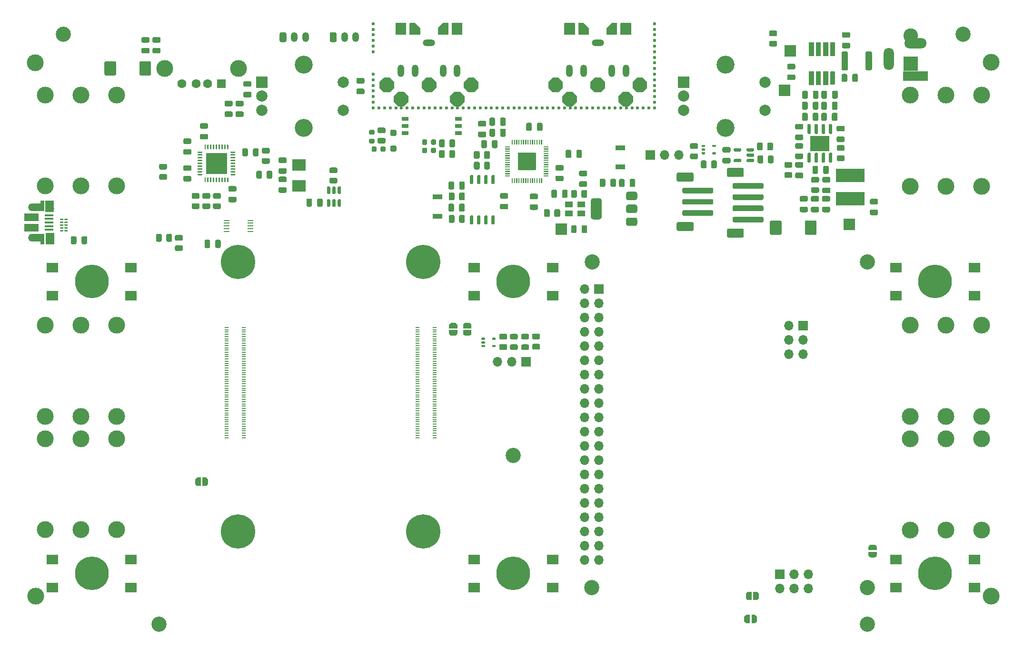
<source format=gts>
G04 #@! TF.GenerationSoftware,KiCad,Pcbnew,8.0.6+1*
G04 #@! TF.CreationDate,2024-12-16T18:12:14+00:00*
G04 #@! TF.ProjectId,pedalboard-hw,70656461-6c62-46f6-9172-642d68772e6b,4.0.1-RC*
G04 #@! TF.SameCoordinates,Original*
G04 #@! TF.FileFunction,Soldermask,Top*
G04 #@! TF.FilePolarity,Negative*
%FSLAX46Y46*%
G04 Gerber Fmt 4.6, Leading zero omitted, Abs format (unit mm)*
G04 Created by KiCad (PCBNEW 8.0.6+1) date 2024-12-16 18:12:14*
%MOMM*%
%LPD*%
G01*
G04 APERTURE LIST*
%ADD10C,0.010000*%
%ADD11R,2.000000X2.000000*%
%ADD12C,2.700000*%
%ADD13C,3.000000*%
%ADD14O,1.200000X2.200000*%
%ADD15O,2.200000X1.200000*%
%ADD16R,4.400000X1.800000*%
%ADD17O,4.000000X1.800000*%
%ADD18O,1.800000X4.000000*%
%ADD19R,2.600000X2.600000*%
%ADD20C,2.600000*%
%ADD21R,1.700000X0.900000*%
%ADD22R,2.400000X2.000000*%
%ADD23R,1.700000X1.700000*%
%ADD24O,1.700000X1.700000*%
%ADD25R,1.400000X1.100000*%
%ADD26C,0.600000*%
%ADD27R,2.000000X1.800000*%
%ADD28C,2.000000*%
%ADD29C,3.200000*%
%ADD30R,3.400000X2.710000*%
%ADD31R,1.650000X0.400000*%
%ADD32R,0.700000X1.825000*%
%ADD33R,1.500000X2.000000*%
%ADD34R,2.000000X1.350000*%
%ADD35O,1.700000X1.350000*%
%ADD36O,1.500000X1.100000*%
%ADD37R,2.500000X1.430000*%
%ADD38R,3.700000X3.700000*%
%ADD39R,1.300000X0.800000*%
%ADD40R,1.100000X0.250000*%
%ADD41R,1.600000X1.500000*%
%ADD42C,1.600000*%
%ADD43C,6.100000*%
%ADD44R,0.700000X0.200000*%
%ADD45R,5.100000X2.350000*%
%ADD46C,6.000000*%
%ADD47O,1.200000X1.750000*%
G04 APERTURE END LIST*
D10*
X158360000Y-26758370D02*
X157557320Y-26758370D01*
X157557320Y-24360000D01*
X158360000Y-24360000D01*
X158360000Y-26758370D01*
G36*
X158360000Y-26758370D02*
G01*
X157557320Y-26758370D01*
X157557320Y-24360000D01*
X158360000Y-24360000D01*
X158360000Y-26758370D01*
G37*
X158360000Y-31961440D02*
X157559130Y-31961440D01*
X157559130Y-29560000D01*
X158360000Y-29560000D01*
X158360000Y-31961440D01*
G36*
X158360000Y-31961440D02*
G01*
X157559130Y-31961440D01*
X157559130Y-29560000D01*
X158360000Y-29560000D01*
X158360000Y-31961440D01*
G37*
X159610000Y-26757440D02*
X158808080Y-26757440D01*
X158808080Y-24360000D01*
X159610000Y-24360000D01*
X159610000Y-26757440D01*
G36*
X159610000Y-26757440D02*
G01*
X158808080Y-26757440D01*
X158808080Y-24360000D01*
X159610000Y-24360000D01*
X159610000Y-26757440D01*
G37*
X159610000Y-31962790D02*
X158809230Y-31962790D01*
X158809230Y-29560000D01*
X159610000Y-29560000D01*
X159610000Y-31962790D01*
G36*
X159610000Y-31962790D02*
G01*
X158809230Y-31962790D01*
X158809230Y-29560000D01*
X159610000Y-29560000D01*
X159610000Y-31962790D01*
G37*
X160910000Y-26758000D02*
X160110357Y-26758000D01*
X160110357Y-24360000D01*
X160910000Y-24360000D01*
X160910000Y-26758000D01*
G36*
X160910000Y-26758000D02*
G01*
X160110357Y-26758000D01*
X160110357Y-24360000D01*
X160910000Y-24360000D01*
X160910000Y-26758000D01*
G37*
X160910000Y-31967460D02*
X160110490Y-31967460D01*
X160110490Y-29560000D01*
X160910000Y-29560000D01*
X160910000Y-31967460D01*
G36*
X160910000Y-31967460D02*
G01*
X160110490Y-31967460D01*
X160110490Y-29560000D01*
X160910000Y-29560000D01*
X160910000Y-31967460D01*
G37*
X162160000Y-26758280D02*
X161361840Y-26758280D01*
X161361840Y-24360000D01*
X162160000Y-24360000D01*
X162160000Y-26758280D01*
G36*
X162160000Y-26758280D02*
G01*
X161361840Y-26758280D01*
X161361840Y-24360000D01*
X162160000Y-24360000D01*
X162160000Y-26758280D01*
G37*
D11*
X164760000Y-56860000D03*
G36*
G01*
X151275000Y-44800000D02*
X151275000Y-45700000D01*
G75*
G02*
X151025000Y-45950000I-250000J0D01*
G01*
X150500000Y-45950000D01*
G75*
G02*
X150250000Y-45700000I0J250000D01*
G01*
X150250000Y-44800000D01*
G75*
G02*
X150500000Y-44550000I250000J0D01*
G01*
X151025000Y-44550000D01*
G75*
G02*
X151275000Y-44800000I0J-250000D01*
G01*
G37*
G36*
G01*
X149450000Y-44800000D02*
X149450000Y-45700000D01*
G75*
G02*
X149200000Y-45950000I-250000J0D01*
G01*
X148675000Y-45950000D01*
G75*
G02*
X148425000Y-45700000I0J250000D01*
G01*
X148425000Y-44800000D01*
G75*
G02*
X148675000Y-44550000I250000J0D01*
G01*
X149200000Y-44550000D01*
G75*
G02*
X149450000Y-44800000I0J-250000D01*
G01*
G37*
G36*
G01*
X110465000Y-55260000D02*
X110465000Y-54360000D01*
G75*
G02*
X110715000Y-54110000I250000J0D01*
G01*
X111240000Y-54110000D01*
G75*
G02*
X111490000Y-54360000I0J-250000D01*
G01*
X111490000Y-55260000D01*
G75*
G02*
X111240000Y-55510000I-250000J0D01*
G01*
X110715000Y-55510000D01*
G75*
G02*
X110465000Y-55260000I0J250000D01*
G01*
G37*
G36*
G01*
X112290000Y-55260000D02*
X112290000Y-54360000D01*
G75*
G02*
X112540000Y-54110000I250000J0D01*
G01*
X113065000Y-54110000D01*
G75*
G02*
X113315000Y-54360000I0J-250000D01*
G01*
X113315000Y-55260000D01*
G75*
G02*
X113065000Y-55510000I-250000J0D01*
G01*
X112540000Y-55510000D01*
G75*
G02*
X112290000Y-55260000I0J250000D01*
G01*
G37*
G36*
G01*
X114300000Y-44745000D02*
X114300000Y-43795000D01*
G75*
G02*
X114550000Y-43545000I250000J0D01*
G01*
X115050000Y-43545000D01*
G75*
G02*
X115300000Y-43795000I0J-250000D01*
G01*
X115300000Y-44745000D01*
G75*
G02*
X115050000Y-44995000I-250000J0D01*
G01*
X114550000Y-44995000D01*
G75*
G02*
X114300000Y-44745000I0J250000D01*
G01*
G37*
G36*
G01*
X116200000Y-44745000D02*
X116200000Y-43795000D01*
G75*
G02*
X116450000Y-43545000I250000J0D01*
G01*
X116950000Y-43545000D01*
G75*
G02*
X117200000Y-43795000I0J-250000D01*
G01*
X117200000Y-44745000D01*
G75*
G02*
X116950000Y-44995000I-250000J0D01*
G01*
X116450000Y-44995000D01*
G75*
G02*
X116200000Y-44745000I0J250000D01*
G01*
G37*
G36*
G01*
X47485000Y-44410000D02*
X46535000Y-44410000D01*
G75*
G02*
X46285000Y-44160000I0J250000D01*
G01*
X46285000Y-43660000D01*
G75*
G02*
X46535000Y-43410000I250000J0D01*
G01*
X47485000Y-43410000D01*
G75*
G02*
X47735000Y-43660000I0J-250000D01*
G01*
X47735000Y-44160000D01*
G75*
G02*
X47485000Y-44410000I-250000J0D01*
G01*
G37*
G36*
G01*
X47485000Y-42510000D02*
X46535000Y-42510000D01*
G75*
G02*
X46285000Y-42260000I0J250000D01*
G01*
X46285000Y-41760000D01*
G75*
G02*
X46535000Y-41510000I250000J0D01*
G01*
X47485000Y-41510000D01*
G75*
G02*
X47735000Y-41760000I0J-250000D01*
G01*
X47735000Y-42260000D01*
G75*
G02*
X47485000Y-42510000I-250000J0D01*
G01*
G37*
D12*
X168000000Y-121500000D03*
D13*
X20000000Y-28000000D03*
G36*
G01*
X97975000Y-44910000D02*
X97975000Y-44010000D01*
G75*
G02*
X98225000Y-43760000I250000J0D01*
G01*
X98750000Y-43760000D01*
G75*
G02*
X99000000Y-44010000I0J-250000D01*
G01*
X99000000Y-44910000D01*
G75*
G02*
X98750000Y-45160000I-250000J0D01*
G01*
X98225000Y-45160000D01*
G75*
G02*
X97975000Y-44910000I0J250000D01*
G01*
G37*
G36*
G01*
X99800000Y-44910000D02*
X99800000Y-44010000D01*
G75*
G02*
X100050000Y-43760000I250000J0D01*
G01*
X100575000Y-43760000D01*
G75*
G02*
X100825000Y-44010000I0J-250000D01*
G01*
X100825000Y-44910000D01*
G75*
G02*
X100575000Y-45160000I-250000J0D01*
G01*
X100050000Y-45160000D01*
G75*
G02*
X99800000Y-44910000I0J250000D01*
G01*
G37*
D14*
X125000000Y-29500000D03*
X122500000Y-29500000D03*
D15*
X120000000Y-24500000D03*
D14*
X115000000Y-29500000D03*
X117500000Y-29500000D03*
G36*
G01*
X99915000Y-41300000D02*
X98965000Y-41300000D01*
G75*
G02*
X98715000Y-41050000I0J250000D01*
G01*
X98715000Y-40550000D01*
G75*
G02*
X98965000Y-40300000I250000J0D01*
G01*
X99915000Y-40300000D01*
G75*
G02*
X100165000Y-40550000I0J-250000D01*
G01*
X100165000Y-41050000D01*
G75*
G02*
X99915000Y-41300000I-250000J0D01*
G01*
G37*
G36*
G01*
X99915000Y-39400000D02*
X98965000Y-39400000D01*
G75*
G02*
X98715000Y-39150000I0J250000D01*
G01*
X98715000Y-38650000D01*
G75*
G02*
X98965000Y-38400000I250000J0D01*
G01*
X99915000Y-38400000D01*
G75*
G02*
X100165000Y-38650000I0J-250000D01*
G01*
X100165000Y-39150000D01*
G75*
G02*
X99915000Y-39400000I-250000J0D01*
G01*
G37*
G36*
G01*
X46535000Y-46290000D02*
X47485000Y-46290000D01*
G75*
G02*
X47735000Y-46540000I0J-250000D01*
G01*
X47735000Y-47040000D01*
G75*
G02*
X47485000Y-47290000I-250000J0D01*
G01*
X46535000Y-47290000D01*
G75*
G02*
X46285000Y-47040000I0J250000D01*
G01*
X46285000Y-46540000D01*
G75*
G02*
X46535000Y-46290000I250000J0D01*
G01*
G37*
G36*
G01*
X46535000Y-48190000D02*
X47485000Y-48190000D01*
G75*
G02*
X47735000Y-48440000I0J-250000D01*
G01*
X47735000Y-48940000D01*
G75*
G02*
X47485000Y-49190000I-250000J0D01*
G01*
X46535000Y-49190000D01*
G75*
G02*
X46285000Y-48940000I0J250000D01*
G01*
X46285000Y-48440000D01*
G75*
G02*
X46535000Y-48190000I250000J0D01*
G01*
G37*
G36*
G01*
X156315000Y-48610000D02*
X155365000Y-48610000D01*
G75*
G02*
X155115000Y-48360000I0J250000D01*
G01*
X155115000Y-47860000D01*
G75*
G02*
X155365000Y-47610000I250000J0D01*
G01*
X156315000Y-47610000D01*
G75*
G02*
X156565000Y-47860000I0J-250000D01*
G01*
X156565000Y-48360000D01*
G75*
G02*
X156315000Y-48610000I-250000J0D01*
G01*
G37*
G36*
G01*
X156315000Y-46710000D02*
X155365000Y-46710000D01*
G75*
G02*
X155115000Y-46460000I0J250000D01*
G01*
X155115000Y-45960000D01*
G75*
G02*
X155365000Y-45710000I250000J0D01*
G01*
X156315000Y-45710000D01*
G75*
G02*
X156565000Y-45960000I0J-250000D01*
G01*
X156565000Y-46460000D01*
G75*
G02*
X156315000Y-46710000I-250000J0D01*
G01*
G37*
D13*
X190005615Y-27994385D03*
D11*
X153220000Y-32930000D03*
G36*
G01*
X93512500Y-56300000D02*
X93512500Y-55400000D01*
G75*
G02*
X93762500Y-55150000I250000J0D01*
G01*
X94287500Y-55150000D01*
G75*
G02*
X94537500Y-55400000I0J-250000D01*
G01*
X94537500Y-56300000D01*
G75*
G02*
X94287500Y-56550000I-250000J0D01*
G01*
X93762500Y-56550000D01*
G75*
G02*
X93512500Y-56300000I0J250000D01*
G01*
G37*
G36*
G01*
X95337500Y-56300000D02*
X95337500Y-55400000D01*
G75*
G02*
X95587500Y-55150000I250000J0D01*
G01*
X96112500Y-55150000D01*
G75*
G02*
X96362500Y-55400000I0J-250000D01*
G01*
X96362500Y-56300000D01*
G75*
G02*
X96112500Y-56550000I-250000J0D01*
G01*
X95587500Y-56550000D01*
G75*
G02*
X95337500Y-56300000I0J250000D01*
G01*
G37*
D13*
X28050000Y-50000000D03*
X28050000Y-33770000D03*
X21700000Y-50000000D03*
X21700000Y-33770000D03*
X34400000Y-50000000D03*
X34400000Y-33770000D03*
X28050000Y-111200000D03*
X28050000Y-94970000D03*
X21700000Y-111200000D03*
X21700000Y-94970000D03*
X34400000Y-111200000D03*
X34400000Y-94970000D03*
G36*
G01*
X157125000Y-54670000D02*
X156175000Y-54670000D01*
G75*
G02*
X155925000Y-54420000I0J250000D01*
G01*
X155925000Y-53920000D01*
G75*
G02*
X156175000Y-53670000I250000J0D01*
G01*
X157125000Y-53670000D01*
G75*
G02*
X157375000Y-53920000I0J-250000D01*
G01*
X157375000Y-54420000D01*
G75*
G02*
X157125000Y-54670000I-250000J0D01*
G01*
G37*
G36*
G01*
X157125000Y-52770000D02*
X156175000Y-52770000D01*
G75*
G02*
X155925000Y-52520000I0J250000D01*
G01*
X155925000Y-52020000D01*
G75*
G02*
X156175000Y-51770000I250000J0D01*
G01*
X157125000Y-51770000D01*
G75*
G02*
X157375000Y-52020000I0J-250000D01*
G01*
X157375000Y-52520000D01*
G75*
G02*
X157125000Y-52770000I-250000J0D01*
G01*
G37*
D16*
X176537200Y-30388600D03*
D17*
X176537200Y-24588600D03*
D18*
X171737200Y-27388600D03*
G36*
G01*
X127040000Y-55975000D02*
X127040000Y-56725000D01*
G75*
G02*
X126665000Y-57100000I-375000J0D01*
G01*
X125415000Y-57100000D01*
G75*
G02*
X125040000Y-56725000I0J375000D01*
G01*
X125040000Y-55975000D01*
G75*
G02*
X125415000Y-55600000I375000J0D01*
G01*
X126665000Y-55600000D01*
G75*
G02*
X127040000Y-55975000I0J-375000D01*
G01*
G37*
G36*
G01*
X127040000Y-53675000D02*
X127040000Y-54425000D01*
G75*
G02*
X126665000Y-54800000I-375000J0D01*
G01*
X125415000Y-54800000D01*
G75*
G02*
X125040000Y-54425000I0J375000D01*
G01*
X125040000Y-53675000D01*
G75*
G02*
X125415000Y-53300000I375000J0D01*
G01*
X126665000Y-53300000D01*
G75*
G02*
X127040000Y-53675000I0J-375000D01*
G01*
G37*
G36*
G01*
X120740000Y-52650000D02*
X120740000Y-55450000D01*
G75*
G02*
X120240000Y-55950000I-500000J0D01*
G01*
X119240000Y-55950000D01*
G75*
G02*
X118740000Y-55450000I0J500000D01*
G01*
X118740000Y-52650000D01*
G75*
G02*
X119240000Y-52150000I500000J0D01*
G01*
X120240000Y-52150000D01*
G75*
G02*
X120740000Y-52650000I0J-500000D01*
G01*
G37*
G36*
G01*
X127040000Y-51375000D02*
X127040000Y-52125000D01*
G75*
G02*
X126665000Y-52500000I-375000J0D01*
G01*
X125415000Y-52500000D01*
G75*
G02*
X125040000Y-52125000I0J375000D01*
G01*
X125040000Y-51375000D01*
G75*
G02*
X125415000Y-51000000I375000J0D01*
G01*
X126665000Y-51000000D01*
G75*
G02*
X127040000Y-51375000I0J-375000D01*
G01*
G37*
G36*
G01*
X141192600Y-45686600D02*
X141192600Y-46586600D01*
G75*
G02*
X140942600Y-46836600I-250000J0D01*
G01*
X140417600Y-46836600D01*
G75*
G02*
X140167600Y-46586600I0J250000D01*
G01*
X140167600Y-45686600D01*
G75*
G02*
X140417600Y-45436600I250000J0D01*
G01*
X140942600Y-45436600D01*
G75*
G02*
X141192600Y-45686600I0J-250000D01*
G01*
G37*
G36*
G01*
X139367600Y-45686600D02*
X139367600Y-46586600D01*
G75*
G02*
X139117600Y-46836600I-250000J0D01*
G01*
X138592600Y-46836600D01*
G75*
G02*
X138342600Y-46586600I0J250000D01*
G01*
X138342600Y-45686600D01*
G75*
G02*
X138592600Y-45436600I250000J0D01*
G01*
X139117600Y-45436600D01*
G75*
G02*
X139367600Y-45686600I0J-250000D01*
G01*
G37*
D19*
X175637200Y-28198600D03*
D20*
X175637200Y-23198600D03*
G36*
G01*
X123260000Y-48945000D02*
X123260000Y-49895000D01*
G75*
G02*
X123010000Y-50145000I-250000J0D01*
G01*
X122510000Y-50145000D01*
G75*
G02*
X122260000Y-49895000I0J250000D01*
G01*
X122260000Y-48945000D01*
G75*
G02*
X122510000Y-48695000I250000J0D01*
G01*
X123010000Y-48695000D01*
G75*
G02*
X123260000Y-48945000I0J-250000D01*
G01*
G37*
G36*
G01*
X121360000Y-48945000D02*
X121360000Y-49895000D01*
G75*
G02*
X121110000Y-50145000I-250000J0D01*
G01*
X120610000Y-50145000D01*
G75*
G02*
X120360000Y-49895000I0J250000D01*
G01*
X120360000Y-48945000D01*
G75*
G02*
X120610000Y-48695000I250000J0D01*
G01*
X121110000Y-48695000D01*
G75*
G02*
X121360000Y-48945000I0J-250000D01*
G01*
G37*
G36*
G01*
X50455000Y-41710000D02*
X49505000Y-41710000D01*
G75*
G02*
X49255000Y-41460000I0J250000D01*
G01*
X49255000Y-40960000D01*
G75*
G02*
X49505000Y-40710000I250000J0D01*
G01*
X50455000Y-40710000D01*
G75*
G02*
X50705000Y-40960000I0J-250000D01*
G01*
X50705000Y-41460000D01*
G75*
G02*
X50455000Y-41710000I-250000J0D01*
G01*
G37*
G36*
G01*
X50455000Y-39810000D02*
X49505000Y-39810000D01*
G75*
G02*
X49255000Y-39560000I0J250000D01*
G01*
X49255000Y-39060000D01*
G75*
G02*
X49505000Y-38810000I250000J0D01*
G01*
X50455000Y-38810000D01*
G75*
G02*
X50705000Y-39060000I0J-250000D01*
G01*
X50705000Y-39560000D01*
G75*
G02*
X50455000Y-39810000I-250000J0D01*
G01*
G37*
G36*
G01*
X40565000Y-28017400D02*
X40565000Y-30067400D01*
G75*
G02*
X40315000Y-30317400I-250000J0D01*
G01*
X38740000Y-30317400D01*
G75*
G02*
X38490000Y-30067400I0J250000D01*
G01*
X38490000Y-28017400D01*
G75*
G02*
X38740000Y-27767400I250000J0D01*
G01*
X40315000Y-27767400D01*
G75*
G02*
X40565000Y-28017400I0J-250000D01*
G01*
G37*
G36*
G01*
X34340000Y-28017400D02*
X34340000Y-30067400D01*
G75*
G02*
X34090000Y-30317400I-250000J0D01*
G01*
X32515000Y-30317400D01*
G75*
G02*
X32265000Y-30067400I0J250000D01*
G01*
X32265000Y-28017400D01*
G75*
G02*
X32515000Y-27767400I250000J0D01*
G01*
X34090000Y-27767400D01*
G75*
G02*
X34340000Y-28017400I0J-250000D01*
G01*
G37*
D21*
X124010000Y-46560000D03*
X124010000Y-43160000D03*
G36*
G01*
X97975000Y-46810000D02*
X97975000Y-45910000D01*
G75*
G02*
X98225000Y-45660000I250000J0D01*
G01*
X98750000Y-45660000D01*
G75*
G02*
X99000000Y-45910000I0J-250000D01*
G01*
X99000000Y-46810000D01*
G75*
G02*
X98750000Y-47060000I-250000J0D01*
G01*
X98225000Y-47060000D01*
G75*
G02*
X97975000Y-46810000I0J250000D01*
G01*
G37*
G36*
G01*
X99800000Y-46810000D02*
X99800000Y-45910000D01*
G75*
G02*
X100050000Y-45660000I250000J0D01*
G01*
X100575000Y-45660000D01*
G75*
G02*
X100825000Y-45910000I0J-250000D01*
G01*
X100825000Y-46810000D01*
G75*
G02*
X100575000Y-47060000I-250000J0D01*
G01*
X100050000Y-47060000D01*
G75*
G02*
X99800000Y-46810000I0J250000D01*
G01*
G37*
G36*
G01*
X56790000Y-44465000D02*
X56790000Y-43515000D01*
G75*
G02*
X57040000Y-43265000I250000J0D01*
G01*
X57540000Y-43265000D01*
G75*
G02*
X57790000Y-43515000I0J-250000D01*
G01*
X57790000Y-44465000D01*
G75*
G02*
X57540000Y-44715000I-250000J0D01*
G01*
X57040000Y-44715000D01*
G75*
G02*
X56790000Y-44465000I0J250000D01*
G01*
G37*
G36*
G01*
X58690000Y-44465000D02*
X58690000Y-43515000D01*
G75*
G02*
X58940000Y-43265000I250000J0D01*
G01*
X59440000Y-43265000D01*
G75*
G02*
X59690000Y-43515000I0J-250000D01*
G01*
X59690000Y-44465000D01*
G75*
G02*
X59440000Y-44715000I-250000J0D01*
G01*
X58940000Y-44715000D01*
G75*
G02*
X58690000Y-44465000I0J250000D01*
G01*
G37*
G36*
G01*
X96337500Y-53375000D02*
X96337500Y-54325000D01*
G75*
G02*
X96087500Y-54575000I-250000J0D01*
G01*
X95587500Y-54575000D01*
G75*
G02*
X95337500Y-54325000I0J250000D01*
G01*
X95337500Y-53375000D01*
G75*
G02*
X95587500Y-53125000I250000J0D01*
G01*
X96087500Y-53125000D01*
G75*
G02*
X96337500Y-53375000I0J-250000D01*
G01*
G37*
G36*
G01*
X94437500Y-53375000D02*
X94437500Y-54325000D01*
G75*
G02*
X94187500Y-54575000I-250000J0D01*
G01*
X93687500Y-54575000D01*
G75*
G02*
X93437500Y-54325000I0J250000D01*
G01*
X93437500Y-53375000D01*
G75*
G02*
X93687500Y-53125000I250000J0D01*
G01*
X94187500Y-53125000D01*
G75*
G02*
X94437500Y-53375000I0J-250000D01*
G01*
G37*
G36*
G01*
X72541000Y-46692800D02*
X73441000Y-46692800D01*
G75*
G02*
X73691000Y-46942800I0J-250000D01*
G01*
X73691000Y-47467800D01*
G75*
G02*
X73441000Y-47717800I-250000J0D01*
G01*
X72541000Y-47717800D01*
G75*
G02*
X72291000Y-47467800I0J250000D01*
G01*
X72291000Y-46942800D01*
G75*
G02*
X72541000Y-46692800I250000J0D01*
G01*
G37*
G36*
G01*
X72541000Y-48517800D02*
X73441000Y-48517800D01*
G75*
G02*
X73691000Y-48767800I0J-250000D01*
G01*
X73691000Y-49292800D01*
G75*
G02*
X73441000Y-49542800I-250000J0D01*
G01*
X72541000Y-49542800D01*
G75*
G02*
X72291000Y-49292800I0J250000D01*
G01*
X72291000Y-48767800D01*
G75*
G02*
X72541000Y-48517800I250000J0D01*
G01*
G37*
G36*
X49399998Y-103400000D02*
G01*
X48899998Y-103400000D01*
X48899998Y-103394911D01*
X48828841Y-103394911D01*
X48692290Y-103354816D01*
X48572568Y-103277875D01*
X48479371Y-103170320D01*
X48420252Y-103040866D01*
X48399998Y-102900000D01*
X48399998Y-102400000D01*
X48420252Y-102259134D01*
X48479371Y-102129680D01*
X48572568Y-102022125D01*
X48692290Y-101945184D01*
X48828841Y-101905089D01*
X48899998Y-101905089D01*
X48899998Y-101900000D01*
X49399998Y-101900000D01*
X49399998Y-103400000D01*
G37*
G36*
X50199998Y-101905089D02*
G01*
X50271155Y-101905089D01*
X50407706Y-101945184D01*
X50527428Y-102022125D01*
X50620625Y-102129680D01*
X50679744Y-102259134D01*
X50699998Y-102400000D01*
X50699998Y-102900000D01*
X50679744Y-103040866D01*
X50620625Y-103170320D01*
X50527428Y-103277875D01*
X50407706Y-103354816D01*
X50271155Y-103394911D01*
X50199998Y-103394911D01*
X50199998Y-103400000D01*
X49699998Y-103400000D01*
X49699998Y-101900000D01*
X50199998Y-101900000D01*
X50199998Y-101905089D01*
G37*
G36*
G01*
X41999600Y-26377600D02*
X41049600Y-26377600D01*
G75*
G02*
X40799600Y-26127600I0J250000D01*
G01*
X40799600Y-25627600D01*
G75*
G02*
X41049600Y-25377600I250000J0D01*
G01*
X41999600Y-25377600D01*
G75*
G02*
X42249600Y-25627600I0J-250000D01*
G01*
X42249600Y-26127600D01*
G75*
G02*
X41999600Y-26377600I-250000J0D01*
G01*
G37*
G36*
G01*
X41999600Y-24477600D02*
X41049600Y-24477600D01*
G75*
G02*
X40799600Y-24227600I0J250000D01*
G01*
X40799600Y-23727600D01*
G75*
G02*
X41049600Y-23477600I250000J0D01*
G01*
X41999600Y-23477600D01*
G75*
G02*
X42249600Y-23727600I0J-250000D01*
G01*
X42249600Y-24227600D01*
G75*
G02*
X41999600Y-24477600I-250000J0D01*
G01*
G37*
D22*
X66840000Y-46270000D03*
X66840000Y-49970000D03*
G36*
G01*
X158929000Y-56389200D02*
X158929000Y-58439200D01*
G75*
G02*
X158679000Y-58689200I-250000J0D01*
G01*
X157104000Y-58689200D01*
G75*
G02*
X156854000Y-58439200I0J250000D01*
G01*
X156854000Y-56389200D01*
G75*
G02*
X157104000Y-56139200I250000J0D01*
G01*
X158679000Y-56139200D01*
G75*
G02*
X158929000Y-56389200I0J-250000D01*
G01*
G37*
G36*
G01*
X152704000Y-56389200D02*
X152704000Y-58439200D01*
G75*
G02*
X152454000Y-58689200I-250000J0D01*
G01*
X150879000Y-58689200D01*
G75*
G02*
X150629000Y-58439200I0J250000D01*
G01*
X150629000Y-56389200D01*
G75*
G02*
X150879000Y-56139200I250000J0D01*
G01*
X152454000Y-56139200D01*
G75*
G02*
X152704000Y-56389200I0J-250000D01*
G01*
G37*
G36*
G01*
X93512500Y-52300000D02*
X93512500Y-51400000D01*
G75*
G02*
X93762500Y-51150000I250000J0D01*
G01*
X94287500Y-51150000D01*
G75*
G02*
X94537500Y-51400000I0J-250000D01*
G01*
X94537500Y-52300000D01*
G75*
G02*
X94287500Y-52550000I-250000J0D01*
G01*
X93762500Y-52550000D01*
G75*
G02*
X93512500Y-52300000I0J250000D01*
G01*
G37*
G36*
G01*
X95337500Y-52300000D02*
X95337500Y-51400000D01*
G75*
G02*
X95587500Y-51150000I250000J0D01*
G01*
X96112500Y-51150000D01*
G75*
G02*
X96362500Y-51400000I0J-250000D01*
G01*
X96362500Y-52300000D01*
G75*
G02*
X96112500Y-52550000I-250000J0D01*
G01*
X95587500Y-52550000D01*
G75*
G02*
X95337500Y-52300000I0J250000D01*
G01*
G37*
D13*
X28050000Y-91000000D03*
X28050000Y-74770000D03*
X21700000Y-91000000D03*
X21700000Y-74770000D03*
X34400000Y-91000000D03*
X34400000Y-74770000D03*
X181950000Y-94995000D03*
X181950000Y-111225000D03*
X188300000Y-94995000D03*
X188300000Y-111225000D03*
X175600000Y-94995000D03*
X175600000Y-111225000D03*
D23*
X129315000Y-44450000D03*
D24*
X131855000Y-44450000D03*
X134395000Y-44450000D03*
G36*
G01*
X49930000Y-51239400D02*
X50830000Y-51239400D01*
G75*
G02*
X51080000Y-51489400I0J-250000D01*
G01*
X51080000Y-52014400D01*
G75*
G02*
X50830000Y-52264400I-250000J0D01*
G01*
X49930000Y-52264400D01*
G75*
G02*
X49680000Y-52014400I0J250000D01*
G01*
X49680000Y-51489400D01*
G75*
G02*
X49930000Y-51239400I250000J0D01*
G01*
G37*
G36*
G01*
X49930000Y-53064400D02*
X50830000Y-53064400D01*
G75*
G02*
X51080000Y-53314400I0J-250000D01*
G01*
X51080000Y-53839400D01*
G75*
G02*
X50830000Y-54089400I-250000J0D01*
G01*
X49930000Y-54089400D01*
G75*
G02*
X49680000Y-53839400I0J250000D01*
G01*
X49680000Y-53314400D01*
G75*
G02*
X49930000Y-53064400I250000J0D01*
G01*
G37*
G36*
G01*
X158190000Y-47585000D02*
X158190000Y-46635000D01*
G75*
G02*
X158440000Y-46385000I250000J0D01*
G01*
X158940000Y-46385000D01*
G75*
G02*
X159190000Y-46635000I0J-250000D01*
G01*
X159190000Y-47585000D01*
G75*
G02*
X158940000Y-47835000I-250000J0D01*
G01*
X158440000Y-47835000D01*
G75*
G02*
X158190000Y-47585000I0J250000D01*
G01*
G37*
G36*
G01*
X160090000Y-47585000D02*
X160090000Y-46635000D01*
G75*
G02*
X160340000Y-46385000I250000J0D01*
G01*
X160840000Y-46385000D01*
G75*
G02*
X161090000Y-46635000I0J-250000D01*
G01*
X161090000Y-47585000D01*
G75*
G02*
X160840000Y-47835000I-250000J0D01*
G01*
X160340000Y-47835000D01*
G75*
G02*
X160090000Y-47585000I0J250000D01*
G01*
G37*
G36*
G01*
X51830000Y-51249400D02*
X52730000Y-51249400D01*
G75*
G02*
X52980000Y-51499400I0J-250000D01*
G01*
X52980000Y-52024400D01*
G75*
G02*
X52730000Y-52274400I-250000J0D01*
G01*
X51830000Y-52274400D01*
G75*
G02*
X51580000Y-52024400I0J250000D01*
G01*
X51580000Y-51499400D01*
G75*
G02*
X51830000Y-51249400I250000J0D01*
G01*
G37*
G36*
G01*
X51830000Y-53074400D02*
X52730000Y-53074400D01*
G75*
G02*
X52980000Y-53324400I0J-250000D01*
G01*
X52980000Y-53849400D01*
G75*
G02*
X52730000Y-54099400I-250000J0D01*
G01*
X51830000Y-54099400D01*
G75*
G02*
X51580000Y-53849400I0J250000D01*
G01*
X51580000Y-53324400D01*
G75*
G02*
X51830000Y-53074400I250000J0D01*
G01*
G37*
D25*
X114900000Y-54887701D03*
X117100000Y-54887701D03*
X117100000Y-53287699D03*
X114900000Y-53287699D03*
D12*
X118980000Y-121520000D03*
G36*
G01*
X156280000Y-45195000D02*
X155380000Y-45195000D01*
G75*
G02*
X155130000Y-44945000I0J250000D01*
G01*
X155130000Y-44420000D01*
G75*
G02*
X155380000Y-44170000I250000J0D01*
G01*
X156280000Y-44170000D01*
G75*
G02*
X156530000Y-44420000I0J-250000D01*
G01*
X156530000Y-44945000D01*
G75*
G02*
X156280000Y-45195000I-250000J0D01*
G01*
G37*
G36*
G01*
X156280000Y-43370000D02*
X155380000Y-43370000D01*
G75*
G02*
X155130000Y-43120000I0J250000D01*
G01*
X155130000Y-42595000D01*
G75*
G02*
X155380000Y-42345000I250000J0D01*
G01*
X156280000Y-42345000D01*
G75*
G02*
X156530000Y-42595000I0J-250000D01*
G01*
X156530000Y-43120000D01*
G75*
G02*
X156280000Y-43370000I-250000J0D01*
G01*
G37*
D26*
X80100000Y-21075000D03*
X80100000Y-22075000D03*
X80100000Y-23075000D03*
X80100000Y-24075000D03*
X80100000Y-25075000D03*
X80100000Y-26075000D03*
X80100000Y-30075000D03*
X80100000Y-31075000D03*
X80100000Y-32075000D03*
X80100000Y-33075000D03*
X80100000Y-34075000D03*
X80100000Y-35075000D03*
X80100000Y-36075000D03*
X81100000Y-36075000D03*
X82100000Y-36075000D03*
X83100000Y-36075000D03*
X84100000Y-36075000D03*
X85100000Y-36075000D03*
X86100000Y-36075000D03*
X87100000Y-36075000D03*
X88100000Y-36075000D03*
X89100000Y-36075000D03*
X90100000Y-36075000D03*
X91100000Y-36075000D03*
X92100000Y-36075000D03*
X93100000Y-36075000D03*
X94100000Y-36075000D03*
X95100000Y-36075000D03*
X96100000Y-36075000D03*
X97100000Y-36075000D03*
X98100000Y-36075000D03*
X99100000Y-36075000D03*
X100100000Y-36075000D03*
X101100000Y-36075000D03*
X102100000Y-36075000D03*
X103100000Y-36075000D03*
X104100000Y-36075000D03*
X105100000Y-36075000D03*
X106100000Y-36075000D03*
X107100000Y-36075000D03*
X108100000Y-36075000D03*
X109100000Y-36075000D03*
X110100000Y-36075000D03*
X111100000Y-36075000D03*
X112100000Y-36075000D03*
X113100000Y-36075000D03*
X114100000Y-36075000D03*
X115100000Y-36075000D03*
X116100000Y-36075000D03*
X117100000Y-36075000D03*
X118100000Y-36075000D03*
X119100000Y-36075000D03*
X120100000Y-36075000D03*
X121100000Y-36075000D03*
X122100000Y-36075000D03*
X123100000Y-36075000D03*
X124100000Y-36075000D03*
X125100000Y-36075000D03*
X126100000Y-36075000D03*
X127100000Y-36075000D03*
X128100000Y-36075000D03*
X129100000Y-36075000D03*
X130100000Y-21075000D03*
X130100000Y-22075000D03*
X130100000Y-23075000D03*
X130100000Y-24075000D03*
X130100000Y-25075000D03*
X130100000Y-26075000D03*
X130100000Y-27075000D03*
X130100000Y-28075000D03*
X130100000Y-29075000D03*
X130100000Y-30075000D03*
X130100000Y-31075000D03*
X130100000Y-32075000D03*
X130100000Y-33075000D03*
X130100000Y-34075000D03*
X130100000Y-35075000D03*
X130100000Y-36075000D03*
G36*
G01*
X118125000Y-57223750D02*
X118125000Y-58136250D01*
G75*
G02*
X117881250Y-58380000I-243750J0D01*
G01*
X117393750Y-58380000D01*
G75*
G02*
X117150000Y-58136250I0J243750D01*
G01*
X117150000Y-57223750D01*
G75*
G02*
X117393750Y-56980000I243750J0D01*
G01*
X117881250Y-56980000D01*
G75*
G02*
X118125000Y-57223750I0J-243750D01*
G01*
G37*
G36*
G01*
X116250000Y-57223750D02*
X116250000Y-58136250D01*
G75*
G02*
X116006250Y-58380000I-243750J0D01*
G01*
X115518750Y-58380000D01*
G75*
G02*
X115275000Y-58136250I0J243750D01*
G01*
X115275000Y-57223750D01*
G75*
G02*
X115518750Y-56980000I243750J0D01*
G01*
X116006250Y-56980000D01*
G75*
G02*
X116250000Y-57223750I0J-243750D01*
G01*
G37*
D27*
X98000000Y-64500000D03*
X112000000Y-64500000D03*
X98000000Y-69500000D03*
X112000000Y-69500000D03*
D13*
X190005615Y-122994385D03*
G36*
G01*
X154895000Y-31120000D02*
X153945000Y-31120000D01*
G75*
G02*
X153695000Y-30870000I0J250000D01*
G01*
X153695000Y-30370000D01*
G75*
G02*
X153945000Y-30120000I250000J0D01*
G01*
X154895000Y-30120000D01*
G75*
G02*
X155145000Y-30370000I0J-250000D01*
G01*
X155145000Y-30870000D01*
G75*
G02*
X154895000Y-31120000I-250000J0D01*
G01*
G37*
G36*
G01*
X154895000Y-29220000D02*
X153945000Y-29220000D01*
G75*
G02*
X153695000Y-28970000I0J250000D01*
G01*
X153695000Y-28470000D01*
G75*
G02*
X153945000Y-28220000I250000J0D01*
G01*
X154895000Y-28220000D01*
G75*
G02*
X155145000Y-28470000I0J-250000D01*
G01*
X155145000Y-28970000D01*
G75*
G02*
X154895000Y-29220000I-250000J0D01*
G01*
G37*
G36*
G01*
X169605000Y-55180000D02*
X168655000Y-55180000D01*
G75*
G02*
X168405000Y-54930000I0J250000D01*
G01*
X168405000Y-54430000D01*
G75*
G02*
X168655000Y-54180000I250000J0D01*
G01*
X169605000Y-54180000D01*
G75*
G02*
X169855000Y-54430000I0J-250000D01*
G01*
X169855000Y-54930000D01*
G75*
G02*
X169605000Y-55180000I-250000J0D01*
G01*
G37*
G36*
G01*
X169605000Y-53280000D02*
X168655000Y-53280000D01*
G75*
G02*
X168405000Y-53030000I0J250000D01*
G01*
X168405000Y-52530000D01*
G75*
G02*
X168655000Y-52280000I250000J0D01*
G01*
X169605000Y-52280000D01*
G75*
G02*
X169855000Y-52530000I0J-250000D01*
G01*
X169855000Y-53030000D01*
G75*
G02*
X169605000Y-53280000I-250000J0D01*
G01*
G37*
G36*
G01*
X137570000Y-45215000D02*
X136670000Y-45215000D01*
G75*
G02*
X136420000Y-44965000I0J250000D01*
G01*
X136420000Y-44440000D01*
G75*
G02*
X136670000Y-44190000I250000J0D01*
G01*
X137570000Y-44190000D01*
G75*
G02*
X137820000Y-44440000I0J-250000D01*
G01*
X137820000Y-44965000D01*
G75*
G02*
X137570000Y-45215000I-250000J0D01*
G01*
G37*
G36*
G01*
X137570000Y-43390000D02*
X136670000Y-43390000D01*
G75*
G02*
X136420000Y-43140000I0J250000D01*
G01*
X136420000Y-42615000D01*
G75*
G02*
X136670000Y-42365000I250000J0D01*
G01*
X137570000Y-42365000D01*
G75*
G02*
X137820000Y-42615000I0J-250000D01*
G01*
X137820000Y-43140000D01*
G75*
G02*
X137570000Y-43390000I-250000J0D01*
G01*
G37*
D21*
X91510000Y-55350000D03*
X91510000Y-51950000D03*
G36*
G01*
X163660000Y-45555000D02*
X162760000Y-45555000D01*
G75*
G02*
X162510000Y-45305000I0J250000D01*
G01*
X162510000Y-44780000D01*
G75*
G02*
X162760000Y-44530000I250000J0D01*
G01*
X163660000Y-44530000D01*
G75*
G02*
X163910000Y-44780000I0J-250000D01*
G01*
X163910000Y-45305000D01*
G75*
G02*
X163660000Y-45555000I-250000J0D01*
G01*
G37*
G36*
G01*
X163660000Y-43730000D02*
X162760000Y-43730000D01*
G75*
G02*
X162510000Y-43480000I0J250000D01*
G01*
X162510000Y-42955000D01*
G75*
G02*
X162760000Y-42705000I250000J0D01*
G01*
X163660000Y-42705000D01*
G75*
G02*
X163910000Y-42955000I0J-250000D01*
G01*
X163910000Y-43480000D01*
G75*
G02*
X163660000Y-43730000I-250000J0D01*
G01*
G37*
G36*
X147350000Y-126350000D02*
G01*
X147850000Y-126350000D01*
X147850000Y-126355089D01*
X147921157Y-126355089D01*
X148057708Y-126395184D01*
X148177430Y-126472125D01*
X148270627Y-126579680D01*
X148329746Y-126709134D01*
X148350000Y-126850000D01*
X148350000Y-127350000D01*
X148329746Y-127490866D01*
X148270627Y-127620320D01*
X148177430Y-127727875D01*
X148057708Y-127804816D01*
X147921157Y-127844911D01*
X147850000Y-127844911D01*
X147850000Y-127850000D01*
X147350000Y-127850000D01*
X147350000Y-126350000D01*
G37*
G36*
X146550000Y-127844911D02*
G01*
X146478843Y-127844911D01*
X146342292Y-127804816D01*
X146222570Y-127727875D01*
X146129373Y-127620320D01*
X146070254Y-127490866D01*
X146050000Y-127350000D01*
X146050000Y-126850000D01*
X146070254Y-126709134D01*
X146129373Y-126579680D01*
X146222570Y-126472125D01*
X146342292Y-126395184D01*
X146478843Y-126355089D01*
X146550000Y-126355089D01*
X146550000Y-126350000D01*
X147050000Y-126350000D01*
X147050000Y-127850000D01*
X146550000Y-127850000D01*
X146550000Y-127844911D01*
G37*
D12*
X25000000Y-23000000D03*
G36*
G01*
X161095000Y-54670000D02*
X160145000Y-54670000D01*
G75*
G02*
X159895000Y-54420000I0J250000D01*
G01*
X159895000Y-53920000D01*
G75*
G02*
X160145000Y-53670000I250000J0D01*
G01*
X161095000Y-53670000D01*
G75*
G02*
X161345000Y-53920000I0J-250000D01*
G01*
X161345000Y-54420000D01*
G75*
G02*
X161095000Y-54670000I-250000J0D01*
G01*
G37*
G36*
G01*
X161095000Y-52770000D02*
X160145000Y-52770000D01*
G75*
G02*
X159895000Y-52520000I0J250000D01*
G01*
X159895000Y-52020000D01*
G75*
G02*
X160145000Y-51770000I250000J0D01*
G01*
X161095000Y-51770000D01*
G75*
G02*
X161345000Y-52020000I0J-250000D01*
G01*
X161345000Y-52520000D01*
G75*
G02*
X161095000Y-52770000I-250000J0D01*
G01*
G37*
D13*
X181965000Y-33800000D03*
X181965000Y-50030000D03*
X188315000Y-33800000D03*
X188315000Y-50030000D03*
X175615000Y-33800000D03*
X175615000Y-50030000D03*
G36*
G01*
X48030000Y-51239400D02*
X48930000Y-51239400D01*
G75*
G02*
X49180000Y-51489400I0J-250000D01*
G01*
X49180000Y-52014400D01*
G75*
G02*
X48930000Y-52264400I-250000J0D01*
G01*
X48030000Y-52264400D01*
G75*
G02*
X47780000Y-52014400I0J250000D01*
G01*
X47780000Y-51489400D01*
G75*
G02*
X48030000Y-51239400I250000J0D01*
G01*
G37*
G36*
G01*
X48030000Y-53064400D02*
X48930000Y-53064400D01*
G75*
G02*
X49180000Y-53314400I0J-250000D01*
G01*
X49180000Y-53839400D01*
G75*
G02*
X48930000Y-54089400I-250000J0D01*
G01*
X48030000Y-54089400D01*
G75*
G02*
X47780000Y-53839400I0J250000D01*
G01*
X47780000Y-53314400D01*
G75*
G02*
X48030000Y-53064400I250000J0D01*
G01*
G37*
G36*
G01*
X163685000Y-42170000D02*
X162735000Y-42170000D01*
G75*
G02*
X162485000Y-41920000I0J250000D01*
G01*
X162485000Y-41420000D01*
G75*
G02*
X162735000Y-41170000I250000J0D01*
G01*
X163685000Y-41170000D01*
G75*
G02*
X163935000Y-41420000I0J-250000D01*
G01*
X163935000Y-41920000D01*
G75*
G02*
X163685000Y-42170000I-250000J0D01*
G01*
G37*
G36*
G01*
X163685000Y-40270000D02*
X162735000Y-40270000D01*
G75*
G02*
X162485000Y-40020000I0J250000D01*
G01*
X162485000Y-39520000D01*
G75*
G02*
X162735000Y-39270000I250000J0D01*
G01*
X163685000Y-39270000D01*
G75*
G02*
X163935000Y-39520000I0J-250000D01*
G01*
X163935000Y-40020000D01*
G75*
G02*
X163685000Y-40270000I-250000J0D01*
G01*
G37*
G36*
X147650000Y-122250000D02*
G01*
X148150000Y-122250000D01*
X148150000Y-122255089D01*
X148221157Y-122255089D01*
X148357708Y-122295184D01*
X148477430Y-122372125D01*
X148570627Y-122479680D01*
X148629746Y-122609134D01*
X148650000Y-122750000D01*
X148650000Y-123250000D01*
X148629746Y-123390866D01*
X148570627Y-123520320D01*
X148477430Y-123627875D01*
X148357708Y-123704816D01*
X148221157Y-123744911D01*
X148150000Y-123744911D01*
X148150000Y-123750000D01*
X147650000Y-123750000D01*
X147650000Y-122250000D01*
G37*
G36*
X146850000Y-123744911D02*
G01*
X146778843Y-123744911D01*
X146642292Y-123704816D01*
X146522570Y-123627875D01*
X146429373Y-123520320D01*
X146370254Y-123390866D01*
X146350000Y-123250000D01*
X146350000Y-122750000D01*
X146370254Y-122609134D01*
X146429373Y-122479680D01*
X146522570Y-122372125D01*
X146642292Y-122295184D01*
X146778843Y-122255089D01*
X146850000Y-122255089D01*
X146850000Y-122250000D01*
X147350000Y-122250000D01*
X147350000Y-123750000D01*
X146850000Y-123750000D01*
X146850000Y-123744911D01*
G37*
G36*
G01*
X45058200Y-58707000D02*
X45958200Y-58707000D01*
G75*
G02*
X46208200Y-58957000I0J-250000D01*
G01*
X46208200Y-59482000D01*
G75*
G02*
X45958200Y-59732000I-250000J0D01*
G01*
X45058200Y-59732000D01*
G75*
G02*
X44808200Y-59482000I0J250000D01*
G01*
X44808200Y-58957000D01*
G75*
G02*
X45058200Y-58707000I250000J0D01*
G01*
G37*
G36*
G01*
X45058200Y-60532000D02*
X45958200Y-60532000D01*
G75*
G02*
X46208200Y-60782000I0J-250000D01*
G01*
X46208200Y-61307000D01*
G75*
G02*
X45958200Y-61557000I-250000J0D01*
G01*
X45058200Y-61557000D01*
G75*
G02*
X44808200Y-61307000I0J250000D01*
G01*
X44808200Y-60782000D01*
G75*
G02*
X45058200Y-60532000I250000J0D01*
G01*
G37*
D12*
X168000000Y-63500000D03*
G36*
X111946312Y-33285921D02*
G01*
X111214079Y-32553688D01*
X111199200Y-32517767D01*
X111199200Y-31482233D01*
X111214079Y-31446312D01*
X111946312Y-30714079D01*
X111982233Y-30699200D01*
X113017767Y-30699200D01*
X113053688Y-30714079D01*
X113785921Y-31446312D01*
X113800800Y-31482233D01*
X113800800Y-32517767D01*
X113785921Y-32553688D01*
X113053688Y-33285921D01*
X113017767Y-33300800D01*
X111982233Y-33300800D01*
X111946312Y-33285921D01*
G37*
G36*
X121285921Y-32553688D02*
G01*
X120553688Y-33285921D01*
X120517767Y-33300800D01*
X119482233Y-33300800D01*
X119446312Y-33285921D01*
X118714079Y-32553688D01*
X118699200Y-32517767D01*
X118699200Y-31482233D01*
X118714079Y-31446312D01*
X119446312Y-30714079D01*
X119482233Y-30699200D01*
X120517767Y-30699200D01*
X120553688Y-30714079D01*
X121285921Y-31446312D01*
X121300800Y-31482233D01*
X121300800Y-32517767D01*
X121285921Y-32553688D01*
G37*
G36*
X126946312Y-33285921D02*
G01*
X126214079Y-32553688D01*
X126199200Y-32517767D01*
X126199200Y-31482233D01*
X126214079Y-31446312D01*
X126946312Y-30714079D01*
X126982233Y-30699200D01*
X128017767Y-30699200D01*
X128053688Y-30714079D01*
X128785921Y-31446312D01*
X128800800Y-31482233D01*
X128800800Y-32517767D01*
X128785921Y-32553688D01*
X128053688Y-33285921D01*
X128017767Y-33300800D01*
X126982233Y-33300800D01*
X126946312Y-33285921D01*
G37*
G36*
X114446312Y-35785921D02*
G01*
X113714079Y-35053688D01*
X113699200Y-35017767D01*
X113699200Y-33982233D01*
X113714079Y-33946312D01*
X114446312Y-33214079D01*
X114482233Y-33199200D01*
X115517767Y-33199200D01*
X115553688Y-33214079D01*
X116285921Y-33946312D01*
X116300800Y-33982233D01*
X116300800Y-35017767D01*
X116285921Y-35053688D01*
X115553688Y-35785921D01*
X115517767Y-35800800D01*
X114482233Y-35800800D01*
X114446312Y-35785921D01*
G37*
G36*
X124446312Y-35785921D02*
G01*
X123714079Y-35053688D01*
X123699200Y-35017767D01*
X123699200Y-33982233D01*
X123714079Y-33946312D01*
X124446312Y-33214079D01*
X124482233Y-33199200D01*
X125517767Y-33199200D01*
X125553688Y-33214079D01*
X126285921Y-33946312D01*
X126300800Y-33982233D01*
X126300800Y-35017767D01*
X126285921Y-35053688D01*
X125553688Y-35785921D01*
X125517767Y-35800800D01*
X124482233Y-35800800D01*
X124446312Y-35785921D01*
G37*
G36*
X121564079Y-23035921D02*
G01*
X121549200Y-23000000D01*
X121549200Y-21900000D01*
X121564079Y-21864079D01*
X122464079Y-20964079D01*
X122500000Y-20949200D01*
X123400000Y-20949200D01*
X123435921Y-20964079D01*
X123450800Y-21000000D01*
X123450800Y-23000000D01*
X123435921Y-23035921D01*
X123400000Y-23050800D01*
X121600000Y-23050800D01*
X121564079Y-23035921D01*
G37*
G36*
G01*
X125950800Y-21000000D02*
X125950800Y-23000000D01*
G75*
G02*
X125900000Y-23050800I-50800J0D01*
G01*
X124100000Y-23050800D01*
G75*
G02*
X124049200Y-23000000I0J50800D01*
G01*
X124049200Y-21000000D01*
G75*
G02*
X124100000Y-20949200I50800J0D01*
G01*
X125900000Y-20949200D01*
G75*
G02*
X125950800Y-21000000I0J-50800D01*
G01*
G37*
G36*
G01*
X115950800Y-21000000D02*
X115950800Y-23000000D01*
G75*
G02*
X115900000Y-23050800I-50800J0D01*
G01*
X114100000Y-23050800D01*
G75*
G02*
X114049200Y-23000000I0J50800D01*
G01*
X114049200Y-21000000D01*
G75*
G02*
X114100000Y-20949200I50800J0D01*
G01*
X115900000Y-20949200D01*
G75*
G02*
X115950800Y-21000000I0J-50800D01*
G01*
G37*
G36*
X116564079Y-23035921D02*
G01*
X116549200Y-23000000D01*
X116549200Y-21000000D01*
X116564079Y-20964079D01*
X116600000Y-20949200D01*
X117500000Y-20949200D01*
X117535921Y-20964079D01*
X118435921Y-21864079D01*
X118450800Y-21900000D01*
X118450800Y-23000000D01*
X118435921Y-23035921D01*
X118400000Y-23050800D01*
X116600000Y-23050800D01*
X116564079Y-23035921D01*
G37*
X119000000Y-63500000D03*
G36*
G01*
X155365000Y-38920000D02*
X156315000Y-38920000D01*
G75*
G02*
X156565000Y-39170000I0J-250000D01*
G01*
X156565000Y-39670000D01*
G75*
G02*
X156315000Y-39920000I-250000J0D01*
G01*
X155365000Y-39920000D01*
G75*
G02*
X155115000Y-39670000I0J250000D01*
G01*
X155115000Y-39170000D01*
G75*
G02*
X155365000Y-38920000I250000J0D01*
G01*
G37*
G36*
G01*
X155365000Y-40820000D02*
X156315000Y-40820000D01*
G75*
G02*
X156565000Y-41070000I0J-250000D01*
G01*
X156565000Y-41570000D01*
G75*
G02*
X156315000Y-41820000I-250000J0D01*
G01*
X155365000Y-41820000D01*
G75*
G02*
X155115000Y-41570000I0J250000D01*
G01*
X155115000Y-41070000D01*
G75*
G02*
X155365000Y-40820000I250000J0D01*
G01*
G37*
D11*
X60250000Y-31500000D03*
D28*
X60250000Y-36500000D03*
X60250000Y-34000000D03*
D29*
X67750000Y-28400000D03*
X67750000Y-39600000D03*
D28*
X74750000Y-36500000D03*
X74750000Y-31500000D03*
G36*
G01*
X159250000Y-35215000D02*
X159250000Y-36165000D01*
G75*
G02*
X159000000Y-36415000I-250000J0D01*
G01*
X158500000Y-36415000D01*
G75*
G02*
X158250000Y-36165000I0J250000D01*
G01*
X158250000Y-35215000D01*
G75*
G02*
X158500000Y-34965000I250000J0D01*
G01*
X159000000Y-34965000D01*
G75*
G02*
X159250000Y-35215000I0J-250000D01*
G01*
G37*
G36*
G01*
X157350000Y-35215000D02*
X157350000Y-36165000D01*
G75*
G02*
X157100000Y-36415000I-250000J0D01*
G01*
X156600000Y-36415000D01*
G75*
G02*
X156350000Y-36165000I0J250000D01*
G01*
X156350000Y-35215000D01*
G75*
G02*
X156600000Y-34965000I250000J0D01*
G01*
X157100000Y-34965000D01*
G75*
G02*
X157350000Y-35215000I0J-250000D01*
G01*
G37*
D30*
X159520000Y-42400000D03*
G36*
G01*
X161275000Y-38950000D02*
X161575000Y-38950000D01*
G75*
G02*
X161725000Y-39100000I0J-150000D01*
G01*
X161725000Y-40575000D01*
G75*
G02*
X161575000Y-40725000I-150000J0D01*
G01*
X161275000Y-40725000D01*
G75*
G02*
X161125000Y-40575000I0J150000D01*
G01*
X161125000Y-39100000D01*
G75*
G02*
X161275000Y-38950000I150000J0D01*
G01*
G37*
G36*
G01*
X160005000Y-38950000D02*
X160305000Y-38950000D01*
G75*
G02*
X160455000Y-39100000I0J-150000D01*
G01*
X160455000Y-40575000D01*
G75*
G02*
X160305000Y-40725000I-150000J0D01*
G01*
X160005000Y-40725000D01*
G75*
G02*
X159855000Y-40575000I0J150000D01*
G01*
X159855000Y-39100000D01*
G75*
G02*
X160005000Y-38950000I150000J0D01*
G01*
G37*
G36*
G01*
X158735000Y-38950000D02*
X159035000Y-38950000D01*
G75*
G02*
X159185000Y-39100000I0J-150000D01*
G01*
X159185000Y-40575000D01*
G75*
G02*
X159035000Y-40725000I-150000J0D01*
G01*
X158735000Y-40725000D01*
G75*
G02*
X158585000Y-40575000I0J150000D01*
G01*
X158585000Y-39100000D01*
G75*
G02*
X158735000Y-38950000I150000J0D01*
G01*
G37*
G36*
G01*
X157465000Y-38950000D02*
X157765000Y-38950000D01*
G75*
G02*
X157915000Y-39100000I0J-150000D01*
G01*
X157915000Y-40575000D01*
G75*
G02*
X157765000Y-40725000I-150000J0D01*
G01*
X157465000Y-40725000D01*
G75*
G02*
X157315000Y-40575000I0J150000D01*
G01*
X157315000Y-39100000D01*
G75*
G02*
X157465000Y-38950000I150000J0D01*
G01*
G37*
G36*
G01*
X157465000Y-44075000D02*
X157765000Y-44075000D01*
G75*
G02*
X157915000Y-44225000I0J-150000D01*
G01*
X157915000Y-45700000D01*
G75*
G02*
X157765000Y-45850000I-150000J0D01*
G01*
X157465000Y-45850000D01*
G75*
G02*
X157315000Y-45700000I0J150000D01*
G01*
X157315000Y-44225000D01*
G75*
G02*
X157465000Y-44075000I150000J0D01*
G01*
G37*
G36*
G01*
X158735000Y-44075000D02*
X159035000Y-44075000D01*
G75*
G02*
X159185000Y-44225000I0J-150000D01*
G01*
X159185000Y-45700000D01*
G75*
G02*
X159035000Y-45850000I-150000J0D01*
G01*
X158735000Y-45850000D01*
G75*
G02*
X158585000Y-45700000I0J150000D01*
G01*
X158585000Y-44225000D01*
G75*
G02*
X158735000Y-44075000I150000J0D01*
G01*
G37*
G36*
G01*
X160005000Y-44075000D02*
X160305000Y-44075000D01*
G75*
G02*
X160455000Y-44225000I0J-150000D01*
G01*
X160455000Y-45700000D01*
G75*
G02*
X160305000Y-45850000I-150000J0D01*
G01*
X160005000Y-45850000D01*
G75*
G02*
X159855000Y-45700000I0J150000D01*
G01*
X159855000Y-44225000D01*
G75*
G02*
X160005000Y-44075000I150000J0D01*
G01*
G37*
G36*
G01*
X161275000Y-44075000D02*
X161575000Y-44075000D01*
G75*
G02*
X161725000Y-44225000I0J-150000D01*
G01*
X161725000Y-45700000D01*
G75*
G02*
X161575000Y-45850000I-150000J0D01*
G01*
X161275000Y-45850000D01*
G75*
G02*
X161125000Y-45700000I0J150000D01*
G01*
X161125000Y-44225000D01*
G75*
G02*
X161275000Y-44075000I150000J0D01*
G01*
G37*
G36*
G01*
X96361200Y-49420800D02*
X96361200Y-50370800D01*
G75*
G02*
X96111200Y-50620800I-250000J0D01*
G01*
X95611200Y-50620800D01*
G75*
G02*
X95361200Y-50370800I0J250000D01*
G01*
X95361200Y-49420800D01*
G75*
G02*
X95611200Y-49170800I250000J0D01*
G01*
X96111200Y-49170800D01*
G75*
G02*
X96361200Y-49420800I0J-250000D01*
G01*
G37*
G36*
G01*
X94461200Y-49420800D02*
X94461200Y-50370800D01*
G75*
G02*
X94211200Y-50620800I-250000J0D01*
G01*
X93711200Y-50620800D01*
G75*
G02*
X93461200Y-50370800I0J250000D01*
G01*
X93461200Y-49420800D01*
G75*
G02*
X93711200Y-49170800I250000J0D01*
G01*
X94211200Y-49170800D01*
G75*
G02*
X94461200Y-49420800I0J-250000D01*
G01*
G37*
G36*
G01*
X40039600Y-26377600D02*
X39089600Y-26377600D01*
G75*
G02*
X38839600Y-26127600I0J250000D01*
G01*
X38839600Y-25627600D01*
G75*
G02*
X39089600Y-25377600I250000J0D01*
G01*
X40039600Y-25377600D01*
G75*
G02*
X40289600Y-25627600I0J-250000D01*
G01*
X40289600Y-26127600D01*
G75*
G02*
X40039600Y-26377600I-250000J0D01*
G01*
G37*
G36*
G01*
X40039600Y-24477600D02*
X39089600Y-24477600D01*
G75*
G02*
X38839600Y-24227600I0J250000D01*
G01*
X38839600Y-23727600D01*
G75*
G02*
X39089600Y-23477600I250000J0D01*
G01*
X40039600Y-23477600D01*
G75*
G02*
X40289600Y-23727600I0J-250000D01*
G01*
X40289600Y-24227600D01*
G75*
G02*
X40039600Y-24477600I-250000J0D01*
G01*
G37*
G36*
G01*
X44291600Y-58767600D02*
X44291600Y-59667600D01*
G75*
G02*
X44041600Y-59917600I-250000J0D01*
G01*
X43516600Y-59917600D01*
G75*
G02*
X43266600Y-59667600I0J250000D01*
G01*
X43266600Y-58767600D01*
G75*
G02*
X43516600Y-58517600I250000J0D01*
G01*
X44041600Y-58517600D01*
G75*
G02*
X44291600Y-58767600I0J-250000D01*
G01*
G37*
G36*
G01*
X42466600Y-58767600D02*
X42466600Y-59667600D01*
G75*
G02*
X42216600Y-59917600I-250000J0D01*
G01*
X41691600Y-59917600D01*
G75*
G02*
X41441600Y-59667600I0J250000D01*
G01*
X41441600Y-58767600D01*
G75*
G02*
X41691600Y-58517600I250000J0D01*
G01*
X42216600Y-58517600D01*
G75*
G02*
X42466600Y-58767600I0J-250000D01*
G01*
G37*
G36*
G01*
X81996600Y-42421400D02*
X81096600Y-42421400D01*
G75*
G02*
X80846600Y-42171400I0J250000D01*
G01*
X80846600Y-41646400D01*
G75*
G02*
X81096600Y-41396400I250000J0D01*
G01*
X81996600Y-41396400D01*
G75*
G02*
X82246600Y-41646400I0J-250000D01*
G01*
X82246600Y-42171400D01*
G75*
G02*
X81996600Y-42421400I-250000J0D01*
G01*
G37*
G36*
G01*
X81996600Y-40596400D02*
X81096600Y-40596400D01*
G75*
G02*
X80846600Y-40346400I0J250000D01*
G01*
X80846600Y-39821400D01*
G75*
G02*
X81096600Y-39571400I250000J0D01*
G01*
X81996600Y-39571400D01*
G75*
G02*
X82246600Y-39821400I0J-250000D01*
G01*
X82246600Y-40346400D01*
G75*
G02*
X81996600Y-40596400I-250000J0D01*
G01*
G37*
G36*
G01*
X102875000Y-51250000D02*
X103825000Y-51250000D01*
G75*
G02*
X104075000Y-51500000I0J-250000D01*
G01*
X104075000Y-52000000D01*
G75*
G02*
X103825000Y-52250000I-250000J0D01*
G01*
X102875000Y-52250000D01*
G75*
G02*
X102625000Y-52000000I0J250000D01*
G01*
X102625000Y-51500000D01*
G75*
G02*
X102875000Y-51250000I250000J0D01*
G01*
G37*
G36*
G01*
X102875000Y-53150000D02*
X103825000Y-53150000D01*
G75*
G02*
X104075000Y-53400000I0J-250000D01*
G01*
X104075000Y-53900000D01*
G75*
G02*
X103825000Y-54150000I-250000J0D01*
G01*
X102875000Y-54150000D01*
G75*
G02*
X102625000Y-53900000I0J250000D01*
G01*
X102625000Y-53400000D01*
G75*
G02*
X102875000Y-53150000I250000J0D01*
G01*
G37*
G36*
G01*
X72292600Y-53677000D02*
X71992600Y-53677000D01*
G75*
G02*
X71842600Y-53527000I0J150000D01*
G01*
X71842600Y-52502000D01*
G75*
G02*
X71992600Y-52352000I150000J0D01*
G01*
X72292600Y-52352000D01*
G75*
G02*
X72442600Y-52502000I0J-150000D01*
G01*
X72442600Y-53527000D01*
G75*
G02*
X72292600Y-53677000I-150000J0D01*
G01*
G37*
G36*
G01*
X73242600Y-53677000D02*
X72942600Y-53677000D01*
G75*
G02*
X72792600Y-53527000I0J150000D01*
G01*
X72792600Y-52502000D01*
G75*
G02*
X72942600Y-52352000I150000J0D01*
G01*
X73242600Y-52352000D01*
G75*
G02*
X73392600Y-52502000I0J-150000D01*
G01*
X73392600Y-53527000D01*
G75*
G02*
X73242600Y-53677000I-150000J0D01*
G01*
G37*
G36*
G01*
X74192600Y-53677000D02*
X73892600Y-53677000D01*
G75*
G02*
X73742600Y-53527000I0J150000D01*
G01*
X73742600Y-52502000D01*
G75*
G02*
X73892600Y-52352000I150000J0D01*
G01*
X74192600Y-52352000D01*
G75*
G02*
X74342600Y-52502000I0J-150000D01*
G01*
X74342600Y-53527000D01*
G75*
G02*
X74192600Y-53677000I-150000J0D01*
G01*
G37*
G36*
G01*
X74192600Y-51402000D02*
X73892600Y-51402000D01*
G75*
G02*
X73742600Y-51252000I0J150000D01*
G01*
X73742600Y-50227000D01*
G75*
G02*
X73892600Y-50077000I150000J0D01*
G01*
X74192600Y-50077000D01*
G75*
G02*
X74342600Y-50227000I0J-150000D01*
G01*
X74342600Y-51252000D01*
G75*
G02*
X74192600Y-51402000I-150000J0D01*
G01*
G37*
G36*
G01*
X73242600Y-51402000D02*
X72942600Y-51402000D01*
G75*
G02*
X72792600Y-51252000I0J150000D01*
G01*
X72792600Y-50227000D01*
G75*
G02*
X72942600Y-50077000I150000J0D01*
G01*
X73242600Y-50077000D01*
G75*
G02*
X73392600Y-50227000I0J-150000D01*
G01*
X73392600Y-51252000D01*
G75*
G02*
X73242600Y-51402000I-150000J0D01*
G01*
G37*
G36*
G01*
X72292600Y-51402000D02*
X71992600Y-51402000D01*
G75*
G02*
X71842600Y-51252000I0J150000D01*
G01*
X71842600Y-50227000D01*
G75*
G02*
X71992600Y-50077000I150000J0D01*
G01*
X72292600Y-50077000D01*
G75*
G02*
X72442600Y-50227000I0J-150000D01*
G01*
X72442600Y-51252000D01*
G75*
G02*
X72292600Y-51402000I-150000J0D01*
G01*
G37*
D12*
X168000000Y-128000000D03*
G36*
G01*
X59275000Y-48430000D02*
X59275000Y-47530000D01*
G75*
G02*
X59525000Y-47280000I250000J0D01*
G01*
X60050000Y-47280000D01*
G75*
G02*
X60300000Y-47530000I0J-250000D01*
G01*
X60300000Y-48430000D01*
G75*
G02*
X60050000Y-48680000I-250000J0D01*
G01*
X59525000Y-48680000D01*
G75*
G02*
X59275000Y-48430000I0J250000D01*
G01*
G37*
G36*
G01*
X61100000Y-48430000D02*
X61100000Y-47530000D01*
G75*
G02*
X61350000Y-47280000I250000J0D01*
G01*
X61875000Y-47280000D01*
G75*
G02*
X62125000Y-47530000I0J-250000D01*
G01*
X62125000Y-48430000D01*
G75*
G02*
X61875000Y-48680000I-250000J0D01*
G01*
X61350000Y-48680000D01*
G75*
G02*
X61100000Y-48430000I0J250000D01*
G01*
G37*
G36*
G01*
X26300000Y-60125000D02*
X26300000Y-59175000D01*
G75*
G02*
X26550000Y-58925000I250000J0D01*
G01*
X27050000Y-58925000D01*
G75*
G02*
X27300000Y-59175000I0J-250000D01*
G01*
X27300000Y-60125000D01*
G75*
G02*
X27050000Y-60375000I-250000J0D01*
G01*
X26550000Y-60375000D01*
G75*
G02*
X26300000Y-60125000I0J250000D01*
G01*
G37*
G36*
G01*
X28200000Y-60125000D02*
X28200000Y-59175000D01*
G75*
G02*
X28450000Y-58925000I250000J0D01*
G01*
X28950000Y-58925000D01*
G75*
G02*
X29200000Y-59175000I0J-250000D01*
G01*
X29200000Y-60125000D01*
G75*
G02*
X28950000Y-60375000I-250000J0D01*
G01*
X28450000Y-60375000D01*
G75*
G02*
X28200000Y-60125000I0J250000D01*
G01*
G37*
G36*
G01*
X161363000Y-31860000D02*
X161363000Y-29660000D01*
G75*
G02*
X161465000Y-29558000I102000J0D01*
G01*
X162065000Y-29558000D01*
G75*
G02*
X162167000Y-29660000I0J-102000D01*
G01*
X162167000Y-31860000D01*
G75*
G02*
X162065000Y-31962000I-102000J0D01*
G01*
X161465000Y-31962000D01*
G75*
G02*
X161363000Y-31860000I0J102000D01*
G01*
G37*
G36*
G01*
X115275000Y-51837700D02*
X115275000Y-50937700D01*
G75*
G02*
X115525000Y-50687700I250000J0D01*
G01*
X116050000Y-50687700D01*
G75*
G02*
X116300000Y-50937700I0J-250000D01*
G01*
X116300000Y-51837700D01*
G75*
G02*
X116050000Y-52087700I-250000J0D01*
G01*
X115525000Y-52087700D01*
G75*
G02*
X115275000Y-51837700I0J250000D01*
G01*
G37*
G36*
G01*
X117100000Y-51837700D02*
X117100000Y-50937700D01*
G75*
G02*
X117350000Y-50687700I250000J0D01*
G01*
X117875000Y-50687700D01*
G75*
G02*
X118125000Y-50937700I0J-250000D01*
G01*
X118125000Y-51837700D01*
G75*
G02*
X117875000Y-52087700I-250000J0D01*
G01*
X117350000Y-52087700D01*
G75*
G02*
X117100000Y-51837700I0J250000D01*
G01*
G37*
G36*
G01*
X57225000Y-31300000D02*
X58175000Y-31300000D01*
G75*
G02*
X58425000Y-31550000I0J-250000D01*
G01*
X58425000Y-32050000D01*
G75*
G02*
X58175000Y-32300000I-250000J0D01*
G01*
X57225000Y-32300000D01*
G75*
G02*
X56975000Y-32050000I0J250000D01*
G01*
X56975000Y-31550000D01*
G75*
G02*
X57225000Y-31300000I250000J0D01*
G01*
G37*
G36*
G01*
X57225000Y-33200000D02*
X58175000Y-33200000D01*
G75*
G02*
X58425000Y-33450000I0J-250000D01*
G01*
X58425000Y-33950000D01*
G75*
G02*
X58175000Y-34200000I-250000J0D01*
G01*
X57225000Y-34200000D01*
G75*
G02*
X56975000Y-33950000I0J250000D01*
G01*
X56975000Y-33450000D01*
G75*
G02*
X57225000Y-33200000I250000J0D01*
G01*
G37*
G36*
G01*
X77325000Y-30750000D02*
X78275000Y-30750000D01*
G75*
G02*
X78525000Y-31000000I0J-250000D01*
G01*
X78525000Y-31500000D01*
G75*
G02*
X78275000Y-31750000I-250000J0D01*
G01*
X77325000Y-31750000D01*
G75*
G02*
X77075000Y-31500000I0J250000D01*
G01*
X77075000Y-31000000D01*
G75*
G02*
X77325000Y-30750000I250000J0D01*
G01*
G37*
G36*
G01*
X77325000Y-32650000D02*
X78275000Y-32650000D01*
G75*
G02*
X78525000Y-32900000I0J-250000D01*
G01*
X78525000Y-33400000D01*
G75*
G02*
X78275000Y-33650000I-250000J0D01*
G01*
X77325000Y-33650000D01*
G75*
G02*
X77075000Y-33400000I0J250000D01*
G01*
X77075000Y-32900000D01*
G75*
G02*
X77325000Y-32650000I250000J0D01*
G01*
G37*
G36*
G01*
X159780000Y-34205000D02*
X159780000Y-33255000D01*
G75*
G02*
X160030000Y-33005000I250000J0D01*
G01*
X160530000Y-33005000D01*
G75*
G02*
X160780000Y-33255000I0J-250000D01*
G01*
X160780000Y-34205000D01*
G75*
G02*
X160530000Y-34455000I-250000J0D01*
G01*
X160030000Y-34455000D01*
G75*
G02*
X159780000Y-34205000I0J250000D01*
G01*
G37*
G36*
G01*
X161680000Y-34205000D02*
X161680000Y-33255000D01*
G75*
G02*
X161930000Y-33005000I250000J0D01*
G01*
X162430000Y-33005000D01*
G75*
G02*
X162680000Y-33255000I0J-250000D01*
G01*
X162680000Y-34205000D01*
G75*
G02*
X162430000Y-34455000I-250000J0D01*
G01*
X161930000Y-34455000D01*
G75*
G02*
X161680000Y-34205000I0J250000D01*
G01*
G37*
D23*
X107225000Y-81300000D03*
D24*
X104685000Y-81300000D03*
X102145000Y-81300000D03*
G36*
G01*
X166280000Y-30255000D02*
X166280000Y-31205000D01*
G75*
G02*
X166030000Y-31455000I-250000J0D01*
G01*
X165530000Y-31455000D01*
G75*
G02*
X165280000Y-31205000I0J250000D01*
G01*
X165280000Y-30255000D01*
G75*
G02*
X165530000Y-30005000I250000J0D01*
G01*
X166030000Y-30005000D01*
G75*
G02*
X166280000Y-30255000I0J-250000D01*
G01*
G37*
G36*
G01*
X164380000Y-30255000D02*
X164380000Y-31205000D01*
G75*
G02*
X164130000Y-31455000I-250000J0D01*
G01*
X163630000Y-31455000D01*
G75*
G02*
X163380000Y-31205000I0J250000D01*
G01*
X163380000Y-30255000D01*
G75*
G02*
X163630000Y-30005000I250000J0D01*
G01*
X164130000Y-30005000D01*
G75*
G02*
X164380000Y-30255000I0J-250000D01*
G01*
G37*
D13*
X181950000Y-74780000D03*
X181950000Y-91010000D03*
X188300000Y-74780000D03*
X188300000Y-91010000D03*
X175600000Y-74780000D03*
X175600000Y-91010000D03*
G36*
G01*
X164645000Y-25480000D02*
X163695000Y-25480000D01*
G75*
G02*
X163445000Y-25230000I0J250000D01*
G01*
X163445000Y-24730000D01*
G75*
G02*
X163695000Y-24480000I250000J0D01*
G01*
X164645000Y-24480000D01*
G75*
G02*
X164895000Y-24730000I0J-250000D01*
G01*
X164895000Y-25230000D01*
G75*
G02*
X164645000Y-25480000I-250000J0D01*
G01*
G37*
G36*
G01*
X164645000Y-23580000D02*
X163695000Y-23580000D01*
G75*
G02*
X163445000Y-23330000I0J250000D01*
G01*
X163445000Y-22830000D01*
G75*
G02*
X163695000Y-22580000I250000J0D01*
G01*
X164645000Y-22580000D01*
G75*
G02*
X164895000Y-22830000I0J-250000D01*
G01*
X164895000Y-23330000D01*
G75*
G02*
X164645000Y-23580000I-250000J0D01*
G01*
G37*
D31*
X22435000Y-55175000D03*
X22435000Y-55825000D03*
X22435000Y-56475000D03*
X22435000Y-57125000D03*
X22435000Y-57775000D03*
D32*
X21235000Y-53525000D03*
D33*
X22535000Y-53625000D03*
D34*
X20485000Y-53745000D03*
D35*
X19555000Y-53745000D03*
D36*
X22555000Y-54055000D03*
D37*
X19285000Y-55515000D03*
X19285000Y-57435000D03*
D36*
X22555000Y-58895000D03*
D35*
X19555000Y-59205000D03*
D34*
X20485000Y-59225000D03*
D33*
X22555000Y-59375000D03*
D32*
X21235000Y-59475000D03*
G36*
G01*
X159105000Y-54680000D02*
X158155000Y-54680000D01*
G75*
G02*
X157905000Y-54430000I0J250000D01*
G01*
X157905000Y-53930000D01*
G75*
G02*
X158155000Y-53680000I250000J0D01*
G01*
X159105000Y-53680000D01*
G75*
G02*
X159355000Y-53930000I0J-250000D01*
G01*
X159355000Y-54430000D01*
G75*
G02*
X159105000Y-54680000I-250000J0D01*
G01*
G37*
G36*
G01*
X159105000Y-52780000D02*
X158155000Y-52780000D01*
G75*
G02*
X157905000Y-52530000I0J250000D01*
G01*
X157905000Y-52030000D01*
G75*
G02*
X158155000Y-51780000I250000J0D01*
G01*
X159105000Y-51780000D01*
G75*
G02*
X159355000Y-52030000I0J-250000D01*
G01*
X159355000Y-52530000D01*
G75*
G02*
X159105000Y-52780000I-250000J0D01*
G01*
G37*
G36*
G01*
X53875000Y-34800000D02*
X54825000Y-34800000D01*
G75*
G02*
X55075000Y-35050000I0J-250000D01*
G01*
X55075000Y-35550000D01*
G75*
G02*
X54825000Y-35800000I-250000J0D01*
G01*
X53875000Y-35800000D01*
G75*
G02*
X53625000Y-35550000I0J250000D01*
G01*
X53625000Y-35050000D01*
G75*
G02*
X53875000Y-34800000I250000J0D01*
G01*
G37*
G36*
G01*
X53875000Y-36700000D02*
X54825000Y-36700000D01*
G75*
G02*
X55075000Y-36950000I0J-250000D01*
G01*
X55075000Y-37450000D01*
G75*
G02*
X54825000Y-37700000I-250000J0D01*
G01*
X53875000Y-37700000D01*
G75*
G02*
X53625000Y-37450000I0J250000D01*
G01*
X53625000Y-36950000D01*
G75*
G02*
X53875000Y-36700000I250000J0D01*
G01*
G37*
G36*
X169650000Y-115150000D02*
G01*
X169650000Y-115650000D01*
X169644911Y-115650000D01*
X169644911Y-115721157D01*
X169604816Y-115857708D01*
X169527875Y-115977430D01*
X169420320Y-116070627D01*
X169290866Y-116129746D01*
X169150000Y-116150000D01*
X168650000Y-116150000D01*
X168509134Y-116129746D01*
X168379680Y-116070627D01*
X168272125Y-115977430D01*
X168195184Y-115857708D01*
X168155089Y-115721157D01*
X168155089Y-115650000D01*
X168150000Y-115650000D01*
X168150000Y-115150000D01*
X169650000Y-115150000D01*
G37*
G36*
X168155089Y-114350000D02*
G01*
X168155089Y-114278843D01*
X168195184Y-114142292D01*
X168272125Y-114022570D01*
X168379680Y-113929373D01*
X168509134Y-113870254D01*
X168650000Y-113850000D01*
X169150000Y-113850000D01*
X169290866Y-113870254D01*
X169420320Y-113929373D01*
X169527875Y-114022570D01*
X169604816Y-114142292D01*
X169644911Y-114278843D01*
X169644911Y-114350000D01*
X169650000Y-114350000D01*
X169650000Y-114850000D01*
X168150000Y-114850000D01*
X168150000Y-114350000D01*
X168155089Y-114350000D01*
G37*
D27*
X23000000Y-64500000D03*
X37000000Y-64500000D03*
X23000000Y-69500000D03*
X37000000Y-69500000D03*
G36*
G01*
X54127500Y-42610000D02*
X54252500Y-42610000D01*
G75*
G02*
X54315000Y-42672500I0J-62500D01*
G01*
X54315000Y-43372500D01*
G75*
G02*
X54252500Y-43435000I-62500J0D01*
G01*
X54127500Y-43435000D01*
G75*
G02*
X54065000Y-43372500I0J62500D01*
G01*
X54065000Y-42672500D01*
G75*
G02*
X54127500Y-42610000I62500J0D01*
G01*
G37*
G36*
G01*
X53627500Y-42610000D02*
X53752500Y-42610000D01*
G75*
G02*
X53815000Y-42672500I0J-62500D01*
G01*
X53815000Y-43372500D01*
G75*
G02*
X53752500Y-43435000I-62500J0D01*
G01*
X53627500Y-43435000D01*
G75*
G02*
X53565000Y-43372500I0J62500D01*
G01*
X53565000Y-42672500D01*
G75*
G02*
X53627500Y-42610000I62500J0D01*
G01*
G37*
G36*
G01*
X53127500Y-42610000D02*
X53252500Y-42610000D01*
G75*
G02*
X53315000Y-42672500I0J-62500D01*
G01*
X53315000Y-43372500D01*
G75*
G02*
X53252500Y-43435000I-62500J0D01*
G01*
X53127500Y-43435000D01*
G75*
G02*
X53065000Y-43372500I0J62500D01*
G01*
X53065000Y-42672500D01*
G75*
G02*
X53127500Y-42610000I62500J0D01*
G01*
G37*
G36*
G01*
X52627500Y-42610000D02*
X52752500Y-42610000D01*
G75*
G02*
X52815000Y-42672500I0J-62500D01*
G01*
X52815000Y-43372500D01*
G75*
G02*
X52752500Y-43435000I-62500J0D01*
G01*
X52627500Y-43435000D01*
G75*
G02*
X52565000Y-43372500I0J62500D01*
G01*
X52565000Y-42672500D01*
G75*
G02*
X52627500Y-42610000I62500J0D01*
G01*
G37*
G36*
G01*
X52127500Y-42610000D02*
X52252500Y-42610000D01*
G75*
G02*
X52315000Y-42672500I0J-62500D01*
G01*
X52315000Y-43372500D01*
G75*
G02*
X52252500Y-43435000I-62500J0D01*
G01*
X52127500Y-43435000D01*
G75*
G02*
X52065000Y-43372500I0J62500D01*
G01*
X52065000Y-42672500D01*
G75*
G02*
X52127500Y-42610000I62500J0D01*
G01*
G37*
G36*
G01*
X51627500Y-42610000D02*
X51752500Y-42610000D01*
G75*
G02*
X51815000Y-42672500I0J-62500D01*
G01*
X51815000Y-43372500D01*
G75*
G02*
X51752500Y-43435000I-62500J0D01*
G01*
X51627500Y-43435000D01*
G75*
G02*
X51565000Y-43372500I0J62500D01*
G01*
X51565000Y-42672500D01*
G75*
G02*
X51627500Y-42610000I62500J0D01*
G01*
G37*
G36*
G01*
X51127500Y-42610000D02*
X51252500Y-42610000D01*
G75*
G02*
X51315000Y-42672500I0J-62500D01*
G01*
X51315000Y-43372500D01*
G75*
G02*
X51252500Y-43435000I-62500J0D01*
G01*
X51127500Y-43435000D01*
G75*
G02*
X51065000Y-43372500I0J62500D01*
G01*
X51065000Y-42672500D01*
G75*
G02*
X51127500Y-42610000I62500J0D01*
G01*
G37*
G36*
G01*
X50627500Y-42610000D02*
X50752500Y-42610000D01*
G75*
G02*
X50815000Y-42672500I0J-62500D01*
G01*
X50815000Y-43372500D01*
G75*
G02*
X50752500Y-43435000I-62500J0D01*
G01*
X50627500Y-43435000D01*
G75*
G02*
X50565000Y-43372500I0J62500D01*
G01*
X50565000Y-42672500D01*
G75*
G02*
X50627500Y-42610000I62500J0D01*
G01*
G37*
G36*
G01*
X50127500Y-42610000D02*
X50252500Y-42610000D01*
G75*
G02*
X50315000Y-42672500I0J-62500D01*
G01*
X50315000Y-43372500D01*
G75*
G02*
X50252500Y-43435000I-62500J0D01*
G01*
X50127500Y-43435000D01*
G75*
G02*
X50065000Y-43372500I0J62500D01*
G01*
X50065000Y-42672500D01*
G75*
G02*
X50127500Y-42610000I62500J0D01*
G01*
G37*
G36*
G01*
X48902500Y-43835000D02*
X49602500Y-43835000D01*
G75*
G02*
X49665000Y-43897500I0J-62500D01*
G01*
X49665000Y-44022500D01*
G75*
G02*
X49602500Y-44085000I-62500J0D01*
G01*
X48902500Y-44085000D01*
G75*
G02*
X48840000Y-44022500I0J62500D01*
G01*
X48840000Y-43897500D01*
G75*
G02*
X48902500Y-43835000I62500J0D01*
G01*
G37*
G36*
G01*
X48902500Y-44335000D02*
X49602500Y-44335000D01*
G75*
G02*
X49665000Y-44397500I0J-62500D01*
G01*
X49665000Y-44522500D01*
G75*
G02*
X49602500Y-44585000I-62500J0D01*
G01*
X48902500Y-44585000D01*
G75*
G02*
X48840000Y-44522500I0J62500D01*
G01*
X48840000Y-44397500D01*
G75*
G02*
X48902500Y-44335000I62500J0D01*
G01*
G37*
G36*
G01*
X48902500Y-44835000D02*
X49602500Y-44835000D01*
G75*
G02*
X49665000Y-44897500I0J-62500D01*
G01*
X49665000Y-45022500D01*
G75*
G02*
X49602500Y-45085000I-62500J0D01*
G01*
X48902500Y-45085000D01*
G75*
G02*
X48840000Y-45022500I0J62500D01*
G01*
X48840000Y-44897500D01*
G75*
G02*
X48902500Y-44835000I62500J0D01*
G01*
G37*
G36*
G01*
X48902500Y-45335000D02*
X49602500Y-45335000D01*
G75*
G02*
X49665000Y-45397500I0J-62500D01*
G01*
X49665000Y-45522500D01*
G75*
G02*
X49602500Y-45585000I-62500J0D01*
G01*
X48902500Y-45585000D01*
G75*
G02*
X48840000Y-45522500I0J62500D01*
G01*
X48840000Y-45397500D01*
G75*
G02*
X48902500Y-45335000I62500J0D01*
G01*
G37*
G36*
G01*
X48902500Y-45835000D02*
X49602500Y-45835000D01*
G75*
G02*
X49665000Y-45897500I0J-62500D01*
G01*
X49665000Y-46022500D01*
G75*
G02*
X49602500Y-46085000I-62500J0D01*
G01*
X48902500Y-46085000D01*
G75*
G02*
X48840000Y-46022500I0J62500D01*
G01*
X48840000Y-45897500D01*
G75*
G02*
X48902500Y-45835000I62500J0D01*
G01*
G37*
G36*
G01*
X48902500Y-46335000D02*
X49602500Y-46335000D01*
G75*
G02*
X49665000Y-46397500I0J-62500D01*
G01*
X49665000Y-46522500D01*
G75*
G02*
X49602500Y-46585000I-62500J0D01*
G01*
X48902500Y-46585000D01*
G75*
G02*
X48840000Y-46522500I0J62500D01*
G01*
X48840000Y-46397500D01*
G75*
G02*
X48902500Y-46335000I62500J0D01*
G01*
G37*
G36*
G01*
X48902500Y-46835000D02*
X49602500Y-46835000D01*
G75*
G02*
X49665000Y-46897500I0J-62500D01*
G01*
X49665000Y-47022500D01*
G75*
G02*
X49602500Y-47085000I-62500J0D01*
G01*
X48902500Y-47085000D01*
G75*
G02*
X48840000Y-47022500I0J62500D01*
G01*
X48840000Y-46897500D01*
G75*
G02*
X48902500Y-46835000I62500J0D01*
G01*
G37*
G36*
G01*
X48902500Y-47335000D02*
X49602500Y-47335000D01*
G75*
G02*
X49665000Y-47397500I0J-62500D01*
G01*
X49665000Y-47522500D01*
G75*
G02*
X49602500Y-47585000I-62500J0D01*
G01*
X48902500Y-47585000D01*
G75*
G02*
X48840000Y-47522500I0J62500D01*
G01*
X48840000Y-47397500D01*
G75*
G02*
X48902500Y-47335000I62500J0D01*
G01*
G37*
G36*
G01*
X48902500Y-47835000D02*
X49602500Y-47835000D01*
G75*
G02*
X49665000Y-47897500I0J-62500D01*
G01*
X49665000Y-48022500D01*
G75*
G02*
X49602500Y-48085000I-62500J0D01*
G01*
X48902500Y-48085000D01*
G75*
G02*
X48840000Y-48022500I0J62500D01*
G01*
X48840000Y-47897500D01*
G75*
G02*
X48902500Y-47835000I62500J0D01*
G01*
G37*
G36*
G01*
X50127500Y-48485000D02*
X50252500Y-48485000D01*
G75*
G02*
X50315000Y-48547500I0J-62500D01*
G01*
X50315000Y-49247500D01*
G75*
G02*
X50252500Y-49310000I-62500J0D01*
G01*
X50127500Y-49310000D01*
G75*
G02*
X50065000Y-49247500I0J62500D01*
G01*
X50065000Y-48547500D01*
G75*
G02*
X50127500Y-48485000I62500J0D01*
G01*
G37*
G36*
G01*
X50627500Y-48485000D02*
X50752500Y-48485000D01*
G75*
G02*
X50815000Y-48547500I0J-62500D01*
G01*
X50815000Y-49247500D01*
G75*
G02*
X50752500Y-49310000I-62500J0D01*
G01*
X50627500Y-49310000D01*
G75*
G02*
X50565000Y-49247500I0J62500D01*
G01*
X50565000Y-48547500D01*
G75*
G02*
X50627500Y-48485000I62500J0D01*
G01*
G37*
G36*
G01*
X51127500Y-48485000D02*
X51252500Y-48485000D01*
G75*
G02*
X51315000Y-48547500I0J-62500D01*
G01*
X51315000Y-49247500D01*
G75*
G02*
X51252500Y-49310000I-62500J0D01*
G01*
X51127500Y-49310000D01*
G75*
G02*
X51065000Y-49247500I0J62500D01*
G01*
X51065000Y-48547500D01*
G75*
G02*
X51127500Y-48485000I62500J0D01*
G01*
G37*
G36*
G01*
X51627500Y-48485000D02*
X51752500Y-48485000D01*
G75*
G02*
X51815000Y-48547500I0J-62500D01*
G01*
X51815000Y-49247500D01*
G75*
G02*
X51752500Y-49310000I-62500J0D01*
G01*
X51627500Y-49310000D01*
G75*
G02*
X51565000Y-49247500I0J62500D01*
G01*
X51565000Y-48547500D01*
G75*
G02*
X51627500Y-48485000I62500J0D01*
G01*
G37*
G36*
G01*
X52127500Y-48485000D02*
X52252500Y-48485000D01*
G75*
G02*
X52315000Y-48547500I0J-62500D01*
G01*
X52315000Y-49247500D01*
G75*
G02*
X52252500Y-49310000I-62500J0D01*
G01*
X52127500Y-49310000D01*
G75*
G02*
X52065000Y-49247500I0J62500D01*
G01*
X52065000Y-48547500D01*
G75*
G02*
X52127500Y-48485000I62500J0D01*
G01*
G37*
G36*
G01*
X52627500Y-48485000D02*
X52752500Y-48485000D01*
G75*
G02*
X52815000Y-48547500I0J-62500D01*
G01*
X52815000Y-49247500D01*
G75*
G02*
X52752500Y-49310000I-62500J0D01*
G01*
X52627500Y-49310000D01*
G75*
G02*
X52565000Y-49247500I0J62500D01*
G01*
X52565000Y-48547500D01*
G75*
G02*
X52627500Y-48485000I62500J0D01*
G01*
G37*
G36*
G01*
X53127500Y-48485000D02*
X53252500Y-48485000D01*
G75*
G02*
X53315000Y-48547500I0J-62500D01*
G01*
X53315000Y-49247500D01*
G75*
G02*
X53252500Y-49310000I-62500J0D01*
G01*
X53127500Y-49310000D01*
G75*
G02*
X53065000Y-49247500I0J62500D01*
G01*
X53065000Y-48547500D01*
G75*
G02*
X53127500Y-48485000I62500J0D01*
G01*
G37*
G36*
G01*
X53627500Y-48485000D02*
X53752500Y-48485000D01*
G75*
G02*
X53815000Y-48547500I0J-62500D01*
G01*
X53815000Y-49247500D01*
G75*
G02*
X53752500Y-49310000I-62500J0D01*
G01*
X53627500Y-49310000D01*
G75*
G02*
X53565000Y-49247500I0J62500D01*
G01*
X53565000Y-48547500D01*
G75*
G02*
X53627500Y-48485000I62500J0D01*
G01*
G37*
G36*
G01*
X54127500Y-48485000D02*
X54252500Y-48485000D01*
G75*
G02*
X54315000Y-48547500I0J-62500D01*
G01*
X54315000Y-49247500D01*
G75*
G02*
X54252500Y-49310000I-62500J0D01*
G01*
X54127500Y-49310000D01*
G75*
G02*
X54065000Y-49247500I0J62500D01*
G01*
X54065000Y-48547500D01*
G75*
G02*
X54127500Y-48485000I62500J0D01*
G01*
G37*
G36*
G01*
X54777500Y-47835000D02*
X55477500Y-47835000D01*
G75*
G02*
X55540000Y-47897500I0J-62500D01*
G01*
X55540000Y-48022500D01*
G75*
G02*
X55477500Y-48085000I-62500J0D01*
G01*
X54777500Y-48085000D01*
G75*
G02*
X54715000Y-48022500I0J62500D01*
G01*
X54715000Y-47897500D01*
G75*
G02*
X54777500Y-47835000I62500J0D01*
G01*
G37*
G36*
G01*
X54777500Y-47335000D02*
X55477500Y-47335000D01*
G75*
G02*
X55540000Y-47397500I0J-62500D01*
G01*
X55540000Y-47522500D01*
G75*
G02*
X55477500Y-47585000I-62500J0D01*
G01*
X54777500Y-47585000D01*
G75*
G02*
X54715000Y-47522500I0J62500D01*
G01*
X54715000Y-47397500D01*
G75*
G02*
X54777500Y-47335000I62500J0D01*
G01*
G37*
G36*
G01*
X54777500Y-46835000D02*
X55477500Y-46835000D01*
G75*
G02*
X55540000Y-46897500I0J-62500D01*
G01*
X55540000Y-47022500D01*
G75*
G02*
X55477500Y-47085000I-62500J0D01*
G01*
X54777500Y-47085000D01*
G75*
G02*
X54715000Y-47022500I0J62500D01*
G01*
X54715000Y-46897500D01*
G75*
G02*
X54777500Y-46835000I62500J0D01*
G01*
G37*
G36*
G01*
X54777500Y-46335000D02*
X55477500Y-46335000D01*
G75*
G02*
X55540000Y-46397500I0J-62500D01*
G01*
X55540000Y-46522500D01*
G75*
G02*
X55477500Y-46585000I-62500J0D01*
G01*
X54777500Y-46585000D01*
G75*
G02*
X54715000Y-46522500I0J62500D01*
G01*
X54715000Y-46397500D01*
G75*
G02*
X54777500Y-46335000I62500J0D01*
G01*
G37*
G36*
G01*
X54777500Y-45835000D02*
X55477500Y-45835000D01*
G75*
G02*
X55540000Y-45897500I0J-62500D01*
G01*
X55540000Y-46022500D01*
G75*
G02*
X55477500Y-46085000I-62500J0D01*
G01*
X54777500Y-46085000D01*
G75*
G02*
X54715000Y-46022500I0J62500D01*
G01*
X54715000Y-45897500D01*
G75*
G02*
X54777500Y-45835000I62500J0D01*
G01*
G37*
G36*
G01*
X54777500Y-45335000D02*
X55477500Y-45335000D01*
G75*
G02*
X55540000Y-45397500I0J-62500D01*
G01*
X55540000Y-45522500D01*
G75*
G02*
X55477500Y-45585000I-62500J0D01*
G01*
X54777500Y-45585000D01*
G75*
G02*
X54715000Y-45522500I0J62500D01*
G01*
X54715000Y-45397500D01*
G75*
G02*
X54777500Y-45335000I62500J0D01*
G01*
G37*
G36*
G01*
X54777500Y-44835000D02*
X55477500Y-44835000D01*
G75*
G02*
X55540000Y-44897500I0J-62500D01*
G01*
X55540000Y-45022500D01*
G75*
G02*
X55477500Y-45085000I-62500J0D01*
G01*
X54777500Y-45085000D01*
G75*
G02*
X54715000Y-45022500I0J62500D01*
G01*
X54715000Y-44897500D01*
G75*
G02*
X54777500Y-44835000I62500J0D01*
G01*
G37*
G36*
G01*
X54777500Y-44335000D02*
X55477500Y-44335000D01*
G75*
G02*
X55540000Y-44397500I0J-62500D01*
G01*
X55540000Y-44522500D01*
G75*
G02*
X55477500Y-44585000I-62500J0D01*
G01*
X54777500Y-44585000D01*
G75*
G02*
X54715000Y-44522500I0J62500D01*
G01*
X54715000Y-44397500D01*
G75*
G02*
X54777500Y-44335000I62500J0D01*
G01*
G37*
G36*
G01*
X54777500Y-43835000D02*
X55477500Y-43835000D01*
G75*
G02*
X55540000Y-43897500I0J-62500D01*
G01*
X55540000Y-44022500D01*
G75*
G02*
X55477500Y-44085000I-62500J0D01*
G01*
X54777500Y-44085000D01*
G75*
G02*
X54715000Y-44022500I0J62500D01*
G01*
X54715000Y-43897500D01*
G75*
G02*
X54777500Y-43835000I62500J0D01*
G01*
G37*
D38*
X52190000Y-45960000D03*
D39*
X85711600Y-38001400D03*
X85711600Y-39271400D03*
X85711600Y-40541400D03*
X95211600Y-40541400D03*
X95211600Y-39271400D03*
X95211600Y-38001400D03*
D40*
X58270000Y-58110000D03*
X58270000Y-57610000D03*
X58270000Y-57110000D03*
X58270000Y-56610000D03*
X58270000Y-56110000D03*
X53970000Y-56110000D03*
X53970000Y-56610000D03*
X53970000Y-57110000D03*
X53970000Y-57610000D03*
X53970000Y-58110000D03*
G36*
G01*
X94634000Y-41941400D02*
X94634000Y-42841400D01*
G75*
G02*
X94384000Y-43091400I-250000J0D01*
G01*
X93859000Y-43091400D01*
G75*
G02*
X93609000Y-42841400I0J250000D01*
G01*
X93609000Y-41941400D01*
G75*
G02*
X93859000Y-41691400I250000J0D01*
G01*
X94384000Y-41691400D01*
G75*
G02*
X94634000Y-41941400I0J-250000D01*
G01*
G37*
G36*
G01*
X92809000Y-41941400D02*
X92809000Y-42841400D01*
G75*
G02*
X92559000Y-43091400I-250000J0D01*
G01*
X92034000Y-43091400D01*
G75*
G02*
X91784000Y-42841400I0J250000D01*
G01*
X91784000Y-41941400D01*
G75*
G02*
X92034000Y-41691400I250000J0D01*
G01*
X92559000Y-41691400D01*
G75*
G02*
X92809000Y-41941400I0J-250000D01*
G01*
G37*
G36*
G01*
X109490000Y-79127500D02*
X108590000Y-79127500D01*
G75*
G02*
X108340000Y-78877500I0J250000D01*
G01*
X108340000Y-78352500D01*
G75*
G02*
X108590000Y-78102500I250000J0D01*
G01*
X109490000Y-78102500D01*
G75*
G02*
X109740000Y-78352500I0J-250000D01*
G01*
X109740000Y-78877500D01*
G75*
G02*
X109490000Y-79127500I-250000J0D01*
G01*
G37*
G36*
G01*
X109490000Y-77302500D02*
X108590000Y-77302500D01*
G75*
G02*
X108340000Y-77052500I0J250000D01*
G01*
X108340000Y-76527500D01*
G75*
G02*
X108590000Y-76277500I250000J0D01*
G01*
X109490000Y-76277500D01*
G75*
G02*
X109740000Y-76527500I0J-250000D01*
G01*
X109740000Y-77052500D01*
G75*
G02*
X109490000Y-77302500I-250000J0D01*
G01*
G37*
G36*
X97550000Y-75650000D02*
G01*
X97550000Y-76150000D01*
X97544911Y-76150000D01*
X97544911Y-76221157D01*
X97504816Y-76357708D01*
X97427875Y-76477430D01*
X97320320Y-76570627D01*
X97190866Y-76629746D01*
X97050000Y-76650000D01*
X96550000Y-76650000D01*
X96409134Y-76629746D01*
X96279680Y-76570627D01*
X96172125Y-76477430D01*
X96095184Y-76357708D01*
X96055089Y-76221157D01*
X96055089Y-76150000D01*
X96050000Y-76150000D01*
X96050000Y-75650000D01*
X97550000Y-75650000D01*
G37*
G36*
X96055089Y-74850000D02*
G01*
X96055089Y-74778843D01*
X96095184Y-74642292D01*
X96172125Y-74522570D01*
X96279680Y-74429373D01*
X96409134Y-74370254D01*
X96550000Y-74350000D01*
X97050000Y-74350000D01*
X97190866Y-74370254D01*
X97320320Y-74429373D01*
X97427875Y-74522570D01*
X97504816Y-74642292D01*
X97544911Y-74778843D01*
X97544911Y-74850000D01*
X97550000Y-74850000D01*
X97550000Y-75350000D01*
X96050000Y-75350000D01*
X96050000Y-74850000D01*
X96055089Y-74850000D01*
G37*
G36*
X95050000Y-75650000D02*
G01*
X95050000Y-76150000D01*
X95044911Y-76150000D01*
X95044911Y-76221157D01*
X95004816Y-76357708D01*
X94927875Y-76477430D01*
X94820320Y-76570627D01*
X94690866Y-76629746D01*
X94550000Y-76650000D01*
X94050000Y-76650000D01*
X93909134Y-76629746D01*
X93779680Y-76570627D01*
X93672125Y-76477430D01*
X93595184Y-76357708D01*
X93555089Y-76221157D01*
X93555089Y-76150000D01*
X93550000Y-76150000D01*
X93550000Y-75650000D01*
X95050000Y-75650000D01*
G37*
G36*
X93555089Y-74850000D02*
G01*
X93555089Y-74778843D01*
X93595184Y-74642292D01*
X93672125Y-74522570D01*
X93779680Y-74429373D01*
X93909134Y-74370254D01*
X94050000Y-74350000D01*
X94550000Y-74350000D01*
X94690866Y-74370254D01*
X94820320Y-74429373D01*
X94927875Y-74522570D01*
X95004816Y-74642292D01*
X95044911Y-74778843D01*
X95044911Y-74850000D01*
X95050000Y-74850000D01*
X95050000Y-75350000D01*
X93550000Y-75350000D01*
X93550000Y-74850000D01*
X93555089Y-74850000D01*
G37*
G36*
G01*
X61420000Y-46045000D02*
X60520000Y-46045000D01*
G75*
G02*
X60270000Y-45795000I0J250000D01*
G01*
X60270000Y-45270000D01*
G75*
G02*
X60520000Y-45020000I250000J0D01*
G01*
X61420000Y-45020000D01*
G75*
G02*
X61670000Y-45270000I0J-250000D01*
G01*
X61670000Y-45795000D01*
G75*
G02*
X61420000Y-46045000I-250000J0D01*
G01*
G37*
G36*
G01*
X61420000Y-44220000D02*
X60520000Y-44220000D01*
G75*
G02*
X60270000Y-43970000I0J250000D01*
G01*
X60270000Y-43445000D01*
G75*
G02*
X60520000Y-43195000I250000J0D01*
G01*
X61420000Y-43195000D01*
G75*
G02*
X61670000Y-43445000I0J-250000D01*
G01*
X61670000Y-43970000D01*
G75*
G02*
X61420000Y-44220000I-250000J0D01*
G01*
G37*
G36*
G01*
X104850000Y-49475000D02*
X104750000Y-49475000D01*
G75*
G02*
X104700000Y-49425000I0J50000D01*
G01*
X104700000Y-48650000D01*
G75*
G02*
X104750000Y-48600000I50000J0D01*
G01*
X104850000Y-48600000D01*
G75*
G02*
X104900000Y-48650000I0J-50000D01*
G01*
X104900000Y-49425000D01*
G75*
G02*
X104850000Y-49475000I-50000J0D01*
G01*
G37*
G36*
G01*
X105250000Y-49475000D02*
X105150000Y-49475000D01*
G75*
G02*
X105100000Y-49425000I0J50000D01*
G01*
X105100000Y-48650000D01*
G75*
G02*
X105150000Y-48600000I50000J0D01*
G01*
X105250000Y-48600000D01*
G75*
G02*
X105300000Y-48650000I0J-50000D01*
G01*
X105300000Y-49425000D01*
G75*
G02*
X105250000Y-49475000I-50000J0D01*
G01*
G37*
G36*
G01*
X105650000Y-49475000D02*
X105550000Y-49475000D01*
G75*
G02*
X105500000Y-49425000I0J50000D01*
G01*
X105500000Y-48650000D01*
G75*
G02*
X105550000Y-48600000I50000J0D01*
G01*
X105650000Y-48600000D01*
G75*
G02*
X105700000Y-48650000I0J-50000D01*
G01*
X105700000Y-49425000D01*
G75*
G02*
X105650000Y-49475000I-50000J0D01*
G01*
G37*
G36*
G01*
X106050000Y-49475000D02*
X105950000Y-49475000D01*
G75*
G02*
X105900000Y-49425000I0J50000D01*
G01*
X105900000Y-48650000D01*
G75*
G02*
X105950000Y-48600000I50000J0D01*
G01*
X106050000Y-48600000D01*
G75*
G02*
X106100000Y-48650000I0J-50000D01*
G01*
X106100000Y-49425000D01*
G75*
G02*
X106050000Y-49475000I-50000J0D01*
G01*
G37*
G36*
G01*
X106450000Y-49475000D02*
X106350000Y-49475000D01*
G75*
G02*
X106300000Y-49425000I0J50000D01*
G01*
X106300000Y-48650000D01*
G75*
G02*
X106350000Y-48600000I50000J0D01*
G01*
X106450000Y-48600000D01*
G75*
G02*
X106500000Y-48650000I0J-50000D01*
G01*
X106500000Y-49425000D01*
G75*
G02*
X106450000Y-49475000I-50000J0D01*
G01*
G37*
G36*
G01*
X106850000Y-49475000D02*
X106750000Y-49475000D01*
G75*
G02*
X106700000Y-49425000I0J50000D01*
G01*
X106700000Y-48650000D01*
G75*
G02*
X106750000Y-48600000I50000J0D01*
G01*
X106850000Y-48600000D01*
G75*
G02*
X106900000Y-48650000I0J-50000D01*
G01*
X106900000Y-49425000D01*
G75*
G02*
X106850000Y-49475000I-50000J0D01*
G01*
G37*
G36*
G01*
X107250000Y-49475000D02*
X107150000Y-49475000D01*
G75*
G02*
X107100000Y-49425000I0J50000D01*
G01*
X107100000Y-48650000D01*
G75*
G02*
X107150000Y-48600000I50000J0D01*
G01*
X107250000Y-48600000D01*
G75*
G02*
X107300000Y-48650000I0J-50000D01*
G01*
X107300000Y-49425000D01*
G75*
G02*
X107250000Y-49475000I-50000J0D01*
G01*
G37*
G36*
G01*
X107650000Y-49475000D02*
X107550000Y-49475000D01*
G75*
G02*
X107500000Y-49425000I0J50000D01*
G01*
X107500000Y-48650000D01*
G75*
G02*
X107550000Y-48600000I50000J0D01*
G01*
X107650000Y-48600000D01*
G75*
G02*
X107700000Y-48650000I0J-50000D01*
G01*
X107700000Y-49425000D01*
G75*
G02*
X107650000Y-49475000I-50000J0D01*
G01*
G37*
G36*
G01*
X108050000Y-49475000D02*
X107950000Y-49475000D01*
G75*
G02*
X107900000Y-49425000I0J50000D01*
G01*
X107900000Y-48650000D01*
G75*
G02*
X107950000Y-48600000I50000J0D01*
G01*
X108050000Y-48600000D01*
G75*
G02*
X108100000Y-48650000I0J-50000D01*
G01*
X108100000Y-49425000D01*
G75*
G02*
X108050000Y-49475000I-50000J0D01*
G01*
G37*
G36*
G01*
X108450000Y-49475000D02*
X108350000Y-49475000D01*
G75*
G02*
X108300000Y-49425000I0J50000D01*
G01*
X108300000Y-48650000D01*
G75*
G02*
X108350000Y-48600000I50000J0D01*
G01*
X108450000Y-48600000D01*
G75*
G02*
X108500000Y-48650000I0J-50000D01*
G01*
X108500000Y-49425000D01*
G75*
G02*
X108450000Y-49475000I-50000J0D01*
G01*
G37*
G36*
G01*
X108850000Y-49475000D02*
X108750000Y-49475000D01*
G75*
G02*
X108700000Y-49425000I0J50000D01*
G01*
X108700000Y-48650000D01*
G75*
G02*
X108750000Y-48600000I50000J0D01*
G01*
X108850000Y-48600000D01*
G75*
G02*
X108900000Y-48650000I0J-50000D01*
G01*
X108900000Y-49425000D01*
G75*
G02*
X108850000Y-49475000I-50000J0D01*
G01*
G37*
G36*
G01*
X109250000Y-49475000D02*
X109150000Y-49475000D01*
G75*
G02*
X109100000Y-49425000I0J50000D01*
G01*
X109100000Y-48650000D01*
G75*
G02*
X109150000Y-48600000I50000J0D01*
G01*
X109250000Y-48600000D01*
G75*
G02*
X109300000Y-48650000I0J-50000D01*
G01*
X109300000Y-49425000D01*
G75*
G02*
X109250000Y-49475000I-50000J0D01*
G01*
G37*
G36*
G01*
X109650000Y-49475000D02*
X109550000Y-49475000D01*
G75*
G02*
X109500000Y-49425000I0J50000D01*
G01*
X109500000Y-48650000D01*
G75*
G02*
X109550000Y-48600000I50000J0D01*
G01*
X109650000Y-48600000D01*
G75*
G02*
X109700000Y-48650000I0J-50000D01*
G01*
X109700000Y-49425000D01*
G75*
G02*
X109650000Y-49475000I-50000J0D01*
G01*
G37*
G36*
G01*
X110050000Y-49475000D02*
X109950000Y-49475000D01*
G75*
G02*
X109900000Y-49425000I0J50000D01*
G01*
X109900000Y-48650000D01*
G75*
G02*
X109950000Y-48600000I50000J0D01*
G01*
X110050000Y-48600000D01*
G75*
G02*
X110100000Y-48650000I0J-50000D01*
G01*
X110100000Y-49425000D01*
G75*
G02*
X110050000Y-49475000I-50000J0D01*
G01*
G37*
G36*
G01*
X111225000Y-48300000D02*
X110450000Y-48300000D01*
G75*
G02*
X110400000Y-48250000I0J50000D01*
G01*
X110400000Y-48150000D01*
G75*
G02*
X110450000Y-48100000I50000J0D01*
G01*
X111225000Y-48100000D01*
G75*
G02*
X111275000Y-48150000I0J-50000D01*
G01*
X111275000Y-48250000D01*
G75*
G02*
X111225000Y-48300000I-50000J0D01*
G01*
G37*
G36*
G01*
X111225000Y-47900000D02*
X110450000Y-47900000D01*
G75*
G02*
X110400000Y-47850000I0J50000D01*
G01*
X110400000Y-47750000D01*
G75*
G02*
X110450000Y-47700000I50000J0D01*
G01*
X111225000Y-47700000D01*
G75*
G02*
X111275000Y-47750000I0J-50000D01*
G01*
X111275000Y-47850000D01*
G75*
G02*
X111225000Y-47900000I-50000J0D01*
G01*
G37*
G36*
G01*
X111225000Y-47500000D02*
X110450000Y-47500000D01*
G75*
G02*
X110400000Y-47450000I0J50000D01*
G01*
X110400000Y-47350000D01*
G75*
G02*
X110450000Y-47300000I50000J0D01*
G01*
X111225000Y-47300000D01*
G75*
G02*
X111275000Y-47350000I0J-50000D01*
G01*
X111275000Y-47450000D01*
G75*
G02*
X111225000Y-47500000I-50000J0D01*
G01*
G37*
G36*
G01*
X111225000Y-47100000D02*
X110450000Y-47100000D01*
G75*
G02*
X110400000Y-47050000I0J50000D01*
G01*
X110400000Y-46950000D01*
G75*
G02*
X110450000Y-46900000I50000J0D01*
G01*
X111225000Y-46900000D01*
G75*
G02*
X111275000Y-46950000I0J-50000D01*
G01*
X111275000Y-47050000D01*
G75*
G02*
X111225000Y-47100000I-50000J0D01*
G01*
G37*
G36*
G01*
X111225000Y-46700000D02*
X110450000Y-46700000D01*
G75*
G02*
X110400000Y-46650000I0J50000D01*
G01*
X110400000Y-46550000D01*
G75*
G02*
X110450000Y-46500000I50000J0D01*
G01*
X111225000Y-46500000D01*
G75*
G02*
X111275000Y-46550000I0J-50000D01*
G01*
X111275000Y-46650000D01*
G75*
G02*
X111225000Y-46700000I-50000J0D01*
G01*
G37*
G36*
G01*
X111225000Y-46300000D02*
X110450000Y-46300000D01*
G75*
G02*
X110400000Y-46250000I0J50000D01*
G01*
X110400000Y-46150000D01*
G75*
G02*
X110450000Y-46100000I50000J0D01*
G01*
X111225000Y-46100000D01*
G75*
G02*
X111275000Y-46150000I0J-50000D01*
G01*
X111275000Y-46250000D01*
G75*
G02*
X111225000Y-46300000I-50000J0D01*
G01*
G37*
G36*
G01*
X111225000Y-45900000D02*
X110450000Y-45900000D01*
G75*
G02*
X110400000Y-45850000I0J50000D01*
G01*
X110400000Y-45750000D01*
G75*
G02*
X110450000Y-45700000I50000J0D01*
G01*
X111225000Y-45700000D01*
G75*
G02*
X111275000Y-45750000I0J-50000D01*
G01*
X111275000Y-45850000D01*
G75*
G02*
X111225000Y-45900000I-50000J0D01*
G01*
G37*
G36*
G01*
X111225000Y-45500000D02*
X110450000Y-45500000D01*
G75*
G02*
X110400000Y-45450000I0J50000D01*
G01*
X110400000Y-45350000D01*
G75*
G02*
X110450000Y-45300000I50000J0D01*
G01*
X111225000Y-45300000D01*
G75*
G02*
X111275000Y-45350000I0J-50000D01*
G01*
X111275000Y-45450000D01*
G75*
G02*
X111225000Y-45500000I-50000J0D01*
G01*
G37*
G36*
G01*
X111225000Y-45100000D02*
X110450000Y-45100000D01*
G75*
G02*
X110400000Y-45050000I0J50000D01*
G01*
X110400000Y-44950000D01*
G75*
G02*
X110450000Y-44900000I50000J0D01*
G01*
X111225000Y-44900000D01*
G75*
G02*
X111275000Y-44950000I0J-50000D01*
G01*
X111275000Y-45050000D01*
G75*
G02*
X111225000Y-45100000I-50000J0D01*
G01*
G37*
G36*
G01*
X111225000Y-44700000D02*
X110450000Y-44700000D01*
G75*
G02*
X110400000Y-44650000I0J50000D01*
G01*
X110400000Y-44550000D01*
G75*
G02*
X110450000Y-44500000I50000J0D01*
G01*
X111225000Y-44500000D01*
G75*
G02*
X111275000Y-44550000I0J-50000D01*
G01*
X111275000Y-44650000D01*
G75*
G02*
X111225000Y-44700000I-50000J0D01*
G01*
G37*
G36*
G01*
X111225000Y-44300000D02*
X110450000Y-44300000D01*
G75*
G02*
X110400000Y-44250000I0J50000D01*
G01*
X110400000Y-44150000D01*
G75*
G02*
X110450000Y-44100000I50000J0D01*
G01*
X111225000Y-44100000D01*
G75*
G02*
X111275000Y-44150000I0J-50000D01*
G01*
X111275000Y-44250000D01*
G75*
G02*
X111225000Y-44300000I-50000J0D01*
G01*
G37*
G36*
G01*
X111225000Y-43900000D02*
X110450000Y-43900000D01*
G75*
G02*
X110400000Y-43850000I0J50000D01*
G01*
X110400000Y-43750000D01*
G75*
G02*
X110450000Y-43700000I50000J0D01*
G01*
X111225000Y-43700000D01*
G75*
G02*
X111275000Y-43750000I0J-50000D01*
G01*
X111275000Y-43850000D01*
G75*
G02*
X111225000Y-43900000I-50000J0D01*
G01*
G37*
G36*
G01*
X111225000Y-43500000D02*
X110450000Y-43500000D01*
G75*
G02*
X110400000Y-43450000I0J50000D01*
G01*
X110400000Y-43350000D01*
G75*
G02*
X110450000Y-43300000I50000J0D01*
G01*
X111225000Y-43300000D01*
G75*
G02*
X111275000Y-43350000I0J-50000D01*
G01*
X111275000Y-43450000D01*
G75*
G02*
X111225000Y-43500000I-50000J0D01*
G01*
G37*
G36*
G01*
X111225000Y-43100000D02*
X110450000Y-43100000D01*
G75*
G02*
X110400000Y-43050000I0J50000D01*
G01*
X110400000Y-42950000D01*
G75*
G02*
X110450000Y-42900000I50000J0D01*
G01*
X111225000Y-42900000D01*
G75*
G02*
X111275000Y-42950000I0J-50000D01*
G01*
X111275000Y-43050000D01*
G75*
G02*
X111225000Y-43100000I-50000J0D01*
G01*
G37*
G36*
G01*
X110050000Y-42600000D02*
X109950000Y-42600000D01*
G75*
G02*
X109900000Y-42550000I0J50000D01*
G01*
X109900000Y-41775000D01*
G75*
G02*
X109950000Y-41725000I50000J0D01*
G01*
X110050000Y-41725000D01*
G75*
G02*
X110100000Y-41775000I0J-50000D01*
G01*
X110100000Y-42550000D01*
G75*
G02*
X110050000Y-42600000I-50000J0D01*
G01*
G37*
G36*
G01*
X109650000Y-42600000D02*
X109550000Y-42600000D01*
G75*
G02*
X109500000Y-42550000I0J50000D01*
G01*
X109500000Y-41775000D01*
G75*
G02*
X109550000Y-41725000I50000J0D01*
G01*
X109650000Y-41725000D01*
G75*
G02*
X109700000Y-41775000I0J-50000D01*
G01*
X109700000Y-42550000D01*
G75*
G02*
X109650000Y-42600000I-50000J0D01*
G01*
G37*
G36*
G01*
X109250000Y-42600000D02*
X109150000Y-42600000D01*
G75*
G02*
X109100000Y-42550000I0J50000D01*
G01*
X109100000Y-41775000D01*
G75*
G02*
X109150000Y-41725000I50000J0D01*
G01*
X109250000Y-41725000D01*
G75*
G02*
X109300000Y-41775000I0J-50000D01*
G01*
X109300000Y-42550000D01*
G75*
G02*
X109250000Y-42600000I-50000J0D01*
G01*
G37*
G36*
G01*
X108850000Y-42600000D02*
X108750000Y-42600000D01*
G75*
G02*
X108700000Y-42550000I0J50000D01*
G01*
X108700000Y-41775000D01*
G75*
G02*
X108750000Y-41725000I50000J0D01*
G01*
X108850000Y-41725000D01*
G75*
G02*
X108900000Y-41775000I0J-50000D01*
G01*
X108900000Y-42550000D01*
G75*
G02*
X108850000Y-42600000I-50000J0D01*
G01*
G37*
G36*
G01*
X108450000Y-42600000D02*
X108350000Y-42600000D01*
G75*
G02*
X108300000Y-42550000I0J50000D01*
G01*
X108300000Y-41775000D01*
G75*
G02*
X108350000Y-41725000I50000J0D01*
G01*
X108450000Y-41725000D01*
G75*
G02*
X108500000Y-41775000I0J-50000D01*
G01*
X108500000Y-42550000D01*
G75*
G02*
X108450000Y-42600000I-50000J0D01*
G01*
G37*
G36*
G01*
X108050000Y-42600000D02*
X107950000Y-42600000D01*
G75*
G02*
X107900000Y-42550000I0J50000D01*
G01*
X107900000Y-41775000D01*
G75*
G02*
X107950000Y-41725000I50000J0D01*
G01*
X108050000Y-41725000D01*
G75*
G02*
X108100000Y-41775000I0J-50000D01*
G01*
X108100000Y-42550000D01*
G75*
G02*
X108050000Y-42600000I-50000J0D01*
G01*
G37*
G36*
G01*
X107650000Y-42600000D02*
X107550000Y-42600000D01*
G75*
G02*
X107500000Y-42550000I0J50000D01*
G01*
X107500000Y-41775000D01*
G75*
G02*
X107550000Y-41725000I50000J0D01*
G01*
X107650000Y-41725000D01*
G75*
G02*
X107700000Y-41775000I0J-50000D01*
G01*
X107700000Y-42550000D01*
G75*
G02*
X107650000Y-42600000I-50000J0D01*
G01*
G37*
G36*
G01*
X107250000Y-42600000D02*
X107150000Y-42600000D01*
G75*
G02*
X107100000Y-42550000I0J50000D01*
G01*
X107100000Y-41775000D01*
G75*
G02*
X107150000Y-41725000I50000J0D01*
G01*
X107250000Y-41725000D01*
G75*
G02*
X107300000Y-41775000I0J-50000D01*
G01*
X107300000Y-42550000D01*
G75*
G02*
X107250000Y-42600000I-50000J0D01*
G01*
G37*
G36*
G01*
X106850000Y-42600000D02*
X106750000Y-42600000D01*
G75*
G02*
X106700000Y-42550000I0J50000D01*
G01*
X106700000Y-41775000D01*
G75*
G02*
X106750000Y-41725000I50000J0D01*
G01*
X106850000Y-41725000D01*
G75*
G02*
X106900000Y-41775000I0J-50000D01*
G01*
X106900000Y-42550000D01*
G75*
G02*
X106850000Y-42600000I-50000J0D01*
G01*
G37*
G36*
G01*
X106450000Y-42600000D02*
X106350000Y-42600000D01*
G75*
G02*
X106300000Y-42550000I0J50000D01*
G01*
X106300000Y-41775000D01*
G75*
G02*
X106350000Y-41725000I50000J0D01*
G01*
X106450000Y-41725000D01*
G75*
G02*
X106500000Y-41775000I0J-50000D01*
G01*
X106500000Y-42550000D01*
G75*
G02*
X106450000Y-42600000I-50000J0D01*
G01*
G37*
G36*
G01*
X106050000Y-42600000D02*
X105950000Y-42600000D01*
G75*
G02*
X105900000Y-42550000I0J50000D01*
G01*
X105900000Y-41775000D01*
G75*
G02*
X105950000Y-41725000I50000J0D01*
G01*
X106050000Y-41725000D01*
G75*
G02*
X106100000Y-41775000I0J-50000D01*
G01*
X106100000Y-42550000D01*
G75*
G02*
X106050000Y-42600000I-50000J0D01*
G01*
G37*
G36*
G01*
X105650000Y-42600000D02*
X105550000Y-42600000D01*
G75*
G02*
X105500000Y-42550000I0J50000D01*
G01*
X105500000Y-41775000D01*
G75*
G02*
X105550000Y-41725000I50000J0D01*
G01*
X105650000Y-41725000D01*
G75*
G02*
X105700000Y-41775000I0J-50000D01*
G01*
X105700000Y-42550000D01*
G75*
G02*
X105650000Y-42600000I-50000J0D01*
G01*
G37*
G36*
G01*
X105250000Y-42600000D02*
X105150000Y-42600000D01*
G75*
G02*
X105100000Y-42550000I0J50000D01*
G01*
X105100000Y-41775000D01*
G75*
G02*
X105150000Y-41725000I50000J0D01*
G01*
X105250000Y-41725000D01*
G75*
G02*
X105300000Y-41775000I0J-50000D01*
G01*
X105300000Y-42550000D01*
G75*
G02*
X105250000Y-42600000I-50000J0D01*
G01*
G37*
G36*
G01*
X104850000Y-42600000D02*
X104750000Y-42600000D01*
G75*
G02*
X104700000Y-42550000I0J50000D01*
G01*
X104700000Y-41775000D01*
G75*
G02*
X104750000Y-41725000I50000J0D01*
G01*
X104850000Y-41725000D01*
G75*
G02*
X104900000Y-41775000I0J-50000D01*
G01*
X104900000Y-42550000D01*
G75*
G02*
X104850000Y-42600000I-50000J0D01*
G01*
G37*
G36*
G01*
X104350000Y-43100000D02*
X103575000Y-43100000D01*
G75*
G02*
X103525000Y-43050000I0J50000D01*
G01*
X103525000Y-42950000D01*
G75*
G02*
X103575000Y-42900000I50000J0D01*
G01*
X104350000Y-42900000D01*
G75*
G02*
X104400000Y-42950000I0J-50000D01*
G01*
X104400000Y-43050000D01*
G75*
G02*
X104350000Y-43100000I-50000J0D01*
G01*
G37*
G36*
G01*
X104350000Y-43500000D02*
X103575000Y-43500000D01*
G75*
G02*
X103525000Y-43450000I0J50000D01*
G01*
X103525000Y-43350000D01*
G75*
G02*
X103575000Y-43300000I50000J0D01*
G01*
X104350000Y-43300000D01*
G75*
G02*
X104400000Y-43350000I0J-50000D01*
G01*
X104400000Y-43450000D01*
G75*
G02*
X104350000Y-43500000I-50000J0D01*
G01*
G37*
G36*
G01*
X104350000Y-43900000D02*
X103575000Y-43900000D01*
G75*
G02*
X103525000Y-43850000I0J50000D01*
G01*
X103525000Y-43750000D01*
G75*
G02*
X103575000Y-43700000I50000J0D01*
G01*
X104350000Y-43700000D01*
G75*
G02*
X104400000Y-43750000I0J-50000D01*
G01*
X104400000Y-43850000D01*
G75*
G02*
X104350000Y-43900000I-50000J0D01*
G01*
G37*
G36*
G01*
X104350000Y-44300000D02*
X103575000Y-44300000D01*
G75*
G02*
X103525000Y-44250000I0J50000D01*
G01*
X103525000Y-44150000D01*
G75*
G02*
X103575000Y-44100000I50000J0D01*
G01*
X104350000Y-44100000D01*
G75*
G02*
X104400000Y-44150000I0J-50000D01*
G01*
X104400000Y-44250000D01*
G75*
G02*
X104350000Y-44300000I-50000J0D01*
G01*
G37*
G36*
G01*
X104350000Y-44700000D02*
X103575000Y-44700000D01*
G75*
G02*
X103525000Y-44650000I0J50000D01*
G01*
X103525000Y-44550000D01*
G75*
G02*
X103575000Y-44500000I50000J0D01*
G01*
X104350000Y-44500000D01*
G75*
G02*
X104400000Y-44550000I0J-50000D01*
G01*
X104400000Y-44650000D01*
G75*
G02*
X104350000Y-44700000I-50000J0D01*
G01*
G37*
G36*
G01*
X104350000Y-45100000D02*
X103575000Y-45100000D01*
G75*
G02*
X103525000Y-45050000I0J50000D01*
G01*
X103525000Y-44950000D01*
G75*
G02*
X103575000Y-44900000I50000J0D01*
G01*
X104350000Y-44900000D01*
G75*
G02*
X104400000Y-44950000I0J-50000D01*
G01*
X104400000Y-45050000D01*
G75*
G02*
X104350000Y-45100000I-50000J0D01*
G01*
G37*
G36*
G01*
X104350000Y-45500000D02*
X103575000Y-45500000D01*
G75*
G02*
X103525000Y-45450000I0J50000D01*
G01*
X103525000Y-45350000D01*
G75*
G02*
X103575000Y-45300000I50000J0D01*
G01*
X104350000Y-45300000D01*
G75*
G02*
X104400000Y-45350000I0J-50000D01*
G01*
X104400000Y-45450000D01*
G75*
G02*
X104350000Y-45500000I-50000J0D01*
G01*
G37*
G36*
G01*
X104350000Y-45900000D02*
X103575000Y-45900000D01*
G75*
G02*
X103525000Y-45850000I0J50000D01*
G01*
X103525000Y-45750000D01*
G75*
G02*
X103575000Y-45700000I50000J0D01*
G01*
X104350000Y-45700000D01*
G75*
G02*
X104400000Y-45750000I0J-50000D01*
G01*
X104400000Y-45850000D01*
G75*
G02*
X104350000Y-45900000I-50000J0D01*
G01*
G37*
G36*
G01*
X104350000Y-46300000D02*
X103575000Y-46300000D01*
G75*
G02*
X103525000Y-46250000I0J50000D01*
G01*
X103525000Y-46150000D01*
G75*
G02*
X103575000Y-46100000I50000J0D01*
G01*
X104350000Y-46100000D01*
G75*
G02*
X104400000Y-46150000I0J-50000D01*
G01*
X104400000Y-46250000D01*
G75*
G02*
X104350000Y-46300000I-50000J0D01*
G01*
G37*
G36*
G01*
X104350000Y-46700000D02*
X103575000Y-46700000D01*
G75*
G02*
X103525000Y-46650000I0J50000D01*
G01*
X103525000Y-46550000D01*
G75*
G02*
X103575000Y-46500000I50000J0D01*
G01*
X104350000Y-46500000D01*
G75*
G02*
X104400000Y-46550000I0J-50000D01*
G01*
X104400000Y-46650000D01*
G75*
G02*
X104350000Y-46700000I-50000J0D01*
G01*
G37*
G36*
G01*
X104350000Y-47100000D02*
X103575000Y-47100000D01*
G75*
G02*
X103525000Y-47050000I0J50000D01*
G01*
X103525000Y-46950000D01*
G75*
G02*
X103575000Y-46900000I50000J0D01*
G01*
X104350000Y-46900000D01*
G75*
G02*
X104400000Y-46950000I0J-50000D01*
G01*
X104400000Y-47050000D01*
G75*
G02*
X104350000Y-47100000I-50000J0D01*
G01*
G37*
G36*
G01*
X104350000Y-47500000D02*
X103575000Y-47500000D01*
G75*
G02*
X103525000Y-47450000I0J50000D01*
G01*
X103525000Y-47350000D01*
G75*
G02*
X103575000Y-47300000I50000J0D01*
G01*
X104350000Y-47300000D01*
G75*
G02*
X104400000Y-47350000I0J-50000D01*
G01*
X104400000Y-47450000D01*
G75*
G02*
X104350000Y-47500000I-50000J0D01*
G01*
G37*
G36*
G01*
X104350000Y-47900000D02*
X103575000Y-47900000D01*
G75*
G02*
X103525000Y-47850000I0J50000D01*
G01*
X103525000Y-47750000D01*
G75*
G02*
X103575000Y-47700000I50000J0D01*
G01*
X104350000Y-47700000D01*
G75*
G02*
X104400000Y-47750000I0J-50000D01*
G01*
X104400000Y-47850000D01*
G75*
G02*
X104350000Y-47900000I-50000J0D01*
G01*
G37*
G36*
G01*
X104350000Y-48300000D02*
X103575000Y-48300000D01*
G75*
G02*
X103525000Y-48250000I0J50000D01*
G01*
X103525000Y-48150000D01*
G75*
G02*
X103575000Y-48100000I50000J0D01*
G01*
X104350000Y-48100000D01*
G75*
G02*
X104400000Y-48150000I0J-50000D01*
G01*
X104400000Y-48250000D01*
G75*
G02*
X104350000Y-48300000I-50000J0D01*
G01*
G37*
G36*
G01*
X108856000Y-47200000D02*
X105944000Y-47200000D01*
G75*
G02*
X105800000Y-47056000I0J144000D01*
G01*
X105800000Y-44144000D01*
G75*
G02*
X105944000Y-44000000I144000J0D01*
G01*
X108856000Y-44000000D01*
G75*
G02*
X109000000Y-44144000I0J-144000D01*
G01*
X109000000Y-47056000D01*
G75*
G02*
X108856000Y-47200000I-144000J0D01*
G01*
G37*
G36*
G01*
X52970000Y-59825000D02*
X52970000Y-60775000D01*
G75*
G02*
X52720000Y-61025000I-250000J0D01*
G01*
X52220000Y-61025000D01*
G75*
G02*
X51970000Y-60775000I0J250000D01*
G01*
X51970000Y-59825000D01*
G75*
G02*
X52220000Y-59575000I250000J0D01*
G01*
X52720000Y-59575000D01*
G75*
G02*
X52970000Y-59825000I0J-250000D01*
G01*
G37*
G36*
G01*
X51070000Y-59825000D02*
X51070000Y-60775000D01*
G75*
G02*
X50820000Y-61025000I-250000J0D01*
G01*
X50320000Y-61025000D01*
G75*
G02*
X50070000Y-60775000I0J250000D01*
G01*
X50070000Y-59825000D01*
G75*
G02*
X50320000Y-59575000I250000J0D01*
G01*
X50820000Y-59575000D01*
G75*
G02*
X51070000Y-59825000I0J-250000D01*
G01*
G37*
G36*
G01*
X104633750Y-76327500D02*
X105546250Y-76327500D01*
G75*
G02*
X105790000Y-76571250I0J-243750D01*
G01*
X105790000Y-77058750D01*
G75*
G02*
X105546250Y-77302500I-243750J0D01*
G01*
X104633750Y-77302500D01*
G75*
G02*
X104390000Y-77058750I0J243750D01*
G01*
X104390000Y-76571250D01*
G75*
G02*
X104633750Y-76327500I243750J0D01*
G01*
G37*
G36*
G01*
X104633750Y-78202500D02*
X105546250Y-78202500D01*
G75*
G02*
X105790000Y-78446250I0J-243750D01*
G01*
X105790000Y-78933750D01*
G75*
G02*
X105546250Y-79177500I-243750J0D01*
G01*
X104633750Y-79177500D01*
G75*
G02*
X104390000Y-78933750I0J243750D01*
G01*
X104390000Y-78446250D01*
G75*
G02*
X104633750Y-78202500I243750J0D01*
G01*
G37*
G36*
G01*
X71088200Y-52468800D02*
X71088200Y-53418800D01*
G75*
G02*
X70838200Y-53668800I-250000J0D01*
G01*
X70338200Y-53668800D01*
G75*
G02*
X70088200Y-53418800I0J250000D01*
G01*
X70088200Y-52468800D01*
G75*
G02*
X70338200Y-52218800I250000J0D01*
G01*
X70838200Y-52218800D01*
G75*
G02*
X71088200Y-52468800I0J-250000D01*
G01*
G37*
G36*
G01*
X69188200Y-52468800D02*
X69188200Y-53418800D01*
G75*
G02*
X68938200Y-53668800I-250000J0D01*
G01*
X68438200Y-53668800D01*
G75*
G02*
X68188200Y-53418800I0J250000D01*
G01*
X68188200Y-52468800D01*
G75*
G02*
X68438200Y-52218800I250000J0D01*
G01*
X68938200Y-52218800D01*
G75*
G02*
X69188200Y-52468800I0J-250000D01*
G01*
G37*
G36*
G01*
X126680000Y-48975000D02*
X126680000Y-49925000D01*
G75*
G02*
X126430000Y-50175000I-250000J0D01*
G01*
X125930000Y-50175000D01*
G75*
G02*
X125680000Y-49925000I0J250000D01*
G01*
X125680000Y-48975000D01*
G75*
G02*
X125930000Y-48725000I250000J0D01*
G01*
X126430000Y-48725000D01*
G75*
G02*
X126680000Y-48975000I0J-250000D01*
G01*
G37*
G36*
G01*
X124780000Y-48975000D02*
X124780000Y-49925000D01*
G75*
G02*
X124530000Y-50175000I-250000J0D01*
G01*
X124030000Y-50175000D01*
G75*
G02*
X123780000Y-49925000I0J250000D01*
G01*
X123780000Y-48975000D01*
G75*
G02*
X124030000Y-48725000I250000J0D01*
G01*
X124530000Y-48725000D01*
G75*
G02*
X124780000Y-48975000I0J-250000D01*
G01*
G37*
G36*
G01*
X159760000Y-36185000D02*
X159760000Y-35235000D01*
G75*
G02*
X160010000Y-34985000I250000J0D01*
G01*
X160510000Y-34985000D01*
G75*
G02*
X160760000Y-35235000I0J-250000D01*
G01*
X160760000Y-36185000D01*
G75*
G02*
X160510000Y-36435000I-250000J0D01*
G01*
X160010000Y-36435000D01*
G75*
G02*
X159760000Y-36185000I0J250000D01*
G01*
G37*
G36*
G01*
X161660000Y-36185000D02*
X161660000Y-35235000D01*
G75*
G02*
X161910000Y-34985000I250000J0D01*
G01*
X162410000Y-34985000D01*
G75*
G02*
X162660000Y-35235000I0J-250000D01*
G01*
X162660000Y-36185000D01*
G75*
G02*
X162410000Y-36435000I-250000J0D01*
G01*
X161910000Y-36435000D01*
G75*
G02*
X161660000Y-36185000I0J250000D01*
G01*
G37*
G36*
G01*
X151175000Y-42500000D02*
X151175000Y-43400000D01*
G75*
G02*
X150925000Y-43650000I-250000J0D01*
G01*
X150400000Y-43650000D01*
G75*
G02*
X150150000Y-43400000I0J250000D01*
G01*
X150150000Y-42500000D01*
G75*
G02*
X150400000Y-42250000I250000J0D01*
G01*
X150925000Y-42250000D01*
G75*
G02*
X151175000Y-42500000I0J-250000D01*
G01*
G37*
G36*
G01*
X149350000Y-42500000D02*
X149350000Y-43400000D01*
G75*
G02*
X149100000Y-43650000I-250000J0D01*
G01*
X148575000Y-43650000D01*
G75*
G02*
X148325000Y-43400000I0J250000D01*
G01*
X148325000Y-42500000D01*
G75*
G02*
X148575000Y-42250000I250000J0D01*
G01*
X149100000Y-42250000D01*
G75*
G02*
X149350000Y-42500000I0J-250000D01*
G01*
G37*
G36*
G01*
X154360000Y-48555000D02*
X153460000Y-48555000D01*
G75*
G02*
X153210000Y-48305000I0J250000D01*
G01*
X153210000Y-47780000D01*
G75*
G02*
X153460000Y-47530000I250000J0D01*
G01*
X154360000Y-47530000D01*
G75*
G02*
X154610000Y-47780000I0J-250000D01*
G01*
X154610000Y-48305000D01*
G75*
G02*
X154360000Y-48555000I-250000J0D01*
G01*
G37*
G36*
G01*
X154360000Y-46730000D02*
X153460000Y-46730000D01*
G75*
G02*
X153210000Y-46480000I0J250000D01*
G01*
X153210000Y-45955000D01*
G75*
G02*
X153460000Y-45705000I250000J0D01*
G01*
X154360000Y-45705000D01*
G75*
G02*
X154610000Y-45955000I0J-250000D01*
G01*
X154610000Y-46480000D01*
G75*
G02*
X154360000Y-46730000I-250000J0D01*
G01*
G37*
G36*
G01*
X107290000Y-39935000D02*
X107290000Y-38985000D01*
G75*
G02*
X107540000Y-38735000I250000J0D01*
G01*
X108040000Y-38735000D01*
G75*
G02*
X108290000Y-38985000I0J-250000D01*
G01*
X108290000Y-39935000D01*
G75*
G02*
X108040000Y-40185000I-250000J0D01*
G01*
X107540000Y-40185000D01*
G75*
G02*
X107290000Y-39935000I0J250000D01*
G01*
G37*
G36*
G01*
X109190000Y-39935000D02*
X109190000Y-38985000D01*
G75*
G02*
X109440000Y-38735000I250000J0D01*
G01*
X109940000Y-38735000D01*
G75*
G02*
X110190000Y-38985000I0J-250000D01*
G01*
X110190000Y-39935000D01*
G75*
G02*
X109940000Y-40185000I-250000J0D01*
G01*
X109440000Y-40185000D01*
G75*
G02*
X109190000Y-39935000I0J250000D01*
G01*
G37*
G36*
G01*
X91784000Y-44741400D02*
X91784000Y-43841400D01*
G75*
G02*
X92034000Y-43591400I250000J0D01*
G01*
X92559000Y-43591400D01*
G75*
G02*
X92809000Y-43841400I0J-250000D01*
G01*
X92809000Y-44741400D01*
G75*
G02*
X92559000Y-44991400I-250000J0D01*
G01*
X92034000Y-44991400D01*
G75*
G02*
X91784000Y-44741400I0J250000D01*
G01*
G37*
G36*
G01*
X93609000Y-44741400D02*
X93609000Y-43841400D01*
G75*
G02*
X93859000Y-43591400I250000J0D01*
G01*
X94384000Y-43591400D01*
G75*
G02*
X94634000Y-43841400I0J-250000D01*
G01*
X94634000Y-44741400D01*
G75*
G02*
X94384000Y-44991400I-250000J0D01*
G01*
X93859000Y-44991400D01*
G75*
G02*
X93609000Y-44741400I0J250000D01*
G01*
G37*
G36*
G01*
X79565350Y-39971400D02*
X80077850Y-39971400D01*
G75*
G02*
X80296600Y-40190150I0J-218750D01*
G01*
X80296600Y-40627650D01*
G75*
G02*
X80077850Y-40846400I-218750J0D01*
G01*
X79565350Y-40846400D01*
G75*
G02*
X79346600Y-40627650I0J218750D01*
G01*
X79346600Y-40190150D01*
G75*
G02*
X79565350Y-39971400I218750J0D01*
G01*
G37*
G36*
G01*
X79565350Y-41546400D02*
X80077850Y-41546400D01*
G75*
G02*
X80296600Y-41765150I0J-218750D01*
G01*
X80296600Y-42202650D01*
G75*
G02*
X80077850Y-42421400I-218750J0D01*
G01*
X79565350Y-42421400D01*
G75*
G02*
X79346600Y-42202650I0J218750D01*
G01*
X79346600Y-41765150D01*
G75*
G02*
X79565350Y-41546400I218750J0D01*
G01*
G37*
G36*
G01*
X83361600Y-39971400D02*
X83961600Y-39971400D01*
G75*
G02*
X84211600Y-40221400I0J-250000D01*
G01*
X84211600Y-40821400D01*
G75*
G02*
X83961600Y-41071400I-250000J0D01*
G01*
X83361600Y-41071400D01*
G75*
G02*
X83111600Y-40821400I0J250000D01*
G01*
X83111600Y-40221400D01*
G75*
G02*
X83361600Y-39971400I250000J0D01*
G01*
G37*
G36*
G01*
X83361600Y-42771400D02*
X83961600Y-42771400D01*
G75*
G02*
X84211600Y-43021400I0J-250000D01*
G01*
X84211600Y-43621400D01*
G75*
G02*
X83961600Y-43871400I-250000J0D01*
G01*
X83361600Y-43871400D01*
G75*
G02*
X83111600Y-43621400I0J250000D01*
G01*
X83111600Y-43021400D01*
G75*
G02*
X83361600Y-42771400I250000J0D01*
G01*
G37*
D41*
X53080000Y-31750000D03*
D42*
X50580000Y-31750000D03*
X48580000Y-31750000D03*
X46080000Y-31750000D03*
D13*
X56150000Y-29040000D03*
X43010000Y-29040000D03*
G36*
G01*
X103640000Y-38065000D02*
X103640000Y-39015000D01*
G75*
G02*
X103390000Y-39265000I-250000J0D01*
G01*
X102890000Y-39265000D01*
G75*
G02*
X102640000Y-39015000I0J250000D01*
G01*
X102640000Y-38065000D01*
G75*
G02*
X102890000Y-37815000I250000J0D01*
G01*
X103390000Y-37815000D01*
G75*
G02*
X103640000Y-38065000I0J-250000D01*
G01*
G37*
G36*
G01*
X101740000Y-38065000D02*
X101740000Y-39015000D01*
G75*
G02*
X101490000Y-39265000I-250000J0D01*
G01*
X100990000Y-39265000D01*
G75*
G02*
X100740000Y-39015000I0J250000D01*
G01*
X100740000Y-38065000D01*
G75*
G02*
X100990000Y-37815000I250000J0D01*
G01*
X101490000Y-37815000D01*
G75*
G02*
X101740000Y-38065000I0J-250000D01*
G01*
G37*
G36*
G01*
X151647600Y-25158800D02*
X150747600Y-25158800D01*
G75*
G02*
X150497600Y-24908800I0J250000D01*
G01*
X150497600Y-24383800D01*
G75*
G02*
X150747600Y-24133800I250000J0D01*
G01*
X151647600Y-24133800D01*
G75*
G02*
X151897600Y-24383800I0J-250000D01*
G01*
X151897600Y-24908800D01*
G75*
G02*
X151647600Y-25158800I-250000J0D01*
G01*
G37*
G36*
G01*
X151647600Y-23333800D02*
X150747600Y-23333800D01*
G75*
G02*
X150497600Y-23083800I0J250000D01*
G01*
X150497600Y-22558800D01*
G75*
G02*
X150747600Y-22308800I250000J0D01*
G01*
X151647600Y-22308800D01*
G75*
G02*
X151897600Y-22558800I0J-250000D01*
G01*
X151897600Y-23083800D01*
G75*
G02*
X151647600Y-23333800I-250000J0D01*
G01*
G37*
G36*
G01*
X79796600Y-43677650D02*
X79796600Y-43165150D01*
G75*
G02*
X80015350Y-42946400I218750J0D01*
G01*
X80452850Y-42946400D01*
G75*
G02*
X80671600Y-43165150I0J-218750D01*
G01*
X80671600Y-43677650D01*
G75*
G02*
X80452850Y-43896400I-218750J0D01*
G01*
X80015350Y-43896400D01*
G75*
G02*
X79796600Y-43677650I0J218750D01*
G01*
G37*
G36*
G01*
X81371600Y-43677650D02*
X81371600Y-43165150D01*
G75*
G02*
X81590350Y-42946400I218750J0D01*
G01*
X82027850Y-42946400D01*
G75*
G02*
X82246600Y-43165150I0J-218750D01*
G01*
X82246600Y-43677650D01*
G75*
G02*
X82027850Y-43896400I-218750J0D01*
G01*
X81590350Y-43896400D01*
G75*
G02*
X81371600Y-43677650I0J218750D01*
G01*
G37*
G36*
G01*
X114650000Y-50912700D02*
X114650000Y-51862700D01*
G75*
G02*
X114400000Y-52112700I-250000J0D01*
G01*
X113900000Y-52112700D01*
G75*
G02*
X113650000Y-51862700I0J250000D01*
G01*
X113650000Y-50912700D01*
G75*
G02*
X113900000Y-50662700I250000J0D01*
G01*
X114400000Y-50662700D01*
G75*
G02*
X114650000Y-50912700I0J-250000D01*
G01*
G37*
G36*
G01*
X112750000Y-50912700D02*
X112750000Y-51862700D01*
G75*
G02*
X112500000Y-52112700I-250000J0D01*
G01*
X112000000Y-52112700D01*
G75*
G02*
X111750000Y-51862700I0J250000D01*
G01*
X111750000Y-50912700D01*
G75*
G02*
X112000000Y-50662700I250000J0D01*
G01*
X112500000Y-50662700D01*
G75*
G02*
X112750000Y-50912700I0J-250000D01*
G01*
G37*
G36*
G01*
X168770000Y-26260000D02*
X168770000Y-29160000D01*
G75*
G02*
X168520000Y-29410000I-250000J0D01*
G01*
X167895000Y-29410000D01*
G75*
G02*
X167645000Y-29160000I0J250000D01*
G01*
X167645000Y-26260000D01*
G75*
G02*
X167895000Y-26010000I250000J0D01*
G01*
X168520000Y-26010000D01*
G75*
G02*
X168770000Y-26260000I0J-250000D01*
G01*
G37*
G36*
G01*
X164495000Y-26260000D02*
X164495000Y-29160000D01*
G75*
G02*
X164245000Y-29410000I-250000J0D01*
G01*
X163620000Y-29410000D01*
G75*
G02*
X163370000Y-29160000I0J250000D01*
G01*
X163370000Y-26260000D01*
G75*
G02*
X163620000Y-26010000I250000J0D01*
G01*
X164245000Y-26010000D01*
G75*
G02*
X164495000Y-26260000I0J-250000D01*
G01*
G37*
G36*
G01*
X140300000Y-55300000D02*
X135300000Y-55300000D01*
G75*
G02*
X135050000Y-55050000I0J250000D01*
G01*
X135050000Y-54550000D01*
G75*
G02*
X135300000Y-54300000I250000J0D01*
G01*
X140300000Y-54300000D01*
G75*
G02*
X140550000Y-54550000I0J-250000D01*
G01*
X140550000Y-55050000D01*
G75*
G02*
X140300000Y-55300000I-250000J0D01*
G01*
G37*
G36*
G01*
X140300000Y-53300000D02*
X135300000Y-53300000D01*
G75*
G02*
X135050000Y-53050000I0J250000D01*
G01*
X135050000Y-52550000D01*
G75*
G02*
X135300000Y-52300000I250000J0D01*
G01*
X140300000Y-52300000D01*
G75*
G02*
X140550000Y-52550000I0J-250000D01*
G01*
X140550000Y-53050000D01*
G75*
G02*
X140300000Y-53300000I-250000J0D01*
G01*
G37*
G36*
G01*
X140300000Y-51300000D02*
X135300000Y-51300000D01*
G75*
G02*
X135050000Y-51050000I0J250000D01*
G01*
X135050000Y-50550000D01*
G75*
G02*
X135300000Y-50300000I250000J0D01*
G01*
X140300000Y-50300000D01*
G75*
G02*
X140550000Y-50550000I0J-250000D01*
G01*
X140550000Y-51050000D01*
G75*
G02*
X140300000Y-51300000I-250000J0D01*
G01*
G37*
G36*
G01*
X136800000Y-58000000D02*
X134300000Y-58000000D01*
G75*
G02*
X134050000Y-57750000I0J250000D01*
G01*
X134050000Y-56650000D01*
G75*
G02*
X134300000Y-56400000I250000J0D01*
G01*
X136800000Y-56400000D01*
G75*
G02*
X137050000Y-56650000I0J-250000D01*
G01*
X137050000Y-57750000D01*
G75*
G02*
X136800000Y-58000000I-250000J0D01*
G01*
G37*
G36*
G01*
X136800000Y-49200000D02*
X134300000Y-49200000D01*
G75*
G02*
X134050000Y-48950000I0J250000D01*
G01*
X134050000Y-47850000D01*
G75*
G02*
X134300000Y-47600000I250000J0D01*
G01*
X136800000Y-47600000D01*
G75*
G02*
X137050000Y-47850000I0J-250000D01*
G01*
X137050000Y-48950000D01*
G75*
G02*
X136800000Y-49200000I-250000J0D01*
G01*
G37*
D27*
X173000000Y-116500000D03*
X187000000Y-116500000D03*
X173000000Y-121500000D03*
X187000000Y-121500000D03*
G36*
G01*
X97745000Y-56850000D02*
X97445000Y-56850000D01*
G75*
G02*
X97295000Y-56700000I0J150000D01*
G01*
X97295000Y-55400000D01*
G75*
G02*
X97445000Y-55250000I150000J0D01*
G01*
X97745000Y-55250000D01*
G75*
G02*
X97895000Y-55400000I0J-150000D01*
G01*
X97895000Y-56700000D01*
G75*
G02*
X97745000Y-56850000I-150000J0D01*
G01*
G37*
G36*
G01*
X99015000Y-56850000D02*
X98715000Y-56850000D01*
G75*
G02*
X98565000Y-56700000I0J150000D01*
G01*
X98565000Y-55400000D01*
G75*
G02*
X98715000Y-55250000I150000J0D01*
G01*
X99015000Y-55250000D01*
G75*
G02*
X99165000Y-55400000I0J-150000D01*
G01*
X99165000Y-56700000D01*
G75*
G02*
X99015000Y-56850000I-150000J0D01*
G01*
G37*
G36*
G01*
X100285000Y-56850000D02*
X99985000Y-56850000D01*
G75*
G02*
X99835000Y-56700000I0J150000D01*
G01*
X99835000Y-55400000D01*
G75*
G02*
X99985000Y-55250000I150000J0D01*
G01*
X100285000Y-55250000D01*
G75*
G02*
X100435000Y-55400000I0J-150000D01*
G01*
X100435000Y-56700000D01*
G75*
G02*
X100285000Y-56850000I-150000J0D01*
G01*
G37*
G36*
G01*
X101555000Y-56850000D02*
X101255000Y-56850000D01*
G75*
G02*
X101105000Y-56700000I0J150000D01*
G01*
X101105000Y-55400000D01*
G75*
G02*
X101255000Y-55250000I150000J0D01*
G01*
X101555000Y-55250000D01*
G75*
G02*
X101705000Y-55400000I0J-150000D01*
G01*
X101705000Y-56700000D01*
G75*
G02*
X101555000Y-56850000I-150000J0D01*
G01*
G37*
G36*
G01*
X101555000Y-49650000D02*
X101255000Y-49650000D01*
G75*
G02*
X101105000Y-49500000I0J150000D01*
G01*
X101105000Y-48200000D01*
G75*
G02*
X101255000Y-48050000I150000J0D01*
G01*
X101555000Y-48050000D01*
G75*
G02*
X101705000Y-48200000I0J-150000D01*
G01*
X101705000Y-49500000D01*
G75*
G02*
X101555000Y-49650000I-150000J0D01*
G01*
G37*
G36*
G01*
X100285000Y-49650000D02*
X99985000Y-49650000D01*
G75*
G02*
X99835000Y-49500000I0J150000D01*
G01*
X99835000Y-48200000D01*
G75*
G02*
X99985000Y-48050000I150000J0D01*
G01*
X100285000Y-48050000D01*
G75*
G02*
X100435000Y-48200000I0J-150000D01*
G01*
X100435000Y-49500000D01*
G75*
G02*
X100285000Y-49650000I-150000J0D01*
G01*
G37*
G36*
G01*
X99015000Y-49650000D02*
X98715000Y-49650000D01*
G75*
G02*
X98565000Y-49500000I0J150000D01*
G01*
X98565000Y-48200000D01*
G75*
G02*
X98715000Y-48050000I150000J0D01*
G01*
X99015000Y-48050000D01*
G75*
G02*
X99165000Y-48200000I0J-150000D01*
G01*
X99165000Y-49500000D01*
G75*
G02*
X99015000Y-49650000I-150000J0D01*
G01*
G37*
G36*
G01*
X97745000Y-49650000D02*
X97445000Y-49650000D01*
G75*
G02*
X97295000Y-49500000I0J150000D01*
G01*
X97295000Y-48200000D01*
G75*
G02*
X97445000Y-48050000I150000J0D01*
G01*
X97745000Y-48050000D01*
G75*
G02*
X97895000Y-48200000I0J-150000D01*
G01*
X97895000Y-49500000D01*
G75*
G02*
X97745000Y-49650000I-150000J0D01*
G01*
G37*
G36*
G01*
X54555000Y-49990000D02*
X55505000Y-49990000D01*
G75*
G02*
X55755000Y-50240000I0J-250000D01*
G01*
X55755000Y-50740000D01*
G75*
G02*
X55505000Y-50990000I-250000J0D01*
G01*
X54555000Y-50990000D01*
G75*
G02*
X54305000Y-50740000I0J250000D01*
G01*
X54305000Y-50240000D01*
G75*
G02*
X54555000Y-49990000I250000J0D01*
G01*
G37*
G36*
G01*
X54555000Y-51890000D02*
X55505000Y-51890000D01*
G75*
G02*
X55755000Y-52140000I0J-250000D01*
G01*
X55755000Y-52640000D01*
G75*
G02*
X55505000Y-52890000I-250000J0D01*
G01*
X54555000Y-52890000D01*
G75*
G02*
X54305000Y-52640000I0J250000D01*
G01*
X54305000Y-52140000D01*
G75*
G02*
X54555000Y-51890000I250000J0D01*
G01*
G37*
D43*
X89000000Y-111500000D03*
X89000000Y-63500000D03*
X56000000Y-111500000D03*
X56000000Y-63500000D03*
D44*
X91000000Y-94800000D03*
X87920000Y-94800000D03*
X91000000Y-94400000D03*
X87920000Y-94400000D03*
X91000000Y-94000000D03*
X87920000Y-94000000D03*
X91000000Y-93600000D03*
X87920000Y-93600000D03*
X91000000Y-93200000D03*
X87920000Y-93200000D03*
X91000000Y-92800000D03*
X87920000Y-92800000D03*
X91000000Y-92400000D03*
X87920000Y-92400000D03*
X91000000Y-92000000D03*
X87920000Y-92000000D03*
X91000000Y-91600000D03*
X87920000Y-91600000D03*
X91000000Y-91200000D03*
X87920000Y-91200000D03*
X91000000Y-90800000D03*
X87920000Y-90800000D03*
X91000000Y-90400000D03*
X87920000Y-90400000D03*
X91000000Y-90000000D03*
X87920000Y-90000000D03*
X91000000Y-89600000D03*
X87920000Y-89600000D03*
X91000000Y-89200000D03*
X87920000Y-89200000D03*
X91000000Y-88800000D03*
X87920000Y-88800000D03*
X91000000Y-88400000D03*
X87920000Y-88400000D03*
X91000000Y-88000000D03*
X87920000Y-88000000D03*
X91000000Y-87600000D03*
X87920000Y-87600000D03*
X91000000Y-87200000D03*
X87920000Y-87200000D03*
X91000000Y-86800000D03*
X87920000Y-86800000D03*
X91000000Y-86400000D03*
X87920000Y-86400000D03*
X91000000Y-86000000D03*
X87920000Y-86000000D03*
X91000000Y-85600000D03*
X87920000Y-85600000D03*
X91000000Y-85200000D03*
X87920000Y-85200000D03*
X91000000Y-84800000D03*
X87920000Y-84800000D03*
X91000000Y-84400000D03*
X87920000Y-84400000D03*
X91000000Y-84000000D03*
X87920000Y-84000000D03*
X91000000Y-83600000D03*
X87920000Y-83600000D03*
X91000000Y-83200000D03*
X87920000Y-83200000D03*
X91000000Y-82800000D03*
X87920000Y-82800000D03*
X91000000Y-82400000D03*
X87920000Y-82400000D03*
X91000000Y-82000000D03*
X87920000Y-82000000D03*
X91000000Y-81600000D03*
X87920000Y-81600000D03*
X91000000Y-81200000D03*
X87920000Y-81200000D03*
X91000000Y-80800000D03*
X87920000Y-80800000D03*
X91000000Y-80400000D03*
X87920000Y-80400000D03*
X91000000Y-80000000D03*
X87920000Y-80000000D03*
X91000000Y-79600000D03*
X87920000Y-79600000D03*
X91000000Y-79200000D03*
X87920000Y-79200000D03*
X91000000Y-78800000D03*
X87920000Y-78800000D03*
X91000000Y-78400000D03*
X87920000Y-78400000D03*
X91000000Y-78000000D03*
X87920000Y-78000000D03*
X91000000Y-77600000D03*
X87920000Y-77600000D03*
X91000000Y-77200000D03*
X87920000Y-77200000D03*
X91000000Y-76800000D03*
X87920000Y-76800000D03*
X91000000Y-76400000D03*
X87920000Y-76400000D03*
X91000000Y-76000000D03*
X87920000Y-76000000D03*
X91000000Y-75600000D03*
X87920000Y-75600000D03*
X91000000Y-75200000D03*
X87920000Y-75200000D03*
X57080000Y-94800000D03*
X54000000Y-94800000D03*
X57080000Y-94400000D03*
X54000000Y-94400000D03*
X57080000Y-94000000D03*
X54000000Y-94000000D03*
X57080000Y-93600000D03*
X54000000Y-93600000D03*
X57080000Y-93200000D03*
X54000000Y-93200000D03*
X57080000Y-92800000D03*
X54000000Y-92800000D03*
X57080000Y-92400000D03*
X54000000Y-92400000D03*
X57080000Y-92000000D03*
X54000000Y-92000000D03*
X57080000Y-91600000D03*
X54000000Y-91600000D03*
X57080000Y-91200000D03*
X54000000Y-91200000D03*
X57080000Y-90800000D03*
X54000000Y-90800000D03*
X57080000Y-90400000D03*
X54000000Y-90400000D03*
X57080000Y-90000000D03*
X54000000Y-90000000D03*
X57080000Y-89600000D03*
X54000000Y-89600000D03*
X57080000Y-89200000D03*
X54000000Y-89200000D03*
X57080000Y-88800000D03*
X54000000Y-88800000D03*
X57080000Y-88400000D03*
X54000000Y-88400000D03*
X57080000Y-88000000D03*
X54000000Y-88000000D03*
X57080000Y-87600000D03*
X54000000Y-87600000D03*
X57080000Y-87200000D03*
X54000000Y-87200000D03*
X57080000Y-86800000D03*
X54000000Y-86800000D03*
X57080000Y-86400000D03*
X54000000Y-86400000D03*
X57080000Y-86000000D03*
X54000000Y-86000000D03*
X57080000Y-85600000D03*
X54000000Y-85600000D03*
X57080000Y-85200000D03*
X54000000Y-85200000D03*
X57080000Y-84800000D03*
X54000000Y-84800000D03*
X57080000Y-84400000D03*
X54000000Y-84400000D03*
X57080000Y-84000000D03*
X54000000Y-84000000D03*
X57080000Y-83600000D03*
X54000000Y-83600000D03*
X57080000Y-83200000D03*
X54000000Y-83200000D03*
X57080000Y-82800000D03*
X54000000Y-82800000D03*
X57080000Y-82400000D03*
X54000000Y-82400000D03*
X57080000Y-82000000D03*
X54000000Y-82000000D03*
X57080000Y-81600000D03*
X54000000Y-81600000D03*
X57080000Y-81200000D03*
X54000000Y-81200000D03*
X57080000Y-80800000D03*
X54000000Y-80800000D03*
X57080000Y-80400000D03*
X54000000Y-80400000D03*
X57080000Y-80000000D03*
X54000000Y-80000000D03*
X57080000Y-79600000D03*
X54000000Y-79600000D03*
X57080000Y-79200000D03*
X54000000Y-79200000D03*
X57080000Y-78800000D03*
X54000000Y-78800000D03*
X57080000Y-78400000D03*
X54000000Y-78400000D03*
X57080000Y-78000000D03*
X54000000Y-78000000D03*
X57080000Y-77600000D03*
X54000000Y-77600000D03*
X57080000Y-77200000D03*
X54000000Y-77200000D03*
X57080000Y-76800000D03*
X54000000Y-76800000D03*
X57080000Y-76400000D03*
X54000000Y-76400000D03*
X57080000Y-76000000D03*
X54000000Y-76000000D03*
X57080000Y-75600000D03*
X54000000Y-75600000D03*
X57080000Y-75200000D03*
X54000000Y-75200000D03*
D13*
X20005615Y-122994385D03*
D27*
X173000000Y-64500000D03*
X187000000Y-64500000D03*
X173000000Y-69500000D03*
X187000000Y-69500000D03*
G36*
G01*
X159240000Y-37195000D02*
X159240000Y-38145000D01*
G75*
G02*
X158990000Y-38395000I-250000J0D01*
G01*
X158490000Y-38395000D01*
G75*
G02*
X158240000Y-38145000I0J250000D01*
G01*
X158240000Y-37195000D01*
G75*
G02*
X158490000Y-36945000I250000J0D01*
G01*
X158990000Y-36945000D01*
G75*
G02*
X159240000Y-37195000I0J-250000D01*
G01*
G37*
G36*
G01*
X157340000Y-37195000D02*
X157340000Y-38145000D01*
G75*
G02*
X157090000Y-38395000I-250000J0D01*
G01*
X156590000Y-38395000D01*
G75*
G02*
X156340000Y-38145000I0J250000D01*
G01*
X156340000Y-37195000D01*
G75*
G02*
X156590000Y-36945000I250000J0D01*
G01*
X157090000Y-36945000D01*
G75*
G02*
X157340000Y-37195000I0J-250000D01*
G01*
G37*
D12*
X42000000Y-128000000D03*
G36*
G01*
X159270000Y-33255000D02*
X159270000Y-34205000D01*
G75*
G02*
X159020000Y-34455000I-250000J0D01*
G01*
X158520000Y-34455000D01*
G75*
G02*
X158270000Y-34205000I0J250000D01*
G01*
X158270000Y-33255000D01*
G75*
G02*
X158520000Y-33005000I250000J0D01*
G01*
X159020000Y-33005000D01*
G75*
G02*
X159270000Y-33255000I0J-250000D01*
G01*
G37*
G36*
G01*
X157370000Y-33255000D02*
X157370000Y-34205000D01*
G75*
G02*
X157120000Y-34455000I-250000J0D01*
G01*
X156620000Y-34455000D01*
G75*
G02*
X156370000Y-34205000I0J250000D01*
G01*
X156370000Y-33255000D01*
G75*
G02*
X156620000Y-33005000I250000J0D01*
G01*
X157120000Y-33005000D01*
G75*
G02*
X157370000Y-33255000I0J-250000D01*
G01*
G37*
D27*
X23000000Y-116500000D03*
X37000000Y-116500000D03*
X23000000Y-121500000D03*
X37000000Y-121500000D03*
G36*
G01*
X159750000Y-38155000D02*
X159750000Y-37205000D01*
G75*
G02*
X160000000Y-36955000I250000J0D01*
G01*
X160500000Y-36955000D01*
G75*
G02*
X160750000Y-37205000I0J-250000D01*
G01*
X160750000Y-38155000D01*
G75*
G02*
X160500000Y-38405000I-250000J0D01*
G01*
X160000000Y-38405000D01*
G75*
G02*
X159750000Y-38155000I0J250000D01*
G01*
G37*
G36*
G01*
X161650000Y-38155000D02*
X161650000Y-37205000D01*
G75*
G02*
X161900000Y-36955000I250000J0D01*
G01*
X162400000Y-36955000D01*
G75*
G02*
X162650000Y-37205000I0J-250000D01*
G01*
X162650000Y-38155000D01*
G75*
G02*
X162400000Y-38405000I-250000J0D01*
G01*
X161900000Y-38405000D01*
G75*
G02*
X161650000Y-38155000I0J250000D01*
G01*
G37*
G36*
G01*
X103640000Y-79177500D02*
X102740000Y-79177500D01*
G75*
G02*
X102490000Y-78927500I0J250000D01*
G01*
X102490000Y-78402500D01*
G75*
G02*
X102740000Y-78152500I250000J0D01*
G01*
X103640000Y-78152500D01*
G75*
G02*
X103890000Y-78402500I0J-250000D01*
G01*
X103890000Y-78927500D01*
G75*
G02*
X103640000Y-79177500I-250000J0D01*
G01*
G37*
G36*
G01*
X103640000Y-77352500D02*
X102740000Y-77352500D01*
G75*
G02*
X102490000Y-77102500I0J250000D01*
G01*
X102490000Y-76577500D01*
G75*
G02*
X102740000Y-76327500I250000J0D01*
G01*
X103640000Y-76327500D01*
G75*
G02*
X103890000Y-76577500I0J-250000D01*
G01*
X103890000Y-77102500D01*
G75*
G02*
X103640000Y-77352500I-250000J0D01*
G01*
G37*
G36*
G01*
X112725000Y-46250000D02*
X113675000Y-46250000D01*
G75*
G02*
X113925000Y-46500000I0J-250000D01*
G01*
X113925000Y-47000000D01*
G75*
G02*
X113675000Y-47250000I-250000J0D01*
G01*
X112725000Y-47250000D01*
G75*
G02*
X112475000Y-47000000I0J250000D01*
G01*
X112475000Y-46500000D01*
G75*
G02*
X112725000Y-46250000I250000J0D01*
G01*
G37*
G36*
G01*
X112725000Y-48150000D02*
X113675000Y-48150000D01*
G75*
G02*
X113925000Y-48400000I0J-250000D01*
G01*
X113925000Y-48900000D01*
G75*
G02*
X113675000Y-49150000I-250000J0D01*
G01*
X112725000Y-49150000D01*
G75*
G02*
X112475000Y-48900000I0J250000D01*
G01*
X112475000Y-48400000D01*
G75*
G02*
X112725000Y-48150000I250000J0D01*
G01*
G37*
G36*
G01*
X158220000Y-48375000D02*
X159120000Y-48375000D01*
G75*
G02*
X159370000Y-48625000I0J-250000D01*
G01*
X159370000Y-49150000D01*
G75*
G02*
X159120000Y-49400000I-250000J0D01*
G01*
X158220000Y-49400000D01*
G75*
G02*
X157970000Y-49150000I0J250000D01*
G01*
X157970000Y-48625000D01*
G75*
G02*
X158220000Y-48375000I250000J0D01*
G01*
G37*
G36*
G01*
X158220000Y-50200000D02*
X159120000Y-50200000D01*
G75*
G02*
X159370000Y-50450000I0J-250000D01*
G01*
X159370000Y-50975000D01*
G75*
G02*
X159120000Y-51225000I-250000J0D01*
G01*
X158220000Y-51225000D01*
G75*
G02*
X157970000Y-50975000I0J250000D01*
G01*
X157970000Y-50450000D01*
G75*
G02*
X158220000Y-50200000I250000J0D01*
G01*
G37*
D12*
X185005615Y-22994385D03*
G36*
G01*
X106633750Y-76327500D02*
X107546250Y-76327500D01*
G75*
G02*
X107790000Y-76571250I0J-243750D01*
G01*
X107790000Y-77058750D01*
G75*
G02*
X107546250Y-77302500I-243750J0D01*
G01*
X106633750Y-77302500D01*
G75*
G02*
X106390000Y-77058750I0J243750D01*
G01*
X106390000Y-76571250D01*
G75*
G02*
X106633750Y-76327500I243750J0D01*
G01*
G37*
G36*
G01*
X106633750Y-78202500D02*
X107546250Y-78202500D01*
G75*
G02*
X107790000Y-78446250I0J-243750D01*
G01*
X107790000Y-78933750D01*
G75*
G02*
X107546250Y-79177500I-243750J0D01*
G01*
X106633750Y-79177500D01*
G75*
G02*
X106390000Y-78933750I0J243750D01*
G01*
X106390000Y-78446250D01*
G75*
G02*
X106633750Y-78202500I243750J0D01*
G01*
G37*
G36*
G01*
X103650000Y-40025000D02*
X103650000Y-40975000D01*
G75*
G02*
X103400000Y-41225000I-250000J0D01*
G01*
X102900000Y-41225000D01*
G75*
G02*
X102650000Y-40975000I0J250000D01*
G01*
X102650000Y-40025000D01*
G75*
G02*
X102900000Y-39775000I250000J0D01*
G01*
X103400000Y-39775000D01*
G75*
G02*
X103650000Y-40025000I0J-250000D01*
G01*
G37*
G36*
G01*
X101750000Y-40025000D02*
X101750000Y-40975000D01*
G75*
G02*
X101500000Y-41225000I-250000J0D01*
G01*
X101000000Y-41225000D01*
G75*
G02*
X100750000Y-40975000I0J250000D01*
G01*
X100750000Y-40025000D01*
G75*
G02*
X101000000Y-39775000I250000J0D01*
G01*
X101500000Y-39775000D01*
G75*
G02*
X101750000Y-40025000I0J-250000D01*
G01*
G37*
G36*
G01*
X88784000Y-43903650D02*
X88784000Y-43391150D01*
G75*
G02*
X89002750Y-43172400I218750J0D01*
G01*
X89440250Y-43172400D01*
G75*
G02*
X89659000Y-43391150I0J-218750D01*
G01*
X89659000Y-43903650D01*
G75*
G02*
X89440250Y-44122400I-218750J0D01*
G01*
X89002750Y-44122400D01*
G75*
G02*
X88784000Y-43903650I0J218750D01*
G01*
G37*
G36*
G01*
X90359000Y-43903650D02*
X90359000Y-43391150D01*
G75*
G02*
X90577750Y-43172400I218750J0D01*
G01*
X91015250Y-43172400D01*
G75*
G02*
X91234000Y-43391150I0J-218750D01*
G01*
X91234000Y-43903650D01*
G75*
G02*
X91015250Y-44122400I-218750J0D01*
G01*
X90577750Y-44122400D01*
G75*
G02*
X90359000Y-43903650I0J218750D01*
G01*
G37*
G36*
G01*
X25635000Y-58100000D02*
X25235000Y-58100000D01*
G75*
G02*
X25160000Y-58025000I0J75000D01*
G01*
X25160000Y-57875000D01*
G75*
G02*
X25235000Y-57800000I75000J0D01*
G01*
X25635000Y-57800000D01*
G75*
G02*
X25710000Y-57875000I0J-75000D01*
G01*
X25710000Y-58025000D01*
G75*
G02*
X25635000Y-58100000I-75000J0D01*
G01*
G37*
G36*
G01*
X25635000Y-57600000D02*
X25235000Y-57600000D01*
G75*
G02*
X25160000Y-57525000I0J75000D01*
G01*
X25160000Y-57375000D01*
G75*
G02*
X25235000Y-57300000I75000J0D01*
G01*
X25635000Y-57300000D01*
G75*
G02*
X25710000Y-57375000I0J-75000D01*
G01*
X25710000Y-57525000D01*
G75*
G02*
X25635000Y-57600000I-75000J0D01*
G01*
G37*
G36*
G01*
X25635000Y-57100000D02*
X25235000Y-57100000D01*
G75*
G02*
X25160000Y-57025000I0J75000D01*
G01*
X25160000Y-56875000D01*
G75*
G02*
X25235000Y-56800000I75000J0D01*
G01*
X25635000Y-56800000D01*
G75*
G02*
X25710000Y-56875000I0J-75000D01*
G01*
X25710000Y-57025000D01*
G75*
G02*
X25635000Y-57100000I-75000J0D01*
G01*
G37*
G36*
G01*
X25635000Y-56600000D02*
X25235000Y-56600000D01*
G75*
G02*
X25160000Y-56525000I0J75000D01*
G01*
X25160000Y-56375000D01*
G75*
G02*
X25235000Y-56300000I75000J0D01*
G01*
X25635000Y-56300000D01*
G75*
G02*
X25710000Y-56375000I0J-75000D01*
G01*
X25710000Y-56525000D01*
G75*
G02*
X25635000Y-56600000I-75000J0D01*
G01*
G37*
G36*
G01*
X25635000Y-56100000D02*
X25235000Y-56100000D01*
G75*
G02*
X25160000Y-56025000I0J75000D01*
G01*
X25160000Y-55875000D01*
G75*
G02*
X25235000Y-55800000I75000J0D01*
G01*
X25635000Y-55800000D01*
G75*
G02*
X25710000Y-55875000I0J-75000D01*
G01*
X25710000Y-56025000D01*
G75*
G02*
X25635000Y-56100000I-75000J0D01*
G01*
G37*
G36*
G01*
X24865000Y-56100000D02*
X24465000Y-56100000D01*
G75*
G02*
X24390000Y-56025000I0J75000D01*
G01*
X24390000Y-55875000D01*
G75*
G02*
X24465000Y-55800000I75000J0D01*
G01*
X24865000Y-55800000D01*
G75*
G02*
X24940000Y-55875000I0J-75000D01*
G01*
X24940000Y-56025000D01*
G75*
G02*
X24865000Y-56100000I-75000J0D01*
G01*
G37*
G36*
G01*
X24865000Y-56600000D02*
X24465000Y-56600000D01*
G75*
G02*
X24390000Y-56525000I0J75000D01*
G01*
X24390000Y-56375000D01*
G75*
G02*
X24465000Y-56300000I75000J0D01*
G01*
X24865000Y-56300000D01*
G75*
G02*
X24940000Y-56375000I0J-75000D01*
G01*
X24940000Y-56525000D01*
G75*
G02*
X24865000Y-56600000I-75000J0D01*
G01*
G37*
G36*
G01*
X24865000Y-57100000D02*
X24465000Y-57100000D01*
G75*
G02*
X24390000Y-57025000I0J75000D01*
G01*
X24390000Y-56875000D01*
G75*
G02*
X24465000Y-56800000I75000J0D01*
G01*
X24865000Y-56800000D01*
G75*
G02*
X24940000Y-56875000I0J-75000D01*
G01*
X24940000Y-57025000D01*
G75*
G02*
X24865000Y-57100000I-75000J0D01*
G01*
G37*
G36*
G01*
X24865000Y-57600000D02*
X24465000Y-57600000D01*
G75*
G02*
X24390000Y-57525000I0J75000D01*
G01*
X24390000Y-57375000D01*
G75*
G02*
X24465000Y-57300000I75000J0D01*
G01*
X24865000Y-57300000D01*
G75*
G02*
X24940000Y-57375000I0J-75000D01*
G01*
X24940000Y-57525000D01*
G75*
G02*
X24865000Y-57600000I-75000J0D01*
G01*
G37*
G36*
G01*
X24865000Y-58100000D02*
X24465000Y-58100000D01*
G75*
G02*
X24390000Y-58025000I0J75000D01*
G01*
X24390000Y-57875000D01*
G75*
G02*
X24465000Y-57800000I75000J0D01*
G01*
X24865000Y-57800000D01*
G75*
G02*
X24940000Y-57875000I0J-75000D01*
G01*
X24940000Y-58025000D01*
G75*
G02*
X24865000Y-58100000I-75000J0D01*
G01*
G37*
D11*
X154230000Y-25940000D03*
G36*
G01*
X64435000Y-47810000D02*
X63485000Y-47810000D01*
G75*
G02*
X63235000Y-47560000I0J250000D01*
G01*
X63235000Y-47060000D01*
G75*
G02*
X63485000Y-46810000I250000J0D01*
G01*
X64435000Y-46810000D01*
G75*
G02*
X64685000Y-47060000I0J-250000D01*
G01*
X64685000Y-47560000D01*
G75*
G02*
X64435000Y-47810000I-250000J0D01*
G01*
G37*
G36*
G01*
X64435000Y-45910000D02*
X63485000Y-45910000D01*
G75*
G02*
X63235000Y-45660000I0J250000D01*
G01*
X63235000Y-45160000D01*
G75*
G02*
X63485000Y-44910000I250000J0D01*
G01*
X64435000Y-44910000D01*
G75*
G02*
X64685000Y-45160000I0J-250000D01*
G01*
X64685000Y-45660000D01*
G75*
G02*
X64435000Y-45910000I-250000J0D01*
G01*
G37*
G36*
G01*
X42250000Y-46035000D02*
X43150000Y-46035000D01*
G75*
G02*
X43400000Y-46285000I0J-250000D01*
G01*
X43400000Y-46810000D01*
G75*
G02*
X43150000Y-47060000I-250000J0D01*
G01*
X42250000Y-47060000D01*
G75*
G02*
X42000000Y-46810000I0J250000D01*
G01*
X42000000Y-46285000D01*
G75*
G02*
X42250000Y-46035000I250000J0D01*
G01*
G37*
G36*
G01*
X42250000Y-47860000D02*
X43150000Y-47860000D01*
G75*
G02*
X43400000Y-48110000I0J-250000D01*
G01*
X43400000Y-48635000D01*
G75*
G02*
X43150000Y-48885000I-250000J0D01*
G01*
X42250000Y-48885000D01*
G75*
G02*
X42000000Y-48635000I0J250000D01*
G01*
X42000000Y-48110000D01*
G75*
G02*
X42250000Y-47860000I250000J0D01*
G01*
G37*
G36*
G01*
X138475000Y-42950000D02*
X138475000Y-42750000D01*
G75*
G02*
X138575000Y-42650000I100000J0D01*
G01*
X139025000Y-42650000D01*
G75*
G02*
X139125000Y-42750000I0J-100000D01*
G01*
X139125000Y-42950000D01*
G75*
G02*
X139025000Y-43050000I-100000J0D01*
G01*
X138575000Y-43050000D01*
G75*
G02*
X138475000Y-42950000I0J100000D01*
G01*
G37*
G36*
G01*
X138475000Y-43600000D02*
X138475000Y-43400000D01*
G75*
G02*
X138575000Y-43300000I100000J0D01*
G01*
X139025000Y-43300000D01*
G75*
G02*
X139125000Y-43400000I0J-100000D01*
G01*
X139125000Y-43600000D01*
G75*
G02*
X139025000Y-43700000I-100000J0D01*
G01*
X138575000Y-43700000D01*
G75*
G02*
X138475000Y-43600000I0J100000D01*
G01*
G37*
G36*
G01*
X138475000Y-44250000D02*
X138475000Y-44050000D01*
G75*
G02*
X138575000Y-43950000I100000J0D01*
G01*
X139025000Y-43950000D01*
G75*
G02*
X139125000Y-44050000I0J-100000D01*
G01*
X139125000Y-44250000D01*
G75*
G02*
X139025000Y-44350000I-100000J0D01*
G01*
X138575000Y-44350000D01*
G75*
G02*
X138475000Y-44250000I0J100000D01*
G01*
G37*
G36*
G01*
X140375000Y-44250000D02*
X140375000Y-44050000D01*
G75*
G02*
X140475000Y-43950000I100000J0D01*
G01*
X140925000Y-43950000D01*
G75*
G02*
X141025000Y-44050000I0J-100000D01*
G01*
X141025000Y-44250000D01*
G75*
G02*
X140925000Y-44350000I-100000J0D01*
G01*
X140475000Y-44350000D01*
G75*
G02*
X140375000Y-44250000I0J100000D01*
G01*
G37*
G36*
G01*
X140375000Y-42950000D02*
X140375000Y-42750000D01*
G75*
G02*
X140475000Y-42650000I100000J0D01*
G01*
X140925000Y-42650000D01*
G75*
G02*
X141025000Y-42750000I0J-100000D01*
G01*
X141025000Y-42950000D01*
G75*
G02*
X140925000Y-43050000I-100000J0D01*
G01*
X140475000Y-43050000D01*
G75*
G02*
X140375000Y-42950000I0J100000D01*
G01*
G37*
X135250000Y-31500000D03*
D28*
X135250000Y-36500000D03*
X135250000Y-34000000D03*
D29*
X142750000Y-28400000D03*
X142750000Y-39600000D03*
D28*
X149750000Y-36500000D03*
X149750000Y-31500000D03*
D12*
X105000000Y-98000000D03*
D27*
X98000000Y-116500000D03*
X112000000Y-116500000D03*
X98000000Y-121500000D03*
X112000000Y-121500000D03*
G36*
G01*
X99315600Y-77302500D02*
X99315600Y-77102500D01*
G75*
G02*
X99415600Y-77002500I100000J0D01*
G01*
X99865600Y-77002500D01*
G75*
G02*
X99965600Y-77102500I0J-100000D01*
G01*
X99965600Y-77302500D01*
G75*
G02*
X99865600Y-77402500I-100000J0D01*
G01*
X99415600Y-77402500D01*
G75*
G02*
X99315600Y-77302500I0J100000D01*
G01*
G37*
G36*
G01*
X99315600Y-77952500D02*
X99315600Y-77752500D01*
G75*
G02*
X99415600Y-77652500I100000J0D01*
G01*
X99865600Y-77652500D01*
G75*
G02*
X99965600Y-77752500I0J-100000D01*
G01*
X99965600Y-77952500D01*
G75*
G02*
X99865600Y-78052500I-100000J0D01*
G01*
X99415600Y-78052500D01*
G75*
G02*
X99315600Y-77952500I0J100000D01*
G01*
G37*
G36*
G01*
X99315600Y-78602500D02*
X99315600Y-78402500D01*
G75*
G02*
X99415600Y-78302500I100000J0D01*
G01*
X99865600Y-78302500D01*
G75*
G02*
X99965600Y-78402500I0J-100000D01*
G01*
X99965600Y-78602500D01*
G75*
G02*
X99865600Y-78702500I-100000J0D01*
G01*
X99415600Y-78702500D01*
G75*
G02*
X99315600Y-78602500I0J100000D01*
G01*
G37*
G36*
G01*
X101215600Y-78602500D02*
X101215600Y-78402500D01*
G75*
G02*
X101315600Y-78302500I100000J0D01*
G01*
X101765600Y-78302500D01*
G75*
G02*
X101865600Y-78402500I0J-100000D01*
G01*
X101865600Y-78602500D01*
G75*
G02*
X101765600Y-78702500I-100000J0D01*
G01*
X101315600Y-78702500D01*
G75*
G02*
X101215600Y-78602500I0J100000D01*
G01*
G37*
G36*
G01*
X101215600Y-77302500D02*
X101215600Y-77102500D01*
G75*
G02*
X101315600Y-77002500I100000J0D01*
G01*
X101765600Y-77002500D01*
G75*
G02*
X101865600Y-77102500I0J-100000D01*
G01*
X101865600Y-77302500D01*
G75*
G02*
X101765600Y-77402500I-100000J0D01*
G01*
X101315600Y-77402500D01*
G75*
G02*
X101215600Y-77302500I0J100000D01*
G01*
G37*
G36*
G01*
X108165000Y-51350000D02*
X109115000Y-51350000D01*
G75*
G02*
X109365000Y-51600000I0J-250000D01*
G01*
X109365000Y-52100000D01*
G75*
G02*
X109115000Y-52350000I-250000J0D01*
G01*
X108165000Y-52350000D01*
G75*
G02*
X107915000Y-52100000I0J250000D01*
G01*
X107915000Y-51600000D01*
G75*
G02*
X108165000Y-51350000I250000J0D01*
G01*
G37*
G36*
G01*
X108165000Y-53250000D02*
X109115000Y-53250000D01*
G75*
G02*
X109365000Y-53500000I0J-250000D01*
G01*
X109365000Y-54000000D01*
G75*
G02*
X109115000Y-54250000I-250000J0D01*
G01*
X108165000Y-54250000D01*
G75*
G02*
X107915000Y-54000000I0J250000D01*
G01*
X107915000Y-53500000D01*
G75*
G02*
X108165000Y-53250000I250000J0D01*
G01*
G37*
G36*
G01*
X117875000Y-50150000D02*
X116925000Y-50150000D01*
G75*
G02*
X116675000Y-49900000I0J250000D01*
G01*
X116675000Y-49400000D01*
G75*
G02*
X116925000Y-49150000I250000J0D01*
G01*
X117875000Y-49150000D01*
G75*
G02*
X118125000Y-49400000I0J-250000D01*
G01*
X118125000Y-49900000D01*
G75*
G02*
X117875000Y-50150000I-250000J0D01*
G01*
G37*
G36*
G01*
X117875000Y-48250000D02*
X116925000Y-48250000D01*
G75*
G02*
X116675000Y-48000000I0J250000D01*
G01*
X116675000Y-47500000D01*
G75*
G02*
X116925000Y-47250000I250000J0D01*
G01*
X117875000Y-47250000D01*
G75*
G02*
X118125000Y-47500000I0J-250000D01*
G01*
X118125000Y-48000000D01*
G75*
G02*
X117875000Y-48250000I-250000J0D01*
G01*
G37*
G36*
G01*
X161145000Y-51270000D02*
X160195000Y-51270000D01*
G75*
G02*
X159945000Y-51020000I0J250000D01*
G01*
X159945000Y-50520000D01*
G75*
G02*
X160195000Y-50270000I250000J0D01*
G01*
X161145000Y-50270000D01*
G75*
G02*
X161395000Y-50520000I0J-250000D01*
G01*
X161395000Y-51020000D01*
G75*
G02*
X161145000Y-51270000I-250000J0D01*
G01*
G37*
G36*
G01*
X161145000Y-49370000D02*
X160195000Y-49370000D01*
G75*
G02*
X159945000Y-49120000I0J250000D01*
G01*
X159945000Y-48620000D01*
G75*
G02*
X160195000Y-48370000I250000J0D01*
G01*
X161145000Y-48370000D01*
G75*
G02*
X161395000Y-48620000I0J-250000D01*
G01*
X161395000Y-49120000D01*
G75*
G02*
X161145000Y-49370000I-250000J0D01*
G01*
G37*
D11*
X113490000Y-57660000D03*
G36*
X81946312Y-33285921D02*
G01*
X81214079Y-32553688D01*
X81199200Y-32517767D01*
X81199200Y-31482233D01*
X81214079Y-31446312D01*
X81946312Y-30714079D01*
X81982233Y-30699200D01*
X83017767Y-30699200D01*
X83053688Y-30714079D01*
X83785921Y-31446312D01*
X83800800Y-31482233D01*
X83800800Y-32517767D01*
X83785921Y-32553688D01*
X83053688Y-33285921D01*
X83017767Y-33300800D01*
X81982233Y-33300800D01*
X81946312Y-33285921D01*
G37*
G36*
X91285921Y-32553688D02*
G01*
X90553688Y-33285921D01*
X90517767Y-33300800D01*
X89482233Y-33300800D01*
X89446312Y-33285921D01*
X88714079Y-32553688D01*
X88699200Y-32517767D01*
X88699200Y-31482233D01*
X88714079Y-31446312D01*
X89446312Y-30714079D01*
X89482233Y-30699200D01*
X90517767Y-30699200D01*
X90553688Y-30714079D01*
X91285921Y-31446312D01*
X91300800Y-31482233D01*
X91300800Y-32517767D01*
X91285921Y-32553688D01*
G37*
G36*
X96946312Y-33285921D02*
G01*
X96214079Y-32553688D01*
X96199200Y-32517767D01*
X96199200Y-31482233D01*
X96214079Y-31446312D01*
X96946312Y-30714079D01*
X96982233Y-30699200D01*
X98017767Y-30699200D01*
X98053688Y-30714079D01*
X98785921Y-31446312D01*
X98800800Y-31482233D01*
X98800800Y-32517767D01*
X98785921Y-32553688D01*
X98053688Y-33285921D01*
X98017767Y-33300800D01*
X96982233Y-33300800D01*
X96946312Y-33285921D01*
G37*
G36*
X84446312Y-35785921D02*
G01*
X83714079Y-35053688D01*
X83699200Y-35017767D01*
X83699200Y-33982233D01*
X83714079Y-33946312D01*
X84446312Y-33214079D01*
X84482233Y-33199200D01*
X85517767Y-33199200D01*
X85553688Y-33214079D01*
X86285921Y-33946312D01*
X86300800Y-33982233D01*
X86300800Y-35017767D01*
X86285921Y-35053688D01*
X85553688Y-35785921D01*
X85517767Y-35800800D01*
X84482233Y-35800800D01*
X84446312Y-35785921D01*
G37*
G36*
X94446312Y-35785921D02*
G01*
X93714079Y-35053688D01*
X93699200Y-35017767D01*
X93699200Y-33982233D01*
X93714079Y-33946312D01*
X94446312Y-33214079D01*
X94482233Y-33199200D01*
X95517767Y-33199200D01*
X95553688Y-33214079D01*
X96285921Y-33946312D01*
X96300800Y-33982233D01*
X96300800Y-35017767D01*
X96285921Y-35053688D01*
X95553688Y-35785921D01*
X95517767Y-35800800D01*
X94482233Y-35800800D01*
X94446312Y-35785921D01*
G37*
G36*
X91564079Y-23035921D02*
G01*
X91549200Y-23000000D01*
X91549200Y-21900000D01*
X91564079Y-21864079D01*
X92464079Y-20964079D01*
X92500000Y-20949200D01*
X93400000Y-20949200D01*
X93435921Y-20964079D01*
X93450800Y-21000000D01*
X93450800Y-23000000D01*
X93435921Y-23035921D01*
X93400000Y-23050800D01*
X91600000Y-23050800D01*
X91564079Y-23035921D01*
G37*
G36*
G01*
X95950800Y-21000000D02*
X95950800Y-23000000D01*
G75*
G02*
X95900000Y-23050800I-50800J0D01*
G01*
X94100000Y-23050800D01*
G75*
G02*
X94049200Y-23000000I0J50800D01*
G01*
X94049200Y-21000000D01*
G75*
G02*
X94100000Y-20949200I50800J0D01*
G01*
X95900000Y-20949200D01*
G75*
G02*
X95950800Y-21000000I0J-50800D01*
G01*
G37*
G36*
G01*
X85950800Y-21000000D02*
X85950800Y-23000000D01*
G75*
G02*
X85900000Y-23050800I-50800J0D01*
G01*
X84100000Y-23050800D01*
G75*
G02*
X84049200Y-23000000I0J50800D01*
G01*
X84049200Y-21000000D01*
G75*
G02*
X84100000Y-20949200I50800J0D01*
G01*
X85900000Y-20949200D01*
G75*
G02*
X85950800Y-21000000I0J-50800D01*
G01*
G37*
G36*
X86564079Y-23035921D02*
G01*
X86549200Y-23000000D01*
X86549200Y-21000000D01*
X86564079Y-20964079D01*
X86600000Y-20949200D01*
X87500000Y-20949200D01*
X87535921Y-20964079D01*
X88435921Y-21864079D01*
X88450800Y-21900000D01*
X88450800Y-23000000D01*
X88435921Y-23035921D01*
X88400000Y-23050800D01*
X86600000Y-23050800D01*
X86564079Y-23035921D01*
G37*
D45*
X164900000Y-48065000D03*
X164900000Y-52215000D03*
G36*
G01*
X147800000Y-45300000D02*
X147800000Y-45600000D01*
G75*
G02*
X147650000Y-45750000I-150000J0D01*
G01*
X146625000Y-45750000D01*
G75*
G02*
X146475000Y-45600000I0J150000D01*
G01*
X146475000Y-45300000D01*
G75*
G02*
X146625000Y-45150000I150000J0D01*
G01*
X147650000Y-45150000D01*
G75*
G02*
X147800000Y-45300000I0J-150000D01*
G01*
G37*
G36*
G01*
X147800000Y-44350000D02*
X147800000Y-44650000D01*
G75*
G02*
X147650000Y-44800000I-150000J0D01*
G01*
X146625000Y-44800000D01*
G75*
G02*
X146475000Y-44650000I0J150000D01*
G01*
X146475000Y-44350000D01*
G75*
G02*
X146625000Y-44200000I150000J0D01*
G01*
X147650000Y-44200000D01*
G75*
G02*
X147800000Y-44350000I0J-150000D01*
G01*
G37*
G36*
G01*
X147800000Y-43400000D02*
X147800000Y-43700000D01*
G75*
G02*
X147650000Y-43850000I-150000J0D01*
G01*
X146625000Y-43850000D01*
G75*
G02*
X146475000Y-43700000I0J150000D01*
G01*
X146475000Y-43400000D01*
G75*
G02*
X146625000Y-43250000I150000J0D01*
G01*
X147650000Y-43250000D01*
G75*
G02*
X147800000Y-43400000I0J-150000D01*
G01*
G37*
G36*
G01*
X145525000Y-43400000D02*
X145525000Y-43700000D01*
G75*
G02*
X145375000Y-43850000I-150000J0D01*
G01*
X144350000Y-43850000D01*
G75*
G02*
X144200000Y-43700000I0J150000D01*
G01*
X144200000Y-43400000D01*
G75*
G02*
X144350000Y-43250000I150000J0D01*
G01*
X145375000Y-43250000D01*
G75*
G02*
X145525000Y-43400000I0J-150000D01*
G01*
G37*
G36*
G01*
X145525000Y-45300000D02*
X145525000Y-45600000D01*
G75*
G02*
X145375000Y-45750000I-150000J0D01*
G01*
X144350000Y-45750000D01*
G75*
G02*
X144200000Y-45600000I0J150000D01*
G01*
X144200000Y-45300000D01*
G75*
G02*
X144350000Y-45150000I150000J0D01*
G01*
X145375000Y-45150000D01*
G75*
G02*
X145525000Y-45300000I0J-150000D01*
G01*
G37*
G36*
G01*
X63485000Y-48310000D02*
X64435000Y-48310000D01*
G75*
G02*
X64685000Y-48560000I0J-250000D01*
G01*
X64685000Y-49060000D01*
G75*
G02*
X64435000Y-49310000I-250000J0D01*
G01*
X63485000Y-49310000D01*
G75*
G02*
X63235000Y-49060000I0J250000D01*
G01*
X63235000Y-48560000D01*
G75*
G02*
X63485000Y-48310000I250000J0D01*
G01*
G37*
G36*
G01*
X63485000Y-50210000D02*
X64435000Y-50210000D01*
G75*
G02*
X64685000Y-50460000I0J-250000D01*
G01*
X64685000Y-50960000D01*
G75*
G02*
X64435000Y-51210000I-250000J0D01*
G01*
X63485000Y-51210000D01*
G75*
G02*
X63235000Y-50960000I0J250000D01*
G01*
X63235000Y-50460000D01*
G75*
G02*
X63485000Y-50210000I250000J0D01*
G01*
G37*
G36*
G01*
X102180000Y-42055000D02*
X102180000Y-43005000D01*
G75*
G02*
X101930000Y-43255000I-250000J0D01*
G01*
X101430000Y-43255000D01*
G75*
G02*
X101180000Y-43005000I0J250000D01*
G01*
X101180000Y-42055000D01*
G75*
G02*
X101430000Y-41805000I250000J0D01*
G01*
X101930000Y-41805000D01*
G75*
G02*
X102180000Y-42055000I0J-250000D01*
G01*
G37*
G36*
G01*
X100280000Y-42055000D02*
X100280000Y-43005000D01*
G75*
G02*
X100030000Y-43255000I-250000J0D01*
G01*
X99530000Y-43255000D01*
G75*
G02*
X99280000Y-43005000I0J250000D01*
G01*
X99280000Y-42055000D01*
G75*
G02*
X99530000Y-41805000I250000J0D01*
G01*
X100030000Y-41805000D01*
G75*
G02*
X100280000Y-42055000I0J-250000D01*
G01*
G37*
G36*
G01*
X142425000Y-43050000D02*
X143375000Y-43050000D01*
G75*
G02*
X143625000Y-43300000I0J-250000D01*
G01*
X143625000Y-43800000D01*
G75*
G02*
X143375000Y-44050000I-250000J0D01*
G01*
X142425000Y-44050000D01*
G75*
G02*
X142175000Y-43800000I0J250000D01*
G01*
X142175000Y-43300000D01*
G75*
G02*
X142425000Y-43050000I250000J0D01*
G01*
G37*
G36*
G01*
X142425000Y-44950000D02*
X143375000Y-44950000D01*
G75*
G02*
X143625000Y-45200000I0J-250000D01*
G01*
X143625000Y-45700000D01*
G75*
G02*
X143375000Y-45950000I-250000J0D01*
G01*
X142425000Y-45950000D01*
G75*
G02*
X142175000Y-45700000I0J250000D01*
G01*
X142175000Y-45200000D01*
G75*
G02*
X142425000Y-44950000I250000J0D01*
G01*
G37*
G36*
G01*
X149236600Y-56469200D02*
X144236600Y-56469200D01*
G75*
G02*
X143986600Y-56219200I0J250000D01*
G01*
X143986600Y-55719200D01*
G75*
G02*
X144236600Y-55469200I250000J0D01*
G01*
X149236600Y-55469200D01*
G75*
G02*
X149486600Y-55719200I0J-250000D01*
G01*
X149486600Y-56219200D01*
G75*
G02*
X149236600Y-56469200I-250000J0D01*
G01*
G37*
G36*
G01*
X149236600Y-54469200D02*
X144236600Y-54469200D01*
G75*
G02*
X143986600Y-54219200I0J250000D01*
G01*
X143986600Y-53719200D01*
G75*
G02*
X144236600Y-53469200I250000J0D01*
G01*
X149236600Y-53469200D01*
G75*
G02*
X149486600Y-53719200I0J-250000D01*
G01*
X149486600Y-54219200D01*
G75*
G02*
X149236600Y-54469200I-250000J0D01*
G01*
G37*
G36*
G01*
X149236600Y-52469200D02*
X144236600Y-52469200D01*
G75*
G02*
X143986600Y-52219200I0J250000D01*
G01*
X143986600Y-51719200D01*
G75*
G02*
X144236600Y-51469200I250000J0D01*
G01*
X149236600Y-51469200D01*
G75*
G02*
X149486600Y-51719200I0J-250000D01*
G01*
X149486600Y-52219200D01*
G75*
G02*
X149236600Y-52469200I-250000J0D01*
G01*
G37*
G36*
G01*
X149236600Y-50469200D02*
X144236600Y-50469200D01*
G75*
G02*
X143986600Y-50219200I0J250000D01*
G01*
X143986600Y-49719200D01*
G75*
G02*
X144236600Y-49469200I250000J0D01*
G01*
X149236600Y-49469200D01*
G75*
G02*
X149486600Y-49719200I0J-250000D01*
G01*
X149486600Y-50219200D01*
G75*
G02*
X149236600Y-50469200I-250000J0D01*
G01*
G37*
G36*
G01*
X145736600Y-59169200D02*
X143236600Y-59169200D01*
G75*
G02*
X142986600Y-58919200I0J250000D01*
G01*
X142986600Y-57819200D01*
G75*
G02*
X143236600Y-57569200I250000J0D01*
G01*
X145736600Y-57569200D01*
G75*
G02*
X145986600Y-57819200I0J-250000D01*
G01*
X145986600Y-58919200D01*
G75*
G02*
X145736600Y-59169200I-250000J0D01*
G01*
G37*
G36*
G01*
X145736600Y-48369200D02*
X143236600Y-48369200D01*
G75*
G02*
X142986600Y-48119200I0J250000D01*
G01*
X142986600Y-47019200D01*
G75*
G02*
X143236600Y-46769200I250000J0D01*
G01*
X145736600Y-46769200D01*
G75*
G02*
X145986600Y-47019200I0J-250000D01*
G01*
X145986600Y-48119200D01*
G75*
G02*
X145736600Y-48369200I-250000J0D01*
G01*
G37*
G36*
G01*
X88784000Y-42430450D02*
X88784000Y-41917950D01*
G75*
G02*
X89002750Y-41699200I218750J0D01*
G01*
X89440250Y-41699200D01*
G75*
G02*
X89659000Y-41917950I0J-218750D01*
G01*
X89659000Y-42430450D01*
G75*
G02*
X89440250Y-42649200I-218750J0D01*
G01*
X89002750Y-42649200D01*
G75*
G02*
X88784000Y-42430450I0J218750D01*
G01*
G37*
G36*
G01*
X90359000Y-42430450D02*
X90359000Y-41917950D01*
G75*
G02*
X90577750Y-41699200I218750J0D01*
G01*
X91015250Y-41699200D01*
G75*
G02*
X91234000Y-41917950I0J-218750D01*
G01*
X91234000Y-42430450D01*
G75*
G02*
X91015250Y-42649200I-218750J0D01*
G01*
X90577750Y-42649200D01*
G75*
G02*
X90359000Y-42430450I0J218750D01*
G01*
G37*
D14*
X94994500Y-29500000D03*
X92494500Y-29500000D03*
D15*
X89994500Y-24500000D03*
D14*
X84994500Y-29500000D03*
X87494500Y-29500000D03*
G36*
G01*
X55835000Y-34800000D02*
X56785000Y-34800000D01*
G75*
G02*
X57035000Y-35050000I0J-250000D01*
G01*
X57035000Y-35550000D01*
G75*
G02*
X56785000Y-35800000I-250000J0D01*
G01*
X55835000Y-35800000D01*
G75*
G02*
X55585000Y-35550000I0J250000D01*
G01*
X55585000Y-35050000D01*
G75*
G02*
X55835000Y-34800000I250000J0D01*
G01*
G37*
G36*
G01*
X55835000Y-36700000D02*
X56785000Y-36700000D01*
G75*
G02*
X57035000Y-36950000I0J-250000D01*
G01*
X57035000Y-37450000D01*
G75*
G02*
X56785000Y-37700000I-250000J0D01*
G01*
X55835000Y-37700000D01*
G75*
G02*
X55585000Y-37450000I0J250000D01*
G01*
X55585000Y-36950000D01*
G75*
G02*
X55835000Y-36700000I250000J0D01*
G01*
G37*
D46*
X30000000Y-119000000D03*
X105000000Y-67000000D03*
X30000000Y-67000000D03*
X180000000Y-67000000D03*
X105000000Y-119000000D03*
G36*
G01*
X72360000Y-24115000D02*
X72360000Y-22865000D01*
G75*
G02*
X72610000Y-22615000I250000J0D01*
G01*
X73310000Y-22615000D01*
G75*
G02*
X73560000Y-22865000I0J-250000D01*
G01*
X73560000Y-24115000D01*
G75*
G02*
X73310000Y-24365000I-250000J0D01*
G01*
X72610000Y-24365000D01*
G75*
G02*
X72360000Y-24115000I0J250000D01*
G01*
G37*
D47*
X74960000Y-23490000D03*
X76960000Y-23490000D03*
D46*
X180000000Y-119000000D03*
D23*
X120250000Y-68375600D03*
D24*
X117710000Y-68375600D03*
X120250000Y-70915600D03*
X117710000Y-70915600D03*
X120250000Y-73455600D03*
X117710000Y-73455600D03*
X120250000Y-75995600D03*
X117710000Y-75995600D03*
X120250000Y-78535600D03*
X117710000Y-78535600D03*
X120250000Y-81075600D03*
X117710000Y-81075600D03*
X120250000Y-83615600D03*
X117710000Y-83615600D03*
X120250000Y-86155600D03*
X117710000Y-86155600D03*
X120250000Y-88695600D03*
X117710000Y-88695600D03*
X120250000Y-91235600D03*
X117710000Y-91235600D03*
X120250000Y-93775600D03*
X117710000Y-93775600D03*
X120250000Y-96315600D03*
X117710000Y-96315600D03*
X120250000Y-98855600D03*
X117710000Y-98855600D03*
X120250000Y-101395600D03*
X117710000Y-101395600D03*
X120250000Y-103935600D03*
X117710000Y-103935600D03*
X120250000Y-106475600D03*
X117710000Y-106475600D03*
X120250000Y-109015600D03*
X117710000Y-109015600D03*
X120250000Y-111555600D03*
X117710000Y-111555600D03*
X120250000Y-114095600D03*
X117710000Y-114095600D03*
X120250000Y-116635600D03*
X117710000Y-116635600D03*
D23*
X156555000Y-74845600D03*
D24*
X154015000Y-74845600D03*
X156555000Y-77385600D03*
X154015000Y-77385600D03*
X156555000Y-79925600D03*
X154015000Y-79925600D03*
D23*
X152380000Y-119150600D03*
D24*
X152380000Y-121690600D03*
X154920000Y-119150600D03*
X154920000Y-121690600D03*
X157460000Y-119150600D03*
X157460000Y-121690600D03*
G36*
G01*
X63430000Y-24125000D02*
X63430000Y-22875000D01*
G75*
G02*
X63680000Y-22625000I250000J0D01*
G01*
X64380000Y-22625000D01*
G75*
G02*
X64630000Y-22875000I0J-250000D01*
G01*
X64630000Y-24125000D01*
G75*
G02*
X64380000Y-24375000I-250000J0D01*
G01*
X63680000Y-24375000D01*
G75*
G02*
X63430000Y-24125000I0J250000D01*
G01*
G37*
D47*
X66030000Y-23500000D03*
X68030000Y-23500000D03*
M02*

</source>
